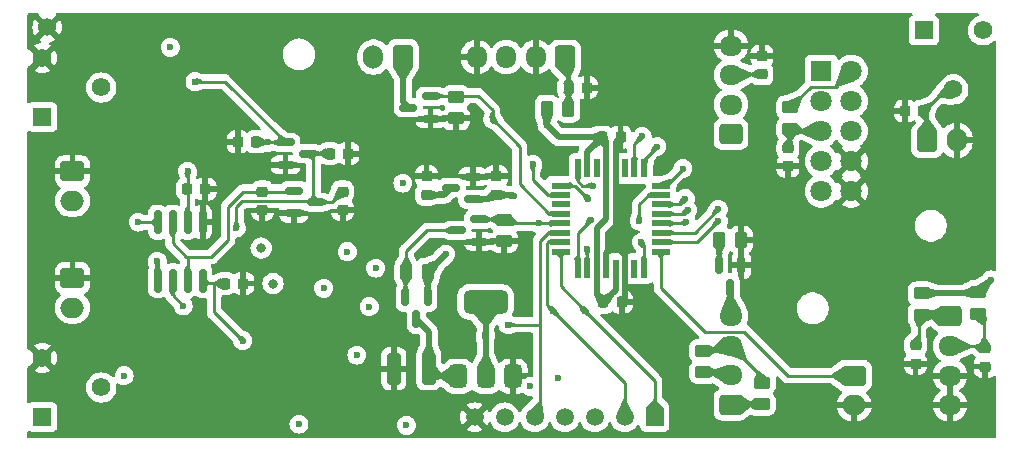
<source format=gbr>
%TF.GenerationSoftware,KiCad,Pcbnew,8.0.6-8.0.6-0~ubuntu24.04.1*%
%TF.CreationDate,2024-10-25T11:14:03+03:00*%
%TF.ProjectId,pss_v2,7073735f-7632-42e6-9b69-6361645f7063,rev?*%
%TF.SameCoordinates,Original*%
%TF.FileFunction,Copper,L4,Bot*%
%TF.FilePolarity,Positive*%
%FSLAX46Y46*%
G04 Gerber Fmt 4.6, Leading zero omitted, Abs format (unit mm)*
G04 Created by KiCad (PCBNEW 8.0.6-8.0.6-0~ubuntu24.04.1) date 2024-10-25 11:14:03*
%MOMM*%
%LPD*%
G01*
G04 APERTURE LIST*
G04 Aperture macros list*
%AMRoundRect*
0 Rectangle with rounded corners*
0 $1 Rounding radius*
0 $2 $3 $4 $5 $6 $7 $8 $9 X,Y pos of 4 corners*
0 Add a 4 corners polygon primitive as box body*
4,1,4,$2,$3,$4,$5,$6,$7,$8,$9,$2,$3,0*
0 Add four circle primitives for the rounded corners*
1,1,$1+$1,$2,$3*
1,1,$1+$1,$4,$5*
1,1,$1+$1,$6,$7*
1,1,$1+$1,$8,$9*
0 Add four rect primitives between the rounded corners*
20,1,$1+$1,$2,$3,$4,$5,0*
20,1,$1+$1,$4,$5,$6,$7,0*
20,1,$1+$1,$6,$7,$8,$9,0*
20,1,$1+$1,$8,$9,$2,$3,0*%
G04 Aperture macros list end*
%TA.AperFunction,ComponentPad*%
%ADD10RoundRect,0.250000X-0.750000X0.600000X-0.750000X-0.600000X0.750000X-0.600000X0.750000X0.600000X0*%
%TD*%
%TA.AperFunction,ComponentPad*%
%ADD11O,2.000000X1.700000*%
%TD*%
%TA.AperFunction,ComponentPad*%
%ADD12O,1.950000X1.700000*%
%TD*%
%TA.AperFunction,ComponentPad*%
%ADD13RoundRect,0.250000X0.725000X-0.600000X0.725000X0.600000X-0.725000X0.600000X-0.725000X-0.600000X0*%
%TD*%
%TA.AperFunction,ComponentPad*%
%ADD14C,1.524000*%
%TD*%
%TA.AperFunction,ComponentPad*%
%ADD15R,1.560000X1.560000*%
%TD*%
%TA.AperFunction,ComponentPad*%
%ADD16C,1.560000*%
%TD*%
%TA.AperFunction,ComponentPad*%
%ADD17RoundRect,0.250000X-0.600000X-0.750000X0.600000X-0.750000X0.600000X0.750000X-0.600000X0.750000X0*%
%TD*%
%TA.AperFunction,ComponentPad*%
%ADD18O,1.700000X2.000000*%
%TD*%
%TA.AperFunction,SMDPad,CuDef*%
%ADD19RoundRect,0.225000X-0.250000X0.225000X-0.250000X-0.225000X0.250000X-0.225000X0.250000X0.225000X0*%
%TD*%
%TA.AperFunction,ComponentPad*%
%ADD20RoundRect,0.250000X-0.725000X0.600000X-0.725000X-0.600000X0.725000X-0.600000X0.725000X0.600000X0*%
%TD*%
%TA.AperFunction,ComponentPad*%
%ADD21R,1.800000X1.800000*%
%TD*%
%TA.AperFunction,ComponentPad*%
%ADD22C,1.800000*%
%TD*%
%TA.AperFunction,ComponentPad*%
%ADD23RoundRect,0.250000X0.600000X0.725000X-0.600000X0.725000X-0.600000X-0.725000X0.600000X-0.725000X0*%
%TD*%
%TA.AperFunction,ComponentPad*%
%ADD24O,1.700000X1.950000*%
%TD*%
%TA.AperFunction,ComponentPad*%
%ADD25RoundRect,0.250000X0.600000X0.750000X-0.600000X0.750000X-0.600000X-0.750000X0.600000X-0.750000X0*%
%TD*%
%TA.AperFunction,SMDPad,CuDef*%
%ADD26RoundRect,0.225000X0.225000X0.250000X-0.225000X0.250000X-0.225000X-0.250000X0.225000X-0.250000X0*%
%TD*%
%TA.AperFunction,SMDPad,CuDef*%
%ADD27RoundRect,0.150000X-0.150000X0.587500X-0.150000X-0.587500X0.150000X-0.587500X0.150000X0.587500X0*%
%TD*%
%TA.AperFunction,SMDPad,CuDef*%
%ADD28RoundRect,0.225000X-0.225000X-0.250000X0.225000X-0.250000X0.225000X0.250000X-0.225000X0.250000X0*%
%TD*%
%TA.AperFunction,SMDPad,CuDef*%
%ADD29RoundRect,0.150000X-0.587500X-0.150000X0.587500X-0.150000X0.587500X0.150000X-0.587500X0.150000X0*%
%TD*%
%TA.AperFunction,SMDPad,CuDef*%
%ADD30RoundRect,0.150000X-0.150000X0.825000X-0.150000X-0.825000X0.150000X-0.825000X0.150000X0.825000X0*%
%TD*%
%TA.AperFunction,SMDPad,CuDef*%
%ADD31RoundRect,0.250000X-0.325000X-1.100000X0.325000X-1.100000X0.325000X1.100000X-0.325000X1.100000X0*%
%TD*%
%TA.AperFunction,SMDPad,CuDef*%
%ADD32RoundRect,0.250000X-0.450000X0.262500X-0.450000X-0.262500X0.450000X-0.262500X0.450000X0.262500X0*%
%TD*%
%TA.AperFunction,SMDPad,CuDef*%
%ADD33RoundRect,0.250000X0.262500X0.450000X-0.262500X0.450000X-0.262500X-0.450000X0.262500X-0.450000X0*%
%TD*%
%TA.AperFunction,SMDPad,CuDef*%
%ADD34RoundRect,0.250000X0.450000X-0.262500X0.450000X0.262500X-0.450000X0.262500X-0.450000X-0.262500X0*%
%TD*%
%TA.AperFunction,SMDPad,CuDef*%
%ADD35RoundRect,0.250000X-0.262500X-0.450000X0.262500X-0.450000X0.262500X0.450000X-0.262500X0.450000X0*%
%TD*%
%TA.AperFunction,SMDPad,CuDef*%
%ADD36RoundRect,0.150000X0.587500X0.150000X-0.587500X0.150000X-0.587500X-0.150000X0.587500X-0.150000X0*%
%TD*%
%TA.AperFunction,SMDPad,CuDef*%
%ADD37RoundRect,0.375000X0.375000X-0.625000X0.375000X0.625000X-0.375000X0.625000X-0.375000X-0.625000X0*%
%TD*%
%TA.AperFunction,SMDPad,CuDef*%
%ADD38RoundRect,0.500000X1.400000X-0.500000X1.400000X0.500000X-1.400000X0.500000X-1.400000X-0.500000X0*%
%TD*%
%TA.AperFunction,ComponentPad*%
%ADD39C,1.500000*%
%TD*%
%TA.AperFunction,ComponentPad*%
%ADD40R,1.500000X1.500000*%
%TD*%
%TA.AperFunction,SMDPad,CuDef*%
%ADD41RoundRect,0.225000X0.250000X-0.225000X0.250000X0.225000X-0.250000X0.225000X-0.250000X-0.225000X0*%
%TD*%
%TA.AperFunction,SMDPad,CuDef*%
%ADD42R,0.550000X1.600000*%
%TD*%
%TA.AperFunction,SMDPad,CuDef*%
%ADD43R,1.600000X0.550000*%
%TD*%
%TA.AperFunction,ViaPad*%
%ADD44C,0.600000*%
%TD*%
%TA.AperFunction,ViaPad*%
%ADD45C,0.800000*%
%TD*%
%TA.AperFunction,Conductor*%
%ADD46C,0.250000*%
%TD*%
%TA.AperFunction,Conductor*%
%ADD47C,0.500000*%
%TD*%
G04 APERTURE END LIST*
D10*
%TO.P,J4,1,Pin_1*%
%TO.N,GND*%
X42325000Y-41950000D03*
D11*
%TO.P,J4,2,Pin_2*%
%TO.N,Net-(J4-Pin_2)*%
X42325000Y-44450000D03*
%TD*%
D10*
%TO.P,J6,1,Pin_1*%
%TO.N,/WAKEUP_BUTTON*%
X108500000Y-50200000D03*
D11*
%TO.P,J6,2,Pin_2*%
%TO.N,GND*%
X108500000Y-52700000D03*
%TD*%
D12*
%TO.P,J8,4,Pin_4*%
%TO.N,Net-(J8-Pin_4)*%
X98075000Y-45150000D03*
%TO.P,J8,3,Pin_3*%
%TO.N,+5VP*%
X98075000Y-47650000D03*
%TO.P,J8,2,Pin_2*%
%TO.N,/SCL_5V*%
X98075000Y-50150000D03*
D13*
%TO.P,J8,1,Pin_1*%
%TO.N,/SDA_5V*%
X98075000Y-52650000D03*
%TD*%
D14*
%TO.P,TP1,1,1*%
%TO.N,GND*%
X40200000Y-20700000D03*
%TD*%
D15*
%TO.P,RAV1,1,1*%
%TO.N,Net-(D2-common)*%
X39760000Y-28300000D03*
D16*
%TO.P,RAV1,2,2*%
X44760000Y-25800000D03*
%TO.P,RAV1,3,3*%
%TO.N,GND*%
X39760000Y-23300000D03*
%TD*%
D10*
%TO.P,J3,1,Pin_1*%
%TO.N,GND*%
X42325000Y-32900000D03*
D11*
%TO.P,J3,2,Pin_2*%
%TO.N,Net-(J3-Pin_2)*%
X42325000Y-35400000D03*
%TD*%
D17*
%TO.P,J9,1,Pin_1*%
%TO.N,/LIGHT_VALUE*%
X114700000Y-30275000D03*
D18*
%TO.P,J9,2,Pin_2*%
%TO.N,GND*%
X117200000Y-30275000D03*
%TD*%
D19*
%TO.P,C15,1*%
%TO.N,GND*%
X100700000Y-23125000D03*
%TO.P,C15,2*%
%TO.N,+3.3V*%
X100700000Y-24675000D03*
%TD*%
D20*
%TO.P,J12,1,Pin_1*%
%TO.N,/INDOOR_FL*%
X116625000Y-45190000D03*
D12*
%TO.P,J12,2,Pin_2*%
%TO.N,/OUTDOOR_FL*%
X116625000Y-47690000D03*
%TO.P,J12,3,Pin_3*%
%TO.N,GND*%
X116625000Y-50190000D03*
%TO.P,J12,4,Pin_4*%
X116625000Y-52690000D03*
%TD*%
D15*
%TO.P,RBV1,1,1*%
%TO.N,Net-(D3-common)*%
X39760000Y-53700000D03*
D16*
%TO.P,RBV1,2,2*%
X44760000Y-51200000D03*
%TO.P,RBV1,3,3*%
%TO.N,GND*%
X39760000Y-48700000D03*
%TD*%
D13*
%TO.P,J7,1,Pin_1*%
%TO.N,/SCL*%
X98075000Y-29750000D03*
D12*
%TO.P,J7,2,Pin_2*%
%TO.N,/SDA*%
X98075000Y-27250000D03*
%TO.P,J7,3,Pin_3*%
%TO.N,+3.3V*%
X98075000Y-24750000D03*
%TO.P,J7,4,Pin_4*%
%TO.N,GND*%
X98075000Y-22250000D03*
%TD*%
D21*
%TO.P,J5,1,Pin_1*%
%TO.N,/MOSI*%
X105730000Y-24420000D03*
D22*
%TO.P,J5,2,Pin_2*%
%TO.N,+3.3V*%
X108270000Y-24420000D03*
%TO.P,J5,3,Pin_3*%
%TO.N,unconnected-(J5-Pin_3-Pad3)*%
X105730000Y-26960000D03*
%TO.P,J5,4,Pin_4*%
%TO.N,/RXD*%
X108270000Y-26960000D03*
%TO.P,J5,5,Pin_5*%
%TO.N,/RESET#*%
X105730000Y-29500000D03*
%TO.P,J5,6,Pin_6*%
%TO.N,/TXD*%
X108270000Y-29500000D03*
%TO.P,J5,7,Pin_7*%
%TO.N,/SCK*%
X105730000Y-32040000D03*
%TO.P,J5,8,Pin_8*%
%TO.N,GND*%
X108270000Y-32040000D03*
%TO.P,J5,9,Pin_9*%
%TO.N,/MISO*%
X105730000Y-34580000D03*
%TO.P,J5,10,Pin_10*%
%TO.N,GND*%
X108270000Y-34580000D03*
%TD*%
D23*
%TO.P,J13,1,Pin_1*%
%TO.N,/IS_DOOR_OPENED*%
X84049000Y-23225000D03*
D24*
%TO.P,J13,2,Pin_2*%
%TO.N,GND*%
X81549000Y-23225000D03*
%TO.P,J13,3,Pin_3*%
%TO.N,VCC*%
X79049000Y-23225000D03*
%TO.P,J13,4,Pin_4*%
%TO.N,GND*%
X76549000Y-23225000D03*
%TD*%
D25*
%TO.P,J11,1,Pin_1*%
%TO.N,Net-(J11-Pin_1)*%
X70300000Y-23225000D03*
D18*
%TO.P,J11,2,Pin_2*%
%TO.N,VCC*%
X67800000Y-23225000D03*
%TD*%
D15*
%TO.P,RV1,1,1*%
%TO.N,+3.3V*%
X114400000Y-20960000D03*
D16*
%TO.P,RV1,2,2*%
%TO.N,/LIGHT_VALUE*%
X116900000Y-25960000D03*
%TO.P,RV1,3,3*%
X119400000Y-20960000D03*
%TD*%
D26*
%TO.P,C19,1*%
%TO.N,/LIGHT_VALUE*%
X114375000Y-27800000D03*
%TO.P,C19,2*%
%TO.N,GND*%
X112825000Y-27800000D03*
%TD*%
D27*
%TO.P,Q13,1,G*%
%TO.N,Net-(Q12-D)*%
X70500000Y-43562500D03*
%TO.P,Q13,2,S*%
%TO.N,VCC*%
X72400000Y-43562500D03*
%TO.P,Q13,3,D*%
%TO.N,Net-(Q13-D)*%
X71450000Y-45437500D03*
%TD*%
D19*
%TO.P,C22,1*%
%TO.N,/INDOOR_FL*%
X113700000Y-47625000D03*
%TO.P,C22,2*%
%TO.N,GND*%
X113700000Y-49175000D03*
%TD*%
D28*
%TO.P,C8,1*%
%TO.N,Net-(D3-common)*%
X55225000Y-42400000D03*
%TO.P,C8,2*%
%TO.N,GND*%
X56775000Y-42400000D03*
%TD*%
D29*
%TO.P,U6,1,GND*%
%TO.N,GND*%
X60362500Y-32350000D03*
%TO.P,U6,2,VO*%
%TO.N,/VOFFSET*%
X60362500Y-30450000D03*
%TO.P,U6,3,VI*%
%TO.N,VAA*%
X62237500Y-31400000D03*
%TD*%
D30*
%TO.P,U3,1,OUT*%
%TO.N,/IS_USE_PRIMARY*%
X49530000Y-37200000D03*
%TO.P,U3,2,IN-*%
%TO.N,/VREF*%
X50800000Y-37200000D03*
%TO.P,U3,3,IN+*%
%TO.N,Net-(D2-common)*%
X52070000Y-37200000D03*
%TO.P,U3,4,GND*%
%TO.N,GND*%
X53340000Y-37200000D03*
%TO.P,U3,5,IN+*%
%TO.N,Net-(D3-common)*%
X53340000Y-42150000D03*
%TO.P,U3,6,IN-*%
%TO.N,/VREF*%
X52070000Y-42150000D03*
%TO.P,U3,7,OUT*%
%TO.N,/IS_RESERVE_OK*%
X50800000Y-42150000D03*
%TO.P,U3,8,VCC*%
%TO.N,VAA*%
X49530000Y-42150000D03*
%TD*%
D31*
%TO.P,C17,1*%
%TO.N,GND*%
X69525000Y-49600000D03*
%TO.P,C17,2*%
%TO.N,Net-(Q13-D)*%
X72475000Y-49600000D03*
%TD*%
D32*
%TO.P,R13,1*%
%TO.N,/+5VP_EN*%
X78862500Y-36987500D03*
%TO.P,R13,2*%
%TO.N,GND*%
X78862500Y-38812500D03*
%TD*%
D33*
%TO.P,R18,1*%
%TO.N,/IS_DOOR_OPENED*%
X84312500Y-27600000D03*
%TO.P,R18,2*%
%TO.N,+3.3V*%
X82487500Y-27600000D03*
%TD*%
D29*
%TO.P,U5,1,GND*%
%TO.N,GND*%
X61062500Y-36450000D03*
%TO.P,U5,2,VO*%
%TO.N,/VREF*%
X61062500Y-34550000D03*
%TO.P,U5,3,VI*%
%TO.N,VAA*%
X62937500Y-35500000D03*
%TD*%
D28*
%TO.P,C1,1*%
%TO.N,+3.3V*%
X87175000Y-30000000D03*
%TO.P,C1,2*%
%TO.N,GND*%
X88725000Y-30000000D03*
%TD*%
%TO.P,C7,1*%
%TO.N,Net-(D2-common)*%
X52025000Y-34400000D03*
%TO.P,C7,2*%
%TO.N,GND*%
X53575000Y-34400000D03*
%TD*%
D34*
%TO.P,R16,1*%
%TO.N,/INDOOR_FL*%
X114225000Y-45062500D03*
%TO.P,R16,2*%
%TO.N,+3.3V*%
X114225000Y-43237500D03*
%TD*%
%TO.P,R7,1*%
%TO.N,/RESET#*%
X103100000Y-29312500D03*
%TO.P,R7,2*%
%TO.N,+3.3V*%
X103100000Y-27487500D03*
%TD*%
D19*
%TO.P,C3,1*%
%TO.N,/RESET#*%
X102900000Y-30925000D03*
%TO.P,C3,2*%
%TO.N,GND*%
X102900000Y-32475000D03*
%TD*%
D35*
%TO.P,R12,1*%
%TO.N,/DISPLAY_EN*%
X97087500Y-38700000D03*
%TO.P,R12,2*%
%TO.N,GND*%
X98912500Y-38700000D03*
%TD*%
D19*
%TO.P,C9,1*%
%TO.N,VAA*%
X65200000Y-34625000D03*
%TO.P,C9,2*%
%TO.N,GND*%
X65200000Y-36175000D03*
%TD*%
D36*
%TO.P,U7,1,GND*%
%TO.N,GND*%
X76237500Y-33350000D03*
%TO.P,U7,2,VO*%
%TO.N,+3.3V*%
X76237500Y-35250000D03*
%TO.P,U7,3,VI*%
%TO.N,VCC*%
X74362500Y-34300000D03*
%TD*%
D32*
%TO.P,R10,1*%
%TO.N,+5VP*%
X95700000Y-48087500D03*
%TO.P,R10,2*%
%TO.N,/SCL_5V*%
X95700000Y-49912500D03*
%TD*%
D28*
%TO.P,C10,1*%
%TO.N,VAA*%
X64125000Y-31400000D03*
%TO.P,C10,2*%
%TO.N,GND*%
X65675000Y-31400000D03*
%TD*%
D36*
%TO.P,Q14,1,G*%
%TO.N,/AIR_DRYER_EN*%
X72637500Y-26550000D03*
%TO.P,Q14,2,S*%
%TO.N,GND*%
X72637500Y-28450000D03*
%TO.P,Q14,3,D*%
%TO.N,Net-(J11-Pin_1)*%
X70762500Y-27500000D03*
%TD*%
D37*
%TO.P,U8,1,GND*%
%TO.N,GND*%
X79600000Y-50250000D03*
%TO.P,U8,2,VO*%
%TO.N,+5VP*%
X77300000Y-50250000D03*
D38*
X77300000Y-43950000D03*
D37*
%TO.P,U8,3,VI*%
%TO.N,Net-(Q13-D)*%
X75000000Y-50250000D03*
%TD*%
D28*
%TO.P,C2,1*%
%TO.N,+3.3V*%
X87275000Y-43970000D03*
%TO.P,C2,2*%
%TO.N,GND*%
X88825000Y-43970000D03*
%TD*%
D39*
%TO.P,U2,7,GND*%
%TO.N,GND*%
X76380000Y-53717500D03*
%TO.P,U2,6,VCC*%
%TO.N,+5VP*%
X78920000Y-53717500D03*
%TO.P,U2,5,AUX*%
%TO.N,/LORA_AUX*%
X81460000Y-53717500D03*
%TO.P,U2,4,TX*%
%TO.N,/RXD*%
X84000000Y-53717500D03*
%TO.P,U2,3,RX*%
%TO.N,/TXD*%
X86540000Y-53717500D03*
%TO.P,U2,2,M1*%
%TO.N,/LORA_M1*%
X89080000Y-53717500D03*
D40*
%TO.P,U2,1,M0*%
%TO.N,/LORA_M0*%
X91620000Y-53717500D03*
%TD*%
D34*
%TO.P,R17,1*%
%TO.N,/OUTDOOR_FL*%
X119025000Y-44962500D03*
%TO.P,R17,2*%
%TO.N,+3.3V*%
X119025000Y-43137500D03*
%TD*%
D26*
%TO.P,C14,1*%
%TO.N,/VOFFSET*%
X57875000Y-30400000D03*
%TO.P,C14,2*%
%TO.N,GND*%
X56325000Y-30400000D03*
%TD*%
D41*
%TO.P,C16,1*%
%TO.N,VCC*%
X72300000Y-34875000D03*
%TO.P,C16,2*%
%TO.N,GND*%
X72300000Y-33325000D03*
%TD*%
D42*
%TO.P,U1,1,PD3*%
%TO.N,/IS_DOOR_OPENED*%
X90700000Y-41150000D03*
%TO.P,U1,2,PD4*%
%TO.N,unconnected-(U1-PD4-Pad2)*%
X89900000Y-41150000D03*
%TO.P,U1,3,GND*%
%TO.N,GND*%
X89100000Y-41150000D03*
%TO.P,U1,4,VCC*%
%TO.N,+3.3V*%
X88300000Y-41150000D03*
%TO.P,U1,5,GND*%
%TO.N,GND*%
X87500000Y-41150000D03*
%TO.P,U1,6,VCC*%
%TO.N,+3.3V*%
X86700000Y-41150000D03*
%TO.P,U1,7,XTAL1/PB6*%
%TO.N,Net-(U1-XTAL1{slash}PB6)*%
X85900000Y-41150000D03*
%TO.P,U1,8,XTAL2/PB7*%
%TO.N,Net-(U1-XTAL2{slash}PB7)*%
X85100000Y-41150000D03*
D43*
%TO.P,U1,9,PD5*%
%TO.N,/LORA_M0*%
X83650000Y-39700000D03*
%TO.P,U1,10,PD6*%
%TO.N,/LORA_M1*%
X83650000Y-38900000D03*
%TO.P,U1,11,PD7*%
%TO.N,/LORA_AUX*%
X83650000Y-38100000D03*
%TO.P,U1,12,PB0*%
%TO.N,/+5VP_EN*%
X83650000Y-37300000D03*
%TO.P,U1,13,PB1*%
%TO.N,/AIR_DRYER_EN*%
X83650000Y-36500000D03*
%TO.P,U1,14,PB2*%
%TO.N,unconnected-(U1-PB2-Pad14)*%
X83650000Y-35700000D03*
%TO.P,U1,15,PB3*%
%TO.N,/MOSI*%
X83650000Y-34900000D03*
%TO.P,U1,16,PB4*%
%TO.N,/MISO*%
X83650000Y-34100000D03*
D42*
%TO.P,U1,17,PB5*%
%TO.N,/SCK*%
X85100000Y-32650000D03*
%TO.P,U1,18,AVCC*%
%TO.N,+3.3V*%
X85900000Y-32650000D03*
%TO.P,U1,19,ADC6*%
%TO.N,unconnected-(U1-ADC6-Pad19)*%
X86700000Y-32650000D03*
%TO.P,U1,20,AREF*%
%TO.N,+3.3V*%
X87500000Y-32650000D03*
%TO.P,U1,21,GND*%
%TO.N,GND*%
X88300000Y-32650000D03*
%TO.P,U1,22,ADC7*%
%TO.N,unconnected-(U1-ADC7-Pad22)*%
X89100000Y-32650000D03*
%TO.P,U1,23,PC0*%
%TO.N,/INDOOR_FL*%
X89900000Y-32650000D03*
%TO.P,U1,24,PC1*%
%TO.N,/OUTDOOR_FL*%
X90700000Y-32650000D03*
D43*
%TO.P,U1,25,PC2*%
%TO.N,/LIGHT_VALUE*%
X92150000Y-34100000D03*
%TO.P,U1,26,PC3*%
%TO.N,/DISPLAY_EN*%
X92150000Y-34900000D03*
%TO.P,U1,27,PC4*%
%TO.N,/SDA*%
X92150000Y-35700000D03*
%TO.P,U1,28,PC5*%
%TO.N,/SCL*%
X92150000Y-36500000D03*
%TO.P,U1,29,~{RESET}/PC6*%
%TO.N,/RESET#*%
X92150000Y-37300000D03*
%TO.P,U1,30,PD0*%
%TO.N,/RXD*%
X92150000Y-38100000D03*
%TO.P,U1,31,PD1*%
%TO.N,/TXD*%
X92150000Y-38900000D03*
%TO.P,U1,32,PD2*%
%TO.N,/WAKEUP_BUTTON*%
X92150000Y-39700000D03*
%TD*%
D36*
%TO.P,Q12,1,G*%
%TO.N,/+5VP_EN*%
X76737500Y-36950000D03*
%TO.P,Q12,2,S*%
%TO.N,GND*%
X76737500Y-38850000D03*
%TO.P,Q12,3,D*%
%TO.N,Net-(Q12-D)*%
X74862500Y-37900000D03*
%TD*%
D27*
%TO.P,Q11,1,G*%
%TO.N,/DISPLAY_EN*%
X97050000Y-40862500D03*
%TO.P,Q11,2,S*%
%TO.N,GND*%
X98950000Y-40862500D03*
%TO.P,Q11,3,D*%
%TO.N,Net-(J8-Pin_4)*%
X98000000Y-42737500D03*
%TD*%
D19*
%TO.P,C13,1*%
%TO.N,/VREF*%
X58400000Y-34625000D03*
%TO.P,C13,2*%
%TO.N,GND*%
X58400000Y-36175000D03*
%TD*%
D33*
%TO.P,R14,1*%
%TO.N,VCC*%
X72412500Y-41400000D03*
%TO.P,R14,2*%
%TO.N,Net-(Q12-D)*%
X70587500Y-41400000D03*
%TD*%
D41*
%TO.P,C18,1*%
%TO.N,+3.3V*%
X78200000Y-34875000D03*
%TO.P,C18,2*%
%TO.N,GND*%
X78200000Y-33325000D03*
%TD*%
D32*
%TO.P,R11,1*%
%TO.N,+5VP*%
X100700000Y-50787500D03*
%TO.P,R11,2*%
%TO.N,/SDA_5V*%
X100700000Y-52612500D03*
%TD*%
D19*
%TO.P,C23,1*%
%TO.N,/OUTDOOR_FL*%
X119600000Y-47875000D03*
%TO.P,C23,2*%
%TO.N,GND*%
X119600000Y-49425000D03*
%TD*%
D28*
%TO.P,C21,1*%
%TO.N,/IS_DOOR_OPENED*%
X84325000Y-25813604D03*
%TO.P,C21,2*%
%TO.N,GND*%
X85875000Y-25813604D03*
%TD*%
D32*
%TO.P,R19,1*%
%TO.N,/AIR_DRYER_EN*%
X74800000Y-26587500D03*
%TO.P,R19,2*%
%TO.N,GND*%
X74800000Y-28412500D03*
%TD*%
D44*
%TO.N,+3.3V*%
X79700000Y-35000000D03*
X63600000Y-42800000D03*
X82500000Y-29000000D03*
X120081250Y-42081250D03*
%TO.N,GND*%
X54600000Y-51400000D03*
X88300000Y-38800000D03*
X62000000Y-39100000D03*
X74300000Y-44700000D03*
%TO.N,Net-(U1-XTAL1{slash}PB6)*%
X85900000Y-39500000D03*
%TO.N,Net-(D2-common)*%
X52070000Y-32900000D03*
%TO.N,VAA*%
X49500000Y-40500000D03*
X56200000Y-37700000D03*
%TO.N,/VOFFSET*%
X58900000Y-30450000D03*
X52700000Y-25300000D03*
X46700000Y-50200000D03*
%TO.N,VCC*%
X73500000Y-34800000D03*
X70300000Y-33900000D03*
X73908058Y-39908058D03*
%TO.N,/LIGHT_VALUE*%
X94000000Y-32675000D03*
%TO.N,+5VP*%
X77300000Y-46800000D03*
%TO.N,/IS_DOOR_OPENED*%
X90500000Y-38900000D03*
%TO.N,/INDOOR_FL*%
X90550000Y-29950000D03*
%TO.N,/OUTDOOR_FL*%
X91800000Y-30800000D03*
%TO.N,/RESET#*%
X94300000Y-37200000D03*
%TO.N,Net-(U1-XTAL2{slash}PB7)*%
X86200000Y-37000000D03*
%TO.N,/TXD*%
X97000000Y-37100000D03*
%TO.N,/SCL*%
X65600000Y-39700000D03*
X83400000Y-50412500D03*
X94400000Y-36200000D03*
%TO.N,/SDA*%
X81100000Y-51112500D03*
X94220520Y-35204999D03*
X68000000Y-41100000D03*
%TO.N,Net-(Q1-D)*%
X66400000Y-48462500D03*
X67450000Y-44350000D03*
%TO.N,/IS_USE_PRIMARY*%
X47900000Y-37200000D03*
X61500000Y-54300000D03*
X50600000Y-22400000D03*
D45*
%TO.N,/R_VCC_AS*%
X58300000Y-39400000D03*
X59300000Y-42400000D03*
D44*
%TO.N,/DISPLAY_EN*%
X97087500Y-39700000D03*
X90300000Y-37100000D03*
%TO.N,/+5VP_EN*%
X81800000Y-37300000D03*
%TO.N,/AIR_DRYER_EN*%
X77900000Y-28500000D03*
%TO.N,/IS_RESERVE_OK*%
X51700000Y-44300000D03*
X70600000Y-54400000D03*
%TO.N,/LORA_M1*%
X83000000Y-44700000D03*
%TO.N,/LORA_AUX*%
X79200000Y-45900000D03*
%TO.N,/SCK*%
X86400000Y-34100000D03*
%TO.N,/LORA_M0*%
X85700000Y-44700000D03*
%TO.N,/MISO*%
X86000000Y-35200000D03*
%TO.N,Net-(D3-common)*%
X56750000Y-47250000D03*
%TO.N,/RXD*%
X97000000Y-36100000D03*
%TO.N,/MOSI*%
X81300000Y-32300000D03*
%TD*%
D46*
%TO.N,/IS_USE_PRIMARY*%
X47900000Y-37200000D02*
X49530000Y-37200000D01*
%TO.N,+3.3V*%
X100700000Y-24675000D02*
X98150000Y-24675000D01*
X98150000Y-24675000D02*
X98075000Y-24750000D01*
D47*
X87500000Y-30325000D02*
X87500000Y-32650000D01*
X87500000Y-36900000D02*
X87500000Y-32650000D01*
D46*
X103100000Y-27487500D02*
X104852500Y-25735000D01*
D47*
X114225000Y-43237500D02*
X118925000Y-43237500D01*
D46*
X106955000Y-25735000D02*
X108270000Y-24420000D01*
D47*
X76075000Y-35250000D02*
X77625000Y-35250000D01*
X87175000Y-30000000D02*
X87500000Y-30325000D01*
X77625000Y-35250000D02*
X78000000Y-34875000D01*
X87175000Y-30000000D02*
X85900000Y-31275000D01*
X86700000Y-43395000D02*
X86700000Y-41150000D01*
X87175000Y-30000000D02*
X83500000Y-30000000D01*
X78000000Y-34875000D02*
X79575000Y-34875000D01*
X82487500Y-28987500D02*
X82487500Y-27600000D01*
D46*
X104852500Y-25735000D02*
X106955000Y-25735000D01*
D47*
X85900000Y-31275000D02*
X85900000Y-32650000D01*
X86700000Y-37700000D02*
X87500000Y-36900000D01*
X86700000Y-41150000D02*
X86700000Y-37700000D01*
X87275000Y-43970000D02*
X86700000Y-43395000D01*
X119025000Y-43137500D02*
X120081250Y-42081250D01*
X87275000Y-43970000D02*
X88300000Y-42945000D01*
X88300000Y-42945000D02*
X88300000Y-41150000D01*
X83500000Y-30000000D02*
X82500000Y-29000000D01*
X82500000Y-29000000D02*
X82487500Y-28987500D01*
X79575000Y-34875000D02*
X79700000Y-35000000D01*
%TO.N,GND*%
X88300000Y-32650000D02*
X88300000Y-39200000D01*
X87500000Y-39800000D02*
X88000000Y-39300000D01*
X89100000Y-43695000D02*
X89100000Y-41150000D01*
X88425000Y-39300000D02*
X89100000Y-39975000D01*
X88000000Y-39300000D02*
X88200000Y-39300000D01*
X89100000Y-39975000D02*
X89100000Y-41150000D01*
X88300000Y-30425000D02*
X88300000Y-32650000D01*
X88200000Y-39300000D02*
X88425000Y-39300000D01*
X88725000Y-30000000D02*
X88300000Y-30425000D01*
X87500000Y-41150000D02*
X87500000Y-39800000D01*
X88300000Y-39200000D02*
X88200000Y-39300000D01*
X88825000Y-43970000D02*
X89100000Y-43695000D01*
D46*
%TO.N,Net-(U1-XTAL1{slash}PB6)*%
X85900000Y-41150000D02*
X85900000Y-39500000D01*
%TO.N,Net-(D2-common)*%
X52070000Y-37200000D02*
X52070000Y-32900000D01*
%TO.N,VAA*%
X62700000Y-31862500D02*
X62700000Y-35500000D01*
X56700000Y-35400000D02*
X62137500Y-35400000D01*
X64325000Y-35500000D02*
X65200000Y-34625000D01*
X62237500Y-31400000D02*
X62700000Y-31862500D01*
X49530000Y-40730000D02*
X49530000Y-42150000D01*
X56200000Y-37700000D02*
X56200000Y-35900000D01*
X63962500Y-31400000D02*
X62237500Y-31400000D01*
X56200000Y-35900000D02*
X56700000Y-35400000D01*
X62700000Y-35500000D02*
X64325000Y-35500000D01*
%TO.N,/VREF*%
X51950000Y-40150000D02*
X50800000Y-39000000D01*
X52070000Y-42150000D02*
X52070000Y-40270000D01*
X56775000Y-34625000D02*
X55500000Y-35900000D01*
X55500000Y-38700000D02*
X54050000Y-40150000D01*
X50800000Y-39000000D02*
X50800000Y-37200000D01*
X60287500Y-34625000D02*
X56775000Y-34625000D01*
X54050000Y-40150000D02*
X51950000Y-40150000D01*
X52070000Y-40270000D02*
X51950000Y-40150000D01*
X55500000Y-35900000D02*
X55500000Y-38700000D01*
%TO.N,/VOFFSET*%
X60362500Y-30450000D02*
X57975000Y-30450000D01*
X52700000Y-25300000D02*
X55212500Y-25300000D01*
X55212500Y-25300000D02*
X60362500Y-30450000D01*
D47*
%TO.N,VCC*%
X72400000Y-43562500D02*
X72400000Y-41412500D01*
X73787500Y-34875000D02*
X74362500Y-34300000D01*
X73908058Y-39908058D02*
X72416116Y-41400000D01*
X72300000Y-34875000D02*
X73787500Y-34875000D01*
%TO.N,Net-(Q13-D)*%
X71450000Y-45437500D02*
X72500000Y-46487500D01*
X73125000Y-50250000D02*
X72475000Y-49600000D01*
X75000000Y-50250000D02*
X73125000Y-50250000D01*
X72500000Y-46487500D02*
X72500000Y-49575000D01*
D46*
%TO.N,/LIGHT_VALUE*%
X114700000Y-28125000D02*
X114375000Y-27800000D01*
X94000000Y-32675000D02*
X92575000Y-34100000D01*
X116240000Y-25960000D02*
X116900000Y-25960000D01*
X114700000Y-30100000D02*
X114700000Y-28125000D01*
X114400000Y-27800000D02*
X116240000Y-25960000D01*
%TO.N,+5VP*%
X95700000Y-48087500D02*
X97637500Y-48087500D01*
X100700000Y-50275000D02*
X98075000Y-47650000D01*
D47*
X77300000Y-46800000D02*
X77300000Y-50250000D01*
D46*
X100700000Y-50787500D02*
X100700000Y-50275000D01*
D47*
X77300000Y-43950000D02*
X77300000Y-46800000D01*
D46*
%TO.N,/IS_DOOR_OPENED*%
X90700000Y-39100000D02*
X90500000Y-38900000D01*
X90700000Y-41150000D02*
X90700000Y-39100000D01*
X84312500Y-27600000D02*
X84312500Y-25826104D01*
X84325000Y-25813604D02*
X84325000Y-23500000D01*
%TO.N,/INDOOR_FL*%
X89900000Y-30600000D02*
X89900000Y-32650000D01*
X114225000Y-45062500D02*
X116512500Y-45062500D01*
X90550000Y-29950000D02*
X89900000Y-30600000D01*
X113962500Y-47612500D02*
X113962500Y-45325000D01*
X114337500Y-44950000D02*
X116150000Y-44950000D01*
%TO.N,/OUTDOOR_FL*%
X90700000Y-31900000D02*
X90700000Y-32650000D01*
X117235000Y-47690000D02*
X119415000Y-47690000D01*
X91800000Y-30800000D02*
X90700000Y-31900000D01*
X119500000Y-45637500D02*
X118925000Y-45062500D01*
X119500000Y-47775000D02*
X119500000Y-45637500D01*
%TO.N,/RESET#*%
X94200000Y-37300000D02*
X94300000Y-37200000D01*
X103100000Y-29312500D02*
X103100000Y-30725000D01*
X103712500Y-29312500D02*
X103900000Y-29500000D01*
X103900000Y-29500000D02*
X105730000Y-29500000D01*
X92150000Y-37300000D02*
X94200000Y-37300000D01*
X103100000Y-29312500D02*
X103712500Y-29312500D01*
%TO.N,Net-(U1-XTAL2{slash}PB7)*%
X86200000Y-37000000D02*
X85100000Y-38100000D01*
X85100000Y-38100000D02*
X85100000Y-41150000D01*
%TO.N,/TXD*%
X97000000Y-37100000D02*
X95200000Y-38900000D01*
X95200000Y-38900000D02*
X92150000Y-38900000D01*
%TO.N,/WAKEUP_BUTTON*%
X95875000Y-46475000D02*
X99175000Y-46475000D01*
X92150000Y-42750000D02*
X95875000Y-46475000D01*
X102900000Y-50200000D02*
X108500000Y-50200000D01*
X92150000Y-39700000D02*
X92150000Y-42750000D01*
X99175000Y-46475000D02*
X102900000Y-50200000D01*
%TO.N,/SCL*%
X94400000Y-36200000D02*
X94100000Y-36500000D01*
X94100000Y-36500000D02*
X92150000Y-36500000D01*
%TO.N,/SDA*%
X93725519Y-35700000D02*
X92150000Y-35700000D01*
X94220520Y-35204999D02*
X93725519Y-35700000D01*
D47*
%TO.N,Net-(J8-Pin_4)*%
X98000000Y-42737500D02*
X98000000Y-45075000D01*
D46*
%TO.N,/SCL_5V*%
X95700000Y-49912500D02*
X97837500Y-49912500D01*
%TO.N,/SDA_5V*%
X100700000Y-52612500D02*
X98112500Y-52612500D01*
%TO.N,/DISPLAY_EN*%
X91100000Y-34900000D02*
X90300000Y-35700000D01*
X97087500Y-39700000D02*
X97087500Y-40825000D01*
X97087500Y-38700000D02*
X97087500Y-39700000D01*
X92150000Y-34900000D02*
X91100000Y-34900000D01*
X90300000Y-35700000D02*
X90300000Y-37100000D01*
%TO.N,Net-(Q12-D)*%
X70500000Y-43562500D02*
X70500000Y-41487500D01*
X70587500Y-41400000D02*
X70587500Y-39612500D01*
X72300000Y-37900000D02*
X74862500Y-37900000D01*
X70587500Y-39612500D02*
X72300000Y-37900000D01*
%TO.N,/+5VP_EN*%
X76737500Y-36950000D02*
X78825000Y-36950000D01*
X83650000Y-37300000D02*
X79175000Y-37300000D01*
%TO.N,/AIR_DRYER_EN*%
X77900000Y-28500000D02*
X77900000Y-27700000D01*
X82700000Y-36500000D02*
X80200000Y-34000000D01*
X83650000Y-36500000D02*
X82700000Y-36500000D01*
X72687500Y-26500000D02*
X75987500Y-26500000D01*
X77900000Y-27700000D02*
X76687500Y-26487500D01*
X80200000Y-34000000D02*
X80200000Y-30800000D01*
X76687500Y-26487500D02*
X76000000Y-26487500D01*
X80200000Y-30800000D02*
X77900000Y-28500000D01*
%TO.N,/IS_RESERVE_OK*%
X50800000Y-42150000D02*
X50800000Y-43400000D01*
X50800000Y-43400000D02*
X51700000Y-44300000D01*
%TO.N,/LORA_M1*%
X82500000Y-44200000D02*
X83000000Y-44700000D01*
X82500000Y-39000000D02*
X82500000Y-44200000D01*
X83650000Y-38900000D02*
X82600000Y-38900000D01*
X82600000Y-38900000D02*
X82500000Y-39000000D01*
X83000000Y-44700000D02*
X89080000Y-50780000D01*
X89080000Y-50780000D02*
X89080000Y-53717500D01*
%TO.N,/LORA_AUX*%
X81925000Y-38775000D02*
X81925000Y-45900000D01*
X81925000Y-45900000D02*
X79200000Y-45900000D01*
X81925000Y-53252500D02*
X81460000Y-53717500D01*
X83650000Y-38100000D02*
X82600000Y-38100000D01*
X81925000Y-45900000D02*
X81925000Y-53252500D01*
X82600000Y-38100000D02*
X81925000Y-38775000D01*
%TO.N,/SCK*%
X85100000Y-32650000D02*
X85100000Y-33700000D01*
X85500000Y-34100000D02*
X86400000Y-34100000D01*
X85100000Y-33700000D02*
X85500000Y-34100000D01*
%TO.N,/LORA_M0*%
X83650000Y-42650000D02*
X83650000Y-39700000D01*
X91620000Y-53717500D02*
X91620000Y-50620000D01*
X91620000Y-50620000D02*
X85700000Y-44700000D01*
X85700000Y-44700000D02*
X83650000Y-42650000D01*
%TO.N,/MISO*%
X83650000Y-34100000D02*
X84863604Y-34100000D01*
X85963604Y-35200000D02*
X86000000Y-35200000D01*
X84863604Y-34100000D02*
X85963604Y-35200000D01*
%TO.N,Net-(D3-common)*%
X54300000Y-42375000D02*
X53565000Y-42375000D01*
X54300000Y-44800000D02*
X56750000Y-47250000D01*
X54300000Y-42375000D02*
X54300000Y-44800000D01*
X54325000Y-42400000D02*
X54300000Y-42375000D01*
X55225000Y-42400000D02*
X54325000Y-42400000D01*
X53565000Y-42375000D02*
X53340000Y-42150000D01*
%TO.N,/RXD*%
X92150000Y-38100000D02*
X95000000Y-38100000D01*
X95000000Y-38100000D02*
X97000000Y-36100000D01*
%TO.N,/MOSI*%
X81300000Y-33600000D02*
X81300000Y-32300000D01*
X83650000Y-34900000D02*
X82600000Y-34900000D01*
X82600000Y-34900000D02*
X81300000Y-33600000D01*
D47*
%TO.N,Net-(J11-Pin_1)*%
X70762500Y-27500000D02*
X70300000Y-27037500D01*
X70300000Y-27037500D02*
X70300000Y-22825000D01*
%TD*%
%TA.AperFunction,Conductor*%
%TO.N,GND*%
G36*
X77711611Y-37704320D02*
G01*
X77878885Y-37806158D01*
X77925911Y-37857833D01*
X77937534Y-37926729D01*
X77910063Y-37990972D01*
X77902084Y-37999754D01*
X77820185Y-38081652D01*
X77813558Y-38092396D01*
X77761608Y-38139118D01*
X77692644Y-38150337D01*
X77644901Y-38134026D01*
X77585196Y-38098717D01*
X77585193Y-38098716D01*
X77427495Y-38052900D01*
X77427489Y-38052899D01*
X77390649Y-38050000D01*
X76987500Y-38050000D01*
X76987500Y-38600000D01*
X77619500Y-38600000D01*
X77620681Y-38598819D01*
X77682004Y-38565334D01*
X77708362Y-38562500D01*
X80062499Y-38562500D01*
X80062499Y-38500028D01*
X80062498Y-38500013D01*
X80052005Y-38397302D01*
X79996858Y-38230880D01*
X79996853Y-38230869D01*
X79931843Y-38125472D01*
X79913402Y-38058080D01*
X79934324Y-37991416D01*
X79987966Y-37946647D01*
X80025079Y-37936987D01*
X80104644Y-37929058D01*
X80123395Y-37926643D01*
X80124396Y-37926515D01*
X80140229Y-37925500D01*
X81255145Y-37925500D01*
X81321116Y-37944505D01*
X81426731Y-38010868D01*
X81450480Y-38025790D01*
X81515439Y-38048521D01*
X81572215Y-38089242D01*
X81597962Y-38154195D01*
X81584506Y-38222757D01*
X81562166Y-38253242D01*
X81530216Y-38285193D01*
X81526270Y-38289139D01*
X81526267Y-38289142D01*
X81485594Y-38329815D01*
X81439142Y-38376266D01*
X81425087Y-38397302D01*
X81408001Y-38422873D01*
X81389875Y-38450000D01*
X81370688Y-38478714D01*
X81370686Y-38478716D01*
X81352112Y-38523561D01*
X81352112Y-38523562D01*
X81323538Y-38592544D01*
X81323535Y-38592551D01*
X81321803Y-38601265D01*
X81321803Y-38601267D01*
X81302066Y-38700499D01*
X81300189Y-38709934D01*
X81300185Y-38709953D01*
X81299500Y-38713393D01*
X81299500Y-45150500D01*
X81279815Y-45217539D01*
X81227011Y-45263294D01*
X81175500Y-45274500D01*
X79912337Y-45274500D01*
X79875231Y-45268818D01*
X79663008Y-45202262D01*
X79609151Y-45185371D01*
X79551075Y-45146528D01*
X79523218Y-45082452D01*
X79534425Y-45013487D01*
X79536932Y-45009056D01*
X79536786Y-45008980D01*
X79539696Y-45003409D01*
X79539698Y-45003407D01*
X79633909Y-44823049D01*
X79689886Y-44627418D01*
X79700500Y-44508037D01*
X79700499Y-43391964D01*
X79689886Y-43272582D01*
X79633909Y-43076951D01*
X79539698Y-42896593D01*
X79464645Y-42804548D01*
X79411109Y-42738890D01*
X79282632Y-42634132D01*
X79253407Y-42610302D01*
X79073049Y-42516091D01*
X79073048Y-42516090D01*
X79073045Y-42516089D01*
X78955829Y-42482550D01*
X78877418Y-42460114D01*
X78877415Y-42460113D01*
X78877413Y-42460113D01*
X78811102Y-42454217D01*
X78758037Y-42449500D01*
X78758032Y-42449500D01*
X75841971Y-42449500D01*
X75841965Y-42449500D01*
X75841964Y-42449501D01*
X75836351Y-42450000D01*
X75722584Y-42460113D01*
X75526954Y-42516089D01*
X75436772Y-42563196D01*
X75346593Y-42610302D01*
X75346591Y-42610303D01*
X75346590Y-42610304D01*
X75188890Y-42738890D01*
X75068759Y-42886221D01*
X75060302Y-42896593D01*
X75027969Y-42958492D01*
X74966089Y-43076954D01*
X74927064Y-43213345D01*
X74913388Y-43261142D01*
X74910114Y-43272583D01*
X74910113Y-43272586D01*
X74904507Y-43335643D01*
X74899968Y-43386705D01*
X74899500Y-43391966D01*
X74899500Y-44508028D01*
X74899501Y-44508034D01*
X74910113Y-44627415D01*
X74966089Y-44823045D01*
X74966090Y-44823048D01*
X74966091Y-44823049D01*
X75060302Y-45003407D01*
X75064908Y-45009056D01*
X75188890Y-45161109D01*
X75258097Y-45217539D01*
X75346593Y-45289698D01*
X75526951Y-45383909D01*
X75526953Y-45383909D01*
X75526954Y-45383910D01*
X75529366Y-45384600D01*
X75722582Y-45439886D01*
X75841963Y-45450500D01*
X75981500Y-45450499D01*
X76048539Y-45470183D01*
X76080700Y-45500099D01*
X76520748Y-46086830D01*
X76545224Y-46152272D01*
X76545120Y-46171527D01*
X76533739Y-46308097D01*
X76497298Y-46745390D01*
X76497150Y-46747737D01*
X76496015Y-46765720D01*
X76495975Y-46766658D01*
X76496177Y-46773301D01*
X76495456Y-46790928D01*
X76494435Y-46799998D01*
X76494435Y-46800003D01*
X76497241Y-46824909D01*
X76497801Y-46846172D01*
X76497298Y-46854603D01*
X76497298Y-46854609D01*
X76524772Y-47184298D01*
X76545353Y-47431268D01*
X76548667Y-47459715D01*
X76549500Y-47474062D01*
X76549500Y-48346239D01*
X76537274Y-48399929D01*
X76239520Y-49019804D01*
X76192749Y-49071710D01*
X76125340Y-49090091D01*
X76058695Y-49069109D01*
X76031099Y-49043801D01*
X75997722Y-49002278D01*
X75997721Y-49002277D01*
X75849295Y-48882969D01*
X75849292Y-48882967D01*
X75678697Y-48798360D01*
X75493892Y-48752400D01*
X75472506Y-48750950D01*
X75451123Y-48749500D01*
X75451120Y-48749500D01*
X74548877Y-48749500D01*
X74548874Y-48749501D01*
X74506113Y-48752399D01*
X74506112Y-48752399D01*
X74321303Y-48798360D01*
X74150707Y-48882967D01*
X74150704Y-48882969D01*
X74002280Y-49002276D01*
X74002278Y-49002278D01*
X73961062Y-49053553D01*
X73894583Y-49136256D01*
X73865169Y-49162759D01*
X73825606Y-49188288D01*
X73784016Y-49215125D01*
X73717013Y-49234933D01*
X73649937Y-49215372D01*
X73617325Y-49184986D01*
X73575040Y-49128194D01*
X73550792Y-49062667D01*
X73550499Y-49054141D01*
X73550499Y-48449998D01*
X73550498Y-48449981D01*
X73545385Y-48399929D01*
X73539999Y-48347203D01*
X73511031Y-48259787D01*
X73507863Y-48248446D01*
X73500892Y-48217972D01*
X73497467Y-48209082D01*
X73258790Y-47589534D01*
X73250500Y-47544957D01*
X73250500Y-46413579D01*
X73221659Y-46268592D01*
X73221658Y-46268591D01*
X73221658Y-46268587D01*
X73217545Y-46258657D01*
X73165087Y-46132011D01*
X73165080Y-46131998D01*
X73082952Y-46009085D01*
X73038865Y-45964998D01*
X72978416Y-45904549D01*
X72537619Y-45463752D01*
X72520208Y-45441886D01*
X72517846Y-45438113D01*
X72322980Y-45207816D01*
X72279840Y-45156832D01*
X72251563Y-45092939D01*
X72250500Y-45076735D01*
X72250500Y-44924500D01*
X72270185Y-44857461D01*
X72322989Y-44811706D01*
X72374500Y-44800500D01*
X72615686Y-44800500D01*
X72615694Y-44800500D01*
X72652569Y-44797598D01*
X72652571Y-44797597D01*
X72652573Y-44797597D01*
X72701648Y-44783339D01*
X72810398Y-44751744D01*
X72951865Y-44668081D01*
X73068081Y-44551865D01*
X73151744Y-44410398D01*
X73197598Y-44252569D01*
X73200500Y-44215694D01*
X73200500Y-42964957D01*
X73200564Y-42960973D01*
X73200644Y-42958481D01*
X73202020Y-42915692D01*
X73201310Y-42909306D01*
X73198751Y-42886271D01*
X73198374Y-42882297D01*
X73197598Y-42872431D01*
X73197594Y-42872417D01*
X73197400Y-42871353D01*
X73196137Y-42862755D01*
X73176854Y-42689204D01*
X73184335Y-42631069D01*
X73191134Y-42613360D01*
X73327923Y-42257007D01*
X73375322Y-42133527D01*
X73397909Y-42057192D01*
X73398139Y-42056102D01*
X73401740Y-42042807D01*
X73411077Y-42014631D01*
X73414999Y-42002797D01*
X73425500Y-41900009D01*
X73425499Y-41793194D01*
X73442691Y-41730202D01*
X73443882Y-41728183D01*
X73859388Y-41023654D01*
X73878507Y-40998975D01*
X73969676Y-40907806D01*
X73991545Y-40890394D01*
X73995313Y-40888036D01*
X74399039Y-40546419D01*
X74405835Y-40541450D01*
X74410317Y-40537876D01*
X74410317Y-40537875D01*
X74410320Y-40537874D01*
X74413149Y-40535044D01*
X74420751Y-40528049D01*
X74437011Y-40514292D01*
X74437019Y-40514284D01*
X74437039Y-40514268D01*
X74452192Y-40500917D01*
X74452880Y-40500286D01*
X74503765Y-40446219D01*
X74503767Y-40446214D01*
X74504104Y-40445770D01*
X74515367Y-40432825D01*
X74537874Y-40410320D01*
X74633847Y-40257580D01*
X74693426Y-40087313D01*
X74693970Y-40082486D01*
X74713623Y-39908061D01*
X74713623Y-39908054D01*
X74693427Y-39728808D01*
X74693426Y-39728803D01*
X74681400Y-39694435D01*
X74633847Y-39558536D01*
X74613088Y-39525499D01*
X74588180Y-39485858D01*
X74537874Y-39405796D01*
X74410320Y-39278242D01*
X74364614Y-39249523D01*
X74257581Y-39182269D01*
X74087312Y-39122689D01*
X74087307Y-39122688D01*
X73908062Y-39102493D01*
X73908054Y-39102493D01*
X73728808Y-39122688D01*
X73728803Y-39122689D01*
X73558534Y-39182269D01*
X73405792Y-39278244D01*
X73405791Y-39278244D01*
X73332091Y-39351944D01*
X73326713Y-39357011D01*
X73301851Y-39379072D01*
X73301837Y-39379086D01*
X73288039Y-39395392D01*
X73281077Y-39402960D01*
X73278240Y-39405797D01*
X73274683Y-39410258D01*
X73269705Y-39417059D01*
X72928093Y-39820784D01*
X72910313Y-39843255D01*
X72900755Y-39853990D01*
X72833675Y-39921070D01*
X72799225Y-39945382D01*
X72289850Y-40187493D01*
X72236620Y-40199500D01*
X72099999Y-40199500D01*
X72099980Y-40199501D01*
X71997203Y-40210000D01*
X71997200Y-40210001D01*
X71830668Y-40265185D01*
X71830663Y-40265187D01*
X71681345Y-40357287D01*
X71606254Y-40432378D01*
X71544930Y-40465862D01*
X71475239Y-40460877D01*
X71419305Y-40419006D01*
X71410040Y-40404668D01*
X71228467Y-40076070D01*
X71213000Y-40016098D01*
X71213000Y-39922952D01*
X71232685Y-39855913D01*
X71249319Y-39835271D01*
X71984590Y-39100001D01*
X75502704Y-39100001D01*
X75502899Y-39102486D01*
X75548718Y-39260198D01*
X75632314Y-39401552D01*
X75632321Y-39401561D01*
X75748438Y-39517678D01*
X75748447Y-39517685D01*
X75889803Y-39601282D01*
X75889806Y-39601283D01*
X76047504Y-39647099D01*
X76047510Y-39647100D01*
X76084350Y-39649999D01*
X76084366Y-39650000D01*
X76487500Y-39650000D01*
X76487500Y-39100000D01*
X76987500Y-39100000D01*
X76987500Y-39650000D01*
X77390634Y-39650000D01*
X77390649Y-39649999D01*
X77427489Y-39647100D01*
X77427495Y-39647099D01*
X77585193Y-39601283D01*
X77585198Y-39601281D01*
X77686473Y-39541387D01*
X77754197Y-39524203D01*
X77820459Y-39546362D01*
X77837276Y-39560437D01*
X77944154Y-39667315D01*
X78093375Y-39759356D01*
X78093380Y-39759358D01*
X78259802Y-39814505D01*
X78259809Y-39814506D01*
X78362519Y-39824999D01*
X78612499Y-39824999D01*
X79112500Y-39824999D01*
X79362472Y-39824999D01*
X79362486Y-39824998D01*
X79465197Y-39814505D01*
X79631619Y-39759358D01*
X79631624Y-39759356D01*
X79780845Y-39667315D01*
X79904815Y-39543345D01*
X79996856Y-39394124D01*
X79996858Y-39394119D01*
X80052005Y-39227697D01*
X80052006Y-39227690D01*
X80062499Y-39124986D01*
X80062500Y-39124973D01*
X80062500Y-39062500D01*
X79112500Y-39062500D01*
X79112500Y-39824999D01*
X78612499Y-39824999D01*
X78612500Y-39824998D01*
X78612500Y-39062500D01*
X78018000Y-39062500D01*
X78016819Y-39063681D01*
X77955496Y-39097166D01*
X77929138Y-39100000D01*
X76987500Y-39100000D01*
X76487500Y-39100000D01*
X75502705Y-39100000D01*
X75502704Y-39100001D01*
X71984590Y-39100001D01*
X72522772Y-38561819D01*
X72584095Y-38528334D01*
X72610453Y-38525500D01*
X73687104Y-38525500D01*
X73734790Y-38535036D01*
X74006444Y-38648226D01*
X74007788Y-38648797D01*
X74018380Y-38653378D01*
X74021338Y-38654406D01*
X74025702Y-38656185D01*
X74026023Y-38656313D01*
X74084217Y-38675520D01*
X74094211Y-38676677D01*
X74114527Y-38680775D01*
X74172431Y-38697598D01*
X74209306Y-38700500D01*
X74209314Y-38700500D01*
X75515686Y-38700500D01*
X75515694Y-38700500D01*
X75552569Y-38697598D01*
X75552571Y-38697597D01*
X75552573Y-38697597D01*
X75594191Y-38685505D01*
X75710398Y-38651744D01*
X75768694Y-38617268D01*
X75831815Y-38600000D01*
X76487500Y-38600000D01*
X76487500Y-38050000D01*
X76224500Y-38050000D01*
X76157461Y-38030315D01*
X76111706Y-37977511D01*
X76100500Y-37926000D01*
X76100500Y-37874500D01*
X76120185Y-37807461D01*
X76172989Y-37761706D01*
X76224500Y-37750500D01*
X77390686Y-37750500D01*
X77390694Y-37750500D01*
X77427569Y-37747598D01*
X77568378Y-37706688D01*
X77571979Y-37705701D01*
X77581487Y-37703254D01*
X77581507Y-37703245D01*
X77583355Y-37702626D01*
X77585386Y-37701747D01*
X77585398Y-37701744D01*
X77585408Y-37701737D01*
X77592173Y-37698812D01*
X77593574Y-37698216D01*
X77599438Y-37695773D01*
X77668889Y-37688159D01*
X77711611Y-37704320D01*
G37*
%TD.AperFunction*%
%TA.AperFunction,Conductor*%
G36*
X88455703Y-33796242D02*
G01*
X88462181Y-33802274D01*
X88467452Y-33807545D01*
X88500309Y-33832141D01*
X88542181Y-33888074D01*
X88550000Y-33931409D01*
X88550000Y-33950000D01*
X88622828Y-33950000D01*
X88622839Y-33949999D01*
X88684395Y-33943380D01*
X88710909Y-33943380D01*
X88717514Y-33944090D01*
X88717517Y-33944091D01*
X88777127Y-33950500D01*
X89422872Y-33950499D01*
X89482483Y-33944091D01*
X89482486Y-33944089D01*
X89486744Y-33943632D01*
X89513254Y-33943632D01*
X89517514Y-33944089D01*
X89517517Y-33944091D01*
X89577127Y-33950500D01*
X90222872Y-33950499D01*
X90282483Y-33944091D01*
X90282486Y-33944089D01*
X90286744Y-33943632D01*
X90313254Y-33943632D01*
X90317514Y-33944089D01*
X90317517Y-33944091D01*
X90377127Y-33950500D01*
X90725500Y-33950499D01*
X90792539Y-33970183D01*
X90838294Y-34022987D01*
X90849500Y-34074499D01*
X90849500Y-34248816D01*
X90829815Y-34315855D01*
X90794398Y-34351913D01*
X90790895Y-34354254D01*
X90790888Y-34354259D01*
X90701268Y-34414140D01*
X90667716Y-34447693D01*
X90614142Y-34501267D01*
X90614139Y-34501270D01*
X89901270Y-35214139D01*
X89901267Y-35214142D01*
X89868608Y-35246801D01*
X89814142Y-35301266D01*
X89783186Y-35347596D01*
X89783185Y-35347597D01*
X89745690Y-35403708D01*
X89745688Y-35403713D01*
X89721590Y-35461889D01*
X89721591Y-35461890D01*
X89718156Y-35470184D01*
X89703202Y-35506287D01*
X89698538Y-35517546D01*
X89698535Y-35517555D01*
X89693556Y-35542586D01*
X89693557Y-35542587D01*
X89679370Y-35613915D01*
X89675272Y-35634517D01*
X89675268Y-35634536D01*
X89674500Y-35638393D01*
X89674500Y-36387662D01*
X89668818Y-36424768D01*
X89543692Y-36823746D01*
X89535344Y-36853528D01*
X89534347Y-36858809D01*
X89533783Y-36858702D01*
X89529349Y-36878683D01*
X89515762Y-36917517D01*
X89514631Y-36920748D01*
X89514630Y-36920751D01*
X89494435Y-37099996D01*
X89494435Y-37100003D01*
X89514631Y-37279252D01*
X89574211Y-37449523D01*
X89647173Y-37565641D01*
X89670184Y-37602262D01*
X89797738Y-37729816D01*
X89831936Y-37751304D01*
X89935285Y-37816243D01*
X89950478Y-37825789D01*
X90089686Y-37874500D01*
X90120745Y-37885368D01*
X90120750Y-37885369D01*
X90227776Y-37897428D01*
X90292190Y-37924494D01*
X90331746Y-37982089D01*
X90333883Y-38051926D01*
X90297925Y-38111833D01*
X90254848Y-38137689D01*
X90150480Y-38174209D01*
X89997737Y-38270184D01*
X89870184Y-38397737D01*
X89774211Y-38550476D01*
X89714631Y-38720745D01*
X89714630Y-38720750D01*
X89694435Y-38899996D01*
X89694435Y-38900003D01*
X89714630Y-39079249D01*
X89714631Y-39079254D01*
X89774211Y-39249523D01*
X89870184Y-39402262D01*
X89901532Y-39433610D01*
X89915673Y-39450522D01*
X89925742Y-39465009D01*
X90041215Y-39588917D01*
X90072519Y-39651378D01*
X90074500Y-39673454D01*
X90074500Y-39725500D01*
X90054815Y-39792539D01*
X90002011Y-39838294D01*
X89950500Y-39849500D01*
X89577130Y-39849500D01*
X89577125Y-39849501D01*
X89533992Y-39854138D01*
X89517517Y-39855909D01*
X89517516Y-39855909D01*
X89510904Y-39856620D01*
X89484393Y-39856619D01*
X89422842Y-39850000D01*
X89350000Y-39850000D01*
X89350000Y-39868590D01*
X89330315Y-39935629D01*
X89300313Y-39967855D01*
X89283359Y-39980547D01*
X89267451Y-39992456D01*
X89199266Y-40083540D01*
X89143332Y-40125411D01*
X89073641Y-40130395D01*
X89012318Y-40096909D01*
X89000734Y-40083540D01*
X88932548Y-39992456D01*
X88932546Y-39992455D01*
X88932546Y-39992454D01*
X88899686Y-39967855D01*
X88857817Y-39911921D01*
X88850000Y-39868590D01*
X88850000Y-39850000D01*
X88777166Y-39850000D01*
X88715595Y-39856619D01*
X88689088Y-39856619D01*
X88679818Y-39855622D01*
X88622873Y-39849500D01*
X88622865Y-39849500D01*
X87977129Y-39849500D01*
X87977125Y-39849501D01*
X87933992Y-39854138D01*
X87917517Y-39855909D01*
X87917516Y-39855909D01*
X87910904Y-39856620D01*
X87884393Y-39856619D01*
X87822842Y-39850000D01*
X87750000Y-39850000D01*
X87750000Y-39868590D01*
X87730315Y-39935629D01*
X87700313Y-39967855D01*
X87680810Y-39982456D01*
X87667449Y-39992458D01*
X87662181Y-39997727D01*
X87600858Y-40031212D01*
X87531166Y-40026228D01*
X87475233Y-39984356D01*
X87450816Y-39918892D01*
X87450500Y-39910046D01*
X87450500Y-38062230D01*
X87470185Y-37995191D01*
X87486819Y-37974549D01*
X88082948Y-37378420D01*
X88082952Y-37378416D01*
X88149208Y-37279255D01*
X88165084Y-37255495D01*
X88221658Y-37118913D01*
X88240385Y-37024769D01*
X88250500Y-36973920D01*
X88250500Y-33889955D01*
X88270185Y-33822916D01*
X88322989Y-33777161D01*
X88392147Y-33767217D01*
X88455703Y-33796242D01*
G37*
%TD.AperFunction*%
%TA.AperFunction,Conductor*%
G36*
X107850667Y-32213694D02*
G01*
X107909910Y-32316306D01*
X107993694Y-32400090D01*
X108096306Y-32459333D01*
X108181414Y-32482138D01*
X107471201Y-33192351D01*
X107496633Y-33212145D01*
X107537446Y-33268856D01*
X107541121Y-33338629D01*
X107506490Y-33399312D01*
X107496632Y-33407853D01*
X107471201Y-33427646D01*
X107471200Y-33427647D01*
X108181415Y-34137861D01*
X108096306Y-34160667D01*
X107993694Y-34219910D01*
X107909910Y-34303694D01*
X107850667Y-34406306D01*
X107827861Y-34491415D01*
X107118811Y-33782365D01*
X107104106Y-33804873D01*
X107050959Y-33850230D01*
X106981728Y-33859653D01*
X106918392Y-33830150D01*
X106896489Y-33804873D01*
X106889106Y-33793573D01*
X106838979Y-33716847D01*
X106681784Y-33546087D01*
X106504180Y-33407853D01*
X106463368Y-33351143D01*
X106459693Y-33281370D01*
X106494324Y-33220687D01*
X106504181Y-33212146D01*
X106681784Y-33073913D01*
X106838979Y-32903153D01*
X106896490Y-32815124D01*
X106949635Y-32769769D01*
X107018866Y-32760345D01*
X107082202Y-32789846D01*
X107104107Y-32815125D01*
X107118812Y-32837633D01*
X107827861Y-32128584D01*
X107850667Y-32213694D01*
G37*
%TD.AperFunction*%
%TA.AperFunction,Conductor*%
G36*
X107081904Y-30250304D02*
G01*
X107103809Y-30275583D01*
X107161016Y-30363147D01*
X107161019Y-30363151D01*
X107161021Y-30363153D01*
X107318216Y-30533913D01*
X107492206Y-30669334D01*
X107496225Y-30672462D01*
X107537038Y-30729173D01*
X107540713Y-30798946D01*
X107506082Y-30859629D01*
X107496225Y-30868170D01*
X107471201Y-30887646D01*
X107471200Y-30887647D01*
X108181415Y-31597861D01*
X108096306Y-31620667D01*
X107993694Y-31679910D01*
X107909910Y-31763694D01*
X107850667Y-31866306D01*
X107827861Y-31951415D01*
X107118811Y-31242365D01*
X107104106Y-31264873D01*
X107050959Y-31310230D01*
X106981728Y-31319653D01*
X106918392Y-31290150D01*
X106896489Y-31264873D01*
X106872316Y-31227874D01*
X106838979Y-31176847D01*
X106681784Y-31006087D01*
X106504180Y-30867853D01*
X106463368Y-30811143D01*
X106459693Y-30741370D01*
X106494324Y-30680687D01*
X106504181Y-30672146D01*
X106507794Y-30669334D01*
X106681784Y-30533913D01*
X106838979Y-30363153D01*
X106896191Y-30275582D01*
X106949337Y-30230226D01*
X107018568Y-30220802D01*
X107081904Y-30250304D01*
G37*
%TD.AperFunction*%
%TA.AperFunction,Conductor*%
G36*
X113390540Y-19520185D02*
G01*
X113436295Y-19572989D01*
X113446239Y-19642147D01*
X113417214Y-19705703D01*
X113382928Y-19733332D01*
X113377666Y-19736205D01*
X113262455Y-19822452D01*
X113262452Y-19822455D01*
X113176206Y-19937664D01*
X113176202Y-19937671D01*
X113125908Y-20072517D01*
X113119501Y-20132116D01*
X113119501Y-20132123D01*
X113119500Y-20132135D01*
X113119500Y-21787870D01*
X113119501Y-21787876D01*
X113125908Y-21847483D01*
X113176202Y-21982328D01*
X113176206Y-21982335D01*
X113262452Y-22097544D01*
X113262455Y-22097547D01*
X113377664Y-22183793D01*
X113377671Y-22183797D01*
X113512517Y-22234091D01*
X113512516Y-22234091D01*
X113519444Y-22234835D01*
X113572127Y-22240500D01*
X115227872Y-22240499D01*
X115287483Y-22234091D01*
X115422331Y-22183796D01*
X115537546Y-22097546D01*
X115623796Y-21982331D01*
X115674091Y-21847483D01*
X115680500Y-21787873D01*
X115680499Y-20132128D01*
X115674091Y-20072517D01*
X115671880Y-20066590D01*
X115623797Y-19937671D01*
X115623793Y-19937664D01*
X115537547Y-19822455D01*
X115537544Y-19822452D01*
X115422333Y-19736205D01*
X115417072Y-19733332D01*
X115367667Y-19683927D01*
X115352815Y-19615654D01*
X115377232Y-19550190D01*
X115433165Y-19508318D01*
X115476499Y-19500500D01*
X118957583Y-19500500D01*
X119024622Y-19520185D01*
X119070377Y-19572989D01*
X119080321Y-19642147D01*
X119051296Y-19705703D01*
X118992518Y-19743477D01*
X118989677Y-19744275D01*
X118960375Y-19752126D01*
X118960368Y-19752129D01*
X118757306Y-19846818D01*
X118757304Y-19846819D01*
X118573764Y-19975334D01*
X118415334Y-20133764D01*
X118286819Y-20317304D01*
X118286818Y-20317306D01*
X118192129Y-20520368D01*
X118192126Y-20520374D01*
X118134137Y-20736791D01*
X118134136Y-20736799D01*
X118114609Y-20959998D01*
X118114609Y-20960001D01*
X118134136Y-21183200D01*
X118134137Y-21183208D01*
X118192126Y-21399625D01*
X118192127Y-21399627D01*
X118192128Y-21399630D01*
X118258722Y-21542442D01*
X118286819Y-21602696D01*
X118286821Y-21602700D01*
X118415329Y-21786228D01*
X118415334Y-21786234D01*
X118573765Y-21944665D01*
X118573771Y-21944670D01*
X118757299Y-22073178D01*
X118757301Y-22073179D01*
X118757304Y-22073181D01*
X118960370Y-22167872D01*
X119176794Y-22225863D01*
X119336226Y-22239811D01*
X119399998Y-22245391D01*
X119400000Y-22245391D01*
X119400002Y-22245391D01*
X119455927Y-22240498D01*
X119623206Y-22225863D01*
X119839630Y-22167872D01*
X120042696Y-22073181D01*
X120226233Y-21944667D01*
X120287819Y-21883081D01*
X120349142Y-21849596D01*
X120418834Y-21854580D01*
X120474767Y-21896452D01*
X120499184Y-21961916D01*
X120499500Y-21970762D01*
X120499500Y-41204747D01*
X120479815Y-41271786D01*
X120427011Y-41317541D01*
X120357853Y-41327485D01*
X120334546Y-41321789D01*
X120260507Y-41295882D01*
X120260499Y-41295880D01*
X120081254Y-41275685D01*
X120081246Y-41275685D01*
X119902000Y-41295880D01*
X119901995Y-41295881D01*
X119731726Y-41355461D01*
X119578987Y-41451434D01*
X119451432Y-41578989D01*
X119451431Y-41578991D01*
X119383411Y-41687243D01*
X119341233Y-41728183D01*
X118695773Y-42107413D01*
X118632959Y-42124500D01*
X118524999Y-42124500D01*
X118524980Y-42124501D01*
X118422203Y-42135000D01*
X118422200Y-42135001D01*
X118255666Y-42190186D01*
X118255663Y-42190187D01*
X118195277Y-42227432D01*
X118186074Y-42232582D01*
X117708572Y-42473690D01*
X117652681Y-42487000D01*
X115562523Y-42487000D01*
X115519995Y-42479479D01*
X115440620Y-42450498D01*
X114950661Y-42271606D01*
X114878045Y-42251089D01*
X114878038Y-42251087D01*
X114878022Y-42251083D01*
X114876634Y-42250746D01*
X114866887Y-42247953D01*
X114827800Y-42235001D01*
X114725010Y-42224500D01*
X113724998Y-42224500D01*
X113724980Y-42224501D01*
X113622203Y-42235000D01*
X113622200Y-42235001D01*
X113455668Y-42290185D01*
X113455663Y-42290187D01*
X113306342Y-42382289D01*
X113182289Y-42506342D01*
X113090187Y-42655663D01*
X113090185Y-42655668D01*
X113069359Y-42718518D01*
X113035001Y-42822203D01*
X113035001Y-42822204D01*
X113035000Y-42822204D01*
X113024500Y-42924983D01*
X113024500Y-43550001D01*
X113024501Y-43550019D01*
X113035000Y-43652796D01*
X113035001Y-43652799D01*
X113090185Y-43819331D01*
X113090187Y-43819336D01*
X113107705Y-43847737D01*
X113178379Y-43962319D01*
X113182289Y-43968657D01*
X113275951Y-44062319D01*
X113309436Y-44123642D01*
X113304452Y-44193334D01*
X113275951Y-44237681D01*
X113182289Y-44331342D01*
X113090187Y-44480663D01*
X113090185Y-44480668D01*
X113074085Y-44529255D01*
X113035001Y-44647203D01*
X113035001Y-44647204D01*
X113035000Y-44647204D01*
X113024500Y-44749983D01*
X113024500Y-45375001D01*
X113024501Y-45375019D01*
X113035000Y-45477796D01*
X113035001Y-45477799D01*
X113090185Y-45644331D01*
X113090189Y-45644340D01*
X113133414Y-45714419D01*
X113142384Y-45731937D01*
X113157891Y-45769259D01*
X113157892Y-45769261D01*
X113226249Y-45933792D01*
X113325019Y-46171528D01*
X113327510Y-46177522D01*
X113337000Y-46225097D01*
X113337000Y-46457414D01*
X113317315Y-46524453D01*
X113299622Y-46546142D01*
X113047381Y-46792395D01*
X113025858Y-46809204D01*
X112996956Y-46827031D01*
X112877029Y-46946959D01*
X112788001Y-47091294D01*
X112787996Y-47091305D01*
X112734651Y-47252290D01*
X112724500Y-47351647D01*
X112724500Y-47898337D01*
X112724501Y-47898355D01*
X112734650Y-47997707D01*
X112734651Y-47997710D01*
X112787996Y-48158694D01*
X112788001Y-48158705D01*
X112877029Y-48303040D01*
X112877032Y-48303044D01*
X112886660Y-48312672D01*
X112920145Y-48373995D01*
X112915161Y-48443687D01*
X112886663Y-48488031D01*
X112877428Y-48497265D01*
X112877424Y-48497271D01*
X112788457Y-48641507D01*
X112788452Y-48641518D01*
X112735144Y-48802393D01*
X112725000Y-48901677D01*
X112725000Y-48925000D01*
X114674999Y-48925000D01*
X114674999Y-48901692D01*
X114674998Y-48901677D01*
X114664855Y-48802392D01*
X114611547Y-48641518D01*
X114611542Y-48641507D01*
X114522575Y-48497271D01*
X114522572Y-48497267D01*
X114513339Y-48488034D01*
X114479854Y-48426711D01*
X114484838Y-48357019D01*
X114513343Y-48312668D01*
X114522968Y-48303044D01*
X114612003Y-48158697D01*
X114665349Y-47997708D01*
X114675500Y-47898345D01*
X114675499Y-47351656D01*
X114675498Y-47351647D01*
X114675338Y-47348497D01*
X114675442Y-47348491D01*
X114675010Y-47338800D01*
X114675178Y-47326354D01*
X114590101Y-46672456D01*
X114590095Y-46672414D01*
X114589403Y-46667851D01*
X114588000Y-46649254D01*
X114588000Y-46361034D01*
X114607685Y-46293995D01*
X114626225Y-46271487D01*
X114829056Y-46077233D01*
X114875828Y-46049082D01*
X114880481Y-46047540D01*
X114887125Y-46045546D01*
X114887890Y-46045339D01*
X114887894Y-46045337D01*
X114887902Y-46045336D01*
X114890861Y-46044215D01*
X114895727Y-46042488D01*
X114925669Y-46032566D01*
X114995496Y-46030164D01*
X115044654Y-46055514D01*
X115285320Y-46258656D01*
X115389551Y-46346636D01*
X115400321Y-46355475D01*
X115403829Y-46357921D01*
X115420585Y-46371953D01*
X115431344Y-46382712D01*
X115586120Y-46478178D01*
X115632845Y-46530126D01*
X115644068Y-46599088D01*
X115616224Y-46663171D01*
X115608706Y-46671398D01*
X115469889Y-46810215D01*
X115344951Y-46982179D01*
X115248444Y-47171585D01*
X115182753Y-47373760D01*
X115161861Y-47505668D01*
X115149500Y-47583713D01*
X115149500Y-47796287D01*
X115152566Y-47815643D01*
X115181099Y-47995799D01*
X115182754Y-48006243D01*
X115248401Y-48208284D01*
X115248444Y-48208414D01*
X115344951Y-48397820D01*
X115469890Y-48569786D01*
X115620209Y-48720105D01*
X115620214Y-48720109D01*
X115785218Y-48839991D01*
X115827884Y-48895320D01*
X115833863Y-48964934D01*
X115801258Y-49026729D01*
X115785218Y-49040627D01*
X115620540Y-49160272D01*
X115620535Y-49160276D01*
X115470276Y-49310535D01*
X115470272Y-49310540D01*
X115345379Y-49482442D01*
X115248904Y-49671782D01*
X115183242Y-49873870D01*
X115183242Y-49873873D01*
X115172769Y-49940000D01*
X116220854Y-49940000D01*
X116182370Y-50006657D01*
X116150000Y-50127465D01*
X116150000Y-50252535D01*
X116182370Y-50373343D01*
X116220854Y-50440000D01*
X115172769Y-50440000D01*
X115183242Y-50506126D01*
X115183242Y-50506129D01*
X115248904Y-50708217D01*
X115345379Y-50897557D01*
X115470272Y-51069459D01*
X115470276Y-51069464D01*
X115620535Y-51219723D01*
X115620540Y-51219727D01*
X115785644Y-51339682D01*
X115828310Y-51395012D01*
X115834289Y-51464625D01*
X115801684Y-51526420D01*
X115785644Y-51540318D01*
X115620540Y-51660272D01*
X115620535Y-51660276D01*
X115470276Y-51810535D01*
X115470272Y-51810540D01*
X115345379Y-51982442D01*
X115248904Y-52171782D01*
X115183242Y-52373870D01*
X115183242Y-52373873D01*
X115172769Y-52440000D01*
X116220854Y-52440000D01*
X116182370Y-52506657D01*
X116150000Y-52627465D01*
X116150000Y-52752535D01*
X116182370Y-52873343D01*
X116220854Y-52940000D01*
X115172769Y-52940000D01*
X115183242Y-53006126D01*
X115183242Y-53006129D01*
X115248904Y-53208217D01*
X115345379Y-53397557D01*
X115470272Y-53569459D01*
X115470276Y-53569464D01*
X115620535Y-53719723D01*
X115620540Y-53719727D01*
X115792442Y-53844620D01*
X115981782Y-53941095D01*
X116183872Y-54006757D01*
X116375000Y-54037029D01*
X116375000Y-53094145D01*
X116441657Y-53132630D01*
X116562465Y-53165000D01*
X116687535Y-53165000D01*
X116808343Y-53132630D01*
X116875000Y-53094145D01*
X116875000Y-54037028D01*
X117066127Y-54006757D01*
X117268217Y-53941095D01*
X117457557Y-53844620D01*
X117629459Y-53719727D01*
X117629464Y-53719723D01*
X117779723Y-53569464D01*
X117779727Y-53569459D01*
X117904620Y-53397557D01*
X118001095Y-53208217D01*
X118066757Y-53006129D01*
X118066757Y-53006126D01*
X118077231Y-52940000D01*
X117029146Y-52940000D01*
X117067630Y-52873343D01*
X117100000Y-52752535D01*
X117100000Y-52627465D01*
X117067630Y-52506657D01*
X117029146Y-52440000D01*
X118077231Y-52440000D01*
X118066757Y-52373873D01*
X118066757Y-52373870D01*
X118001095Y-52171782D01*
X117904620Y-51982442D01*
X117779727Y-51810540D01*
X117779723Y-51810535D01*
X117629460Y-51660272D01*
X117464355Y-51540318D01*
X117421689Y-51484989D01*
X117415710Y-51415375D01*
X117448315Y-51353580D01*
X117464355Y-51339682D01*
X117629460Y-51219727D01*
X117779723Y-51069464D01*
X117779727Y-51069459D01*
X117904620Y-50897557D01*
X118001095Y-50708217D01*
X118066757Y-50506129D01*
X118066757Y-50506126D01*
X118077231Y-50440000D01*
X117029146Y-50440000D01*
X117067630Y-50373343D01*
X117100000Y-50252535D01*
X117100000Y-50127465D01*
X117067630Y-50006657D01*
X117029146Y-49940000D01*
X118077231Y-49940000D01*
X118066757Y-49873873D01*
X118066757Y-49873870D01*
X118009718Y-49698322D01*
X118625001Y-49698322D01*
X118635144Y-49797607D01*
X118688452Y-49958481D01*
X118688457Y-49958492D01*
X118777424Y-50102728D01*
X118777427Y-50102732D01*
X118897267Y-50222572D01*
X118897271Y-50222575D01*
X119041507Y-50311542D01*
X119041518Y-50311547D01*
X119202393Y-50364855D01*
X119301683Y-50374999D01*
X119349999Y-50374998D01*
X119350000Y-50374998D01*
X119350000Y-49675000D01*
X118625001Y-49675000D01*
X118625001Y-49698322D01*
X118009718Y-49698322D01*
X118001095Y-49671782D01*
X117904620Y-49482442D01*
X117779727Y-49310540D01*
X117779723Y-49310535D01*
X117629464Y-49160276D01*
X117629459Y-49160272D01*
X117467503Y-49042604D01*
X117424837Y-48987274D01*
X117418858Y-48917661D01*
X117451464Y-48855866D01*
X117486705Y-48830510D01*
X118437412Y-48373965D01*
X118506364Y-48362689D01*
X118570467Y-48390483D01*
X118571613Y-48391449D01*
X118654814Y-48462500D01*
X118760841Y-48553044D01*
X118772533Y-48563028D01*
X118810730Y-48621533D01*
X118811234Y-48691401D01*
X118781759Y-48741490D01*
X118781905Y-48741605D01*
X118781073Y-48742657D01*
X118779695Y-48744999D01*
X118777430Y-48747264D01*
X118777424Y-48747271D01*
X118688457Y-48891507D01*
X118688452Y-48891518D01*
X118635144Y-49052393D01*
X118625000Y-49151677D01*
X118625000Y-49175000D01*
X119726000Y-49175000D01*
X119793039Y-49194685D01*
X119838794Y-49247489D01*
X119850000Y-49299000D01*
X119850000Y-50374999D01*
X119898308Y-50374999D01*
X119898322Y-50374998D01*
X119997607Y-50364855D01*
X120158481Y-50311547D01*
X120158492Y-50311542D01*
X120308879Y-50218782D01*
X120310322Y-50221123D01*
X120363338Y-50199712D01*
X120431985Y-50212726D01*
X120482698Y-50260788D01*
X120499500Y-50323114D01*
X120499500Y-55375500D01*
X120479815Y-55442539D01*
X120427011Y-55488294D01*
X120375500Y-55499500D01*
X38624500Y-55499500D01*
X38557461Y-55479815D01*
X38511706Y-55427011D01*
X38500500Y-55375500D01*
X38500500Y-54993973D01*
X38520185Y-54926934D01*
X38572989Y-54881179D01*
X38642147Y-54871235D01*
X38698810Y-54894706D01*
X38720973Y-54911297D01*
X38737668Y-54923795D01*
X38737671Y-54923797D01*
X38872517Y-54974091D01*
X38872516Y-54974091D01*
X38879444Y-54974835D01*
X38932127Y-54980500D01*
X40587872Y-54980499D01*
X40647483Y-54974091D01*
X40782331Y-54923796D01*
X40897546Y-54837546D01*
X40983796Y-54722331D01*
X41034091Y-54587483D01*
X41040500Y-54527873D01*
X41040500Y-54299996D01*
X60694435Y-54299996D01*
X60694435Y-54300003D01*
X60714630Y-54479249D01*
X60714631Y-54479254D01*
X60774211Y-54649523D01*
X60812108Y-54709835D01*
X60870184Y-54802262D01*
X60997738Y-54929816D01*
X61150478Y-55025789D01*
X61161984Y-55029815D01*
X61320745Y-55085368D01*
X61320750Y-55085369D01*
X61499996Y-55105565D01*
X61500000Y-55105565D01*
X61500004Y-55105565D01*
X61679249Y-55085369D01*
X61679252Y-55085368D01*
X61679255Y-55085368D01*
X61849522Y-55025789D01*
X62002262Y-54929816D01*
X62129816Y-54802262D01*
X62225789Y-54649522D01*
X62285368Y-54479255D01*
X62293501Y-54407071D01*
X62294298Y-54399996D01*
X69794435Y-54399996D01*
X69794435Y-54400003D01*
X69814630Y-54579249D01*
X69814631Y-54579254D01*
X69874211Y-54749523D01*
X69929519Y-54837544D01*
X69970184Y-54902262D01*
X70097738Y-55029816D01*
X70250478Y-55125789D01*
X70420745Y-55185368D01*
X70420750Y-55185369D01*
X70599996Y-55205565D01*
X70600000Y-55205565D01*
X70600004Y-55205565D01*
X70779249Y-55185369D01*
X70779252Y-55185368D01*
X70779255Y-55185368D01*
X70949522Y-55125789D01*
X71102262Y-55029816D01*
X71229816Y-54902262D01*
X71325789Y-54749522D01*
X71385368Y-54579255D01*
X71385369Y-54579249D01*
X71405565Y-54400003D01*
X71405565Y-54399996D01*
X71385369Y-54220750D01*
X71385368Y-54220745D01*
X71349241Y-54117500D01*
X71325789Y-54050478D01*
X71317338Y-54037029D01*
X71262955Y-53950478D01*
X71229816Y-53897738D01*
X71102262Y-53770184D01*
X71102225Y-53770161D01*
X70949523Y-53674211D01*
X70779254Y-53614631D01*
X70779249Y-53614630D01*
X70600004Y-53594435D01*
X70599996Y-53594435D01*
X70420750Y-53614630D01*
X70420745Y-53614631D01*
X70250476Y-53674211D01*
X70097737Y-53770184D01*
X69970184Y-53897737D01*
X69874211Y-54050476D01*
X69814631Y-54220745D01*
X69814630Y-54220750D01*
X69794435Y-54399996D01*
X62294298Y-54399996D01*
X62305565Y-54300003D01*
X62305565Y-54299996D01*
X62285369Y-54120750D01*
X62285368Y-54120745D01*
X62267980Y-54071053D01*
X62225789Y-53950478D01*
X62215945Y-53934812D01*
X62129815Y-53797737D01*
X62002262Y-53670184D01*
X61849523Y-53574211D01*
X61679254Y-53514631D01*
X61679249Y-53514630D01*
X61500004Y-53494435D01*
X61499996Y-53494435D01*
X61320750Y-53514630D01*
X61320745Y-53514631D01*
X61150476Y-53574211D01*
X60997737Y-53670184D01*
X60870184Y-53797737D01*
X60774211Y-53950476D01*
X60714631Y-54120745D01*
X60714630Y-54120750D01*
X60694435Y-54299996D01*
X41040500Y-54299996D01*
X41040499Y-52872128D01*
X41034259Y-52814078D01*
X41034091Y-52812516D01*
X40983797Y-52677671D01*
X40983793Y-52677664D01*
X40897547Y-52562455D01*
X40897544Y-52562452D01*
X40782335Y-52476206D01*
X40782328Y-52476202D01*
X40647482Y-52425908D01*
X40647483Y-52425908D01*
X40587883Y-52419501D01*
X40587881Y-52419500D01*
X40587873Y-52419500D01*
X40587864Y-52419500D01*
X38932129Y-52419500D01*
X38932123Y-52419501D01*
X38872516Y-52425908D01*
X38737671Y-52476202D01*
X38737668Y-52476204D01*
X38698811Y-52505293D01*
X38633347Y-52529710D01*
X38565074Y-52514858D01*
X38515668Y-52465453D01*
X38500500Y-52406026D01*
X38500500Y-51199998D01*
X43474609Y-51199998D01*
X43474609Y-51200001D01*
X43494136Y-51423200D01*
X43494137Y-51423208D01*
X43552126Y-51639625D01*
X43552127Y-51639627D01*
X43552128Y-51639630D01*
X43636485Y-51820535D01*
X43646819Y-51842696D01*
X43646821Y-51842700D01*
X43775329Y-52026228D01*
X43775334Y-52026234D01*
X43933765Y-52184665D01*
X43933771Y-52184670D01*
X44117299Y-52313178D01*
X44117301Y-52313179D01*
X44117304Y-52313181D01*
X44320370Y-52407872D01*
X44536794Y-52465863D01*
X44696226Y-52479811D01*
X44759998Y-52485391D01*
X44760000Y-52485391D01*
X44760002Y-52485391D01*
X44815801Y-52480509D01*
X44983206Y-52465863D01*
X45199630Y-52407872D01*
X45402696Y-52313181D01*
X45586233Y-52184667D01*
X45744667Y-52026233D01*
X45873181Y-51842696D01*
X45967872Y-51639630D01*
X46025863Y-51423206D01*
X46045146Y-51202796D01*
X46045391Y-51200001D01*
X46045391Y-51199998D01*
X46036644Y-51100019D01*
X46025863Y-50976794D01*
X46025485Y-50975383D01*
X46025500Y-50974740D01*
X46024922Y-50971460D01*
X46025581Y-50971343D01*
X46027145Y-50905536D01*
X46066306Y-50847672D01*
X46130533Y-50820166D01*
X46199436Y-50831749D01*
X46211227Y-50838292D01*
X46251971Y-50863893D01*
X46350014Y-50925498D01*
X46350478Y-50925789D01*
X46470390Y-50967748D01*
X46520745Y-50985368D01*
X46520750Y-50985369D01*
X46699996Y-51005565D01*
X46700000Y-51005565D01*
X46700004Y-51005565D01*
X46879249Y-50985369D01*
X46879252Y-50985368D01*
X46879255Y-50985368D01*
X47049522Y-50925789D01*
X47202262Y-50829816D01*
X47282092Y-50749986D01*
X68450001Y-50749986D01*
X68460494Y-50852697D01*
X68515641Y-51019119D01*
X68515643Y-51019124D01*
X68607684Y-51168345D01*
X68731654Y-51292315D01*
X68880875Y-51384356D01*
X68880880Y-51384358D01*
X69047302Y-51439505D01*
X69047309Y-51439506D01*
X69150019Y-51449999D01*
X69274999Y-51449999D01*
X69775000Y-51449999D01*
X69899972Y-51449999D01*
X69899986Y-51449998D01*
X70002697Y-51439505D01*
X70169119Y-51384358D01*
X70169124Y-51384356D01*
X70318345Y-51292315D01*
X70442315Y-51168345D01*
X70534356Y-51019124D01*
X70534358Y-51019119D01*
X70589505Y-50852697D01*
X70589506Y-50852690D01*
X70599999Y-50749986D01*
X70600000Y-50749973D01*
X70600000Y-49850000D01*
X69775000Y-49850000D01*
X69775000Y-51449999D01*
X69274999Y-51449999D01*
X69275000Y-51449998D01*
X69275000Y-49850000D01*
X68450001Y-49850000D01*
X68450001Y-50749986D01*
X47282092Y-50749986D01*
X47329816Y-50702262D01*
X47425789Y-50549522D01*
X47485368Y-50379255D01*
X47485848Y-50374998D01*
X47505565Y-50200003D01*
X47505565Y-50199996D01*
X47485369Y-50020750D01*
X47485368Y-50020745D01*
X47468513Y-49972575D01*
X47425789Y-49850478D01*
X47413764Y-49831341D01*
X47383191Y-49782684D01*
X47329816Y-49697738D01*
X47202262Y-49570184D01*
X47049523Y-49474211D01*
X46879254Y-49414631D01*
X46879249Y-49414630D01*
X46700004Y-49394435D01*
X46699996Y-49394435D01*
X46520750Y-49414630D01*
X46520745Y-49414631D01*
X46350476Y-49474211D01*
X46197737Y-49570184D01*
X46070184Y-49697737D01*
X45974211Y-49850476D01*
X45914631Y-50020745D01*
X45914630Y-50020750D01*
X45894435Y-50199996D01*
X45894435Y-50200003D01*
X45895840Y-50212474D01*
X45883785Y-50281296D01*
X45836436Y-50332675D01*
X45768826Y-50350299D01*
X45702420Y-50328572D01*
X45684939Y-50314039D01*
X45638795Y-50267895D01*
X45586233Y-50215333D01*
X45586229Y-50215330D01*
X45586228Y-50215329D01*
X45402700Y-50086821D01*
X45402696Y-50086819D01*
X45402694Y-50086818D01*
X45199630Y-49992128D01*
X45199627Y-49992127D01*
X45199625Y-49992126D01*
X44983208Y-49934137D01*
X44983200Y-49934136D01*
X44760002Y-49914609D01*
X44759998Y-49914609D01*
X44536799Y-49934136D01*
X44536791Y-49934137D01*
X44320374Y-49992126D01*
X44320370Y-49992128D01*
X44297604Y-50002743D01*
X44117306Y-50086818D01*
X44117304Y-50086819D01*
X43933764Y-50215334D01*
X43775334Y-50373764D01*
X43646819Y-50557304D01*
X43646818Y-50557306D01*
X43552129Y-50760368D01*
X43552126Y-50760374D01*
X43494137Y-50976791D01*
X43494136Y-50976799D01*
X43474609Y-51199998D01*
X38500500Y-51199998D01*
X38500500Y-49526139D01*
X38520185Y-49459100D01*
X38572989Y-49413345D01*
X38642147Y-49403401D01*
X38650430Y-49407184D01*
X38695334Y-49411112D01*
X39277037Y-48829409D01*
X39294075Y-48892993D01*
X39359901Y-49007007D01*
X39452993Y-49100099D01*
X39567007Y-49165925D01*
X39630590Y-49182962D01*
X39048886Y-49764664D01*
X39117555Y-49812746D01*
X39320540Y-49907399D01*
X39320549Y-49907403D01*
X39536875Y-49965367D01*
X39536886Y-49965369D01*
X39759998Y-49984889D01*
X39760002Y-49984889D01*
X39983113Y-49965369D01*
X39983124Y-49965367D01*
X40199450Y-49907403D01*
X40199459Y-49907399D01*
X40402445Y-49812746D01*
X40402451Y-49812742D01*
X40471112Y-49764665D01*
X39889409Y-49182962D01*
X39952993Y-49165925D01*
X40067007Y-49100099D01*
X40160099Y-49007007D01*
X40225925Y-48892993D01*
X40242962Y-48829409D01*
X40824665Y-49411112D01*
X40872742Y-49342451D01*
X40872746Y-49342445D01*
X40967399Y-49139459D01*
X40967403Y-49139450D01*
X41025367Y-48923124D01*
X41025369Y-48923113D01*
X41044889Y-48700002D01*
X41044889Y-48699997D01*
X41025369Y-48476886D01*
X41025367Y-48476875D01*
X41021514Y-48462496D01*
X65594435Y-48462496D01*
X65594435Y-48462503D01*
X65614630Y-48641749D01*
X65614631Y-48641754D01*
X65674211Y-48812023D01*
X65739033Y-48915186D01*
X65770184Y-48964762D01*
X65897738Y-49092316D01*
X65959851Y-49131344D01*
X66029328Y-49175000D01*
X66050478Y-49188289D01*
X66117569Y-49211765D01*
X66220745Y-49247868D01*
X66220750Y-49247869D01*
X66399996Y-49268065D01*
X66400000Y-49268065D01*
X66400004Y-49268065D01*
X66579249Y-49247869D01*
X66579252Y-49247868D01*
X66579255Y-49247868D01*
X66749522Y-49188289D01*
X66902262Y-49092316D01*
X67029816Y-48964762D01*
X67125789Y-48812022D01*
X67185368Y-48641755D01*
X67186222Y-48634174D01*
X67205565Y-48462503D01*
X67205565Y-48462496D01*
X67204159Y-48450013D01*
X68450000Y-48450013D01*
X68450000Y-49350000D01*
X69275000Y-49350000D01*
X69775000Y-49350000D01*
X70599999Y-49350000D01*
X70599999Y-48450028D01*
X70599998Y-48450013D01*
X70589505Y-48347302D01*
X70534358Y-48180880D01*
X70534356Y-48180875D01*
X70442315Y-48031654D01*
X70318345Y-47907684D01*
X70169124Y-47815643D01*
X70169119Y-47815641D01*
X70002697Y-47760494D01*
X70002690Y-47760493D01*
X69899986Y-47750000D01*
X69775000Y-47750000D01*
X69775000Y-49350000D01*
X69275000Y-49350000D01*
X69275000Y-47750000D01*
X69150027Y-47750000D01*
X69150012Y-47750001D01*
X69047302Y-47760494D01*
X68880880Y-47815641D01*
X68880875Y-47815643D01*
X68731654Y-47907684D01*
X68607684Y-48031654D01*
X68515643Y-48180875D01*
X68515641Y-48180880D01*
X68460494Y-48347302D01*
X68460493Y-48347309D01*
X68450000Y-48450013D01*
X67204159Y-48450013D01*
X67185369Y-48283250D01*
X67185368Y-48283245D01*
X67159415Y-48209076D01*
X67125789Y-48112978D01*
X67029816Y-47960238D01*
X66902262Y-47832684D01*
X66749523Y-47736711D01*
X66579254Y-47677131D01*
X66579249Y-47677130D01*
X66400004Y-47656935D01*
X66399996Y-47656935D01*
X66220750Y-47677130D01*
X66220745Y-47677131D01*
X66050476Y-47736711D01*
X65897737Y-47832684D01*
X65770184Y-47960237D01*
X65674211Y-48112976D01*
X65614631Y-48283245D01*
X65614630Y-48283250D01*
X65594435Y-48462496D01*
X41021514Y-48462496D01*
X40967403Y-48260549D01*
X40967399Y-48260540D01*
X40872747Y-48057557D01*
X40872746Y-48057555D01*
X40824664Y-47988887D01*
X40824664Y-47988886D01*
X40242962Y-48570589D01*
X40225925Y-48507007D01*
X40160099Y-48392993D01*
X40067007Y-48299901D01*
X39952993Y-48234075D01*
X39889410Y-48217037D01*
X40471112Y-47635334D01*
X40471112Y-47635333D01*
X40402445Y-47587253D01*
X40402443Y-47587252D01*
X40199459Y-47492600D01*
X40199450Y-47492596D01*
X39983124Y-47434632D01*
X39983113Y-47434630D01*
X39760002Y-47415111D01*
X39759998Y-47415111D01*
X39536886Y-47434630D01*
X39536875Y-47434632D01*
X39320549Y-47492596D01*
X39320540Y-47492600D01*
X39117556Y-47587253D01*
X39048887Y-47635334D01*
X39630590Y-48217037D01*
X39567007Y-48234075D01*
X39452993Y-48299901D01*
X39359901Y-48392993D01*
X39294075Y-48507007D01*
X39277037Y-48570590D01*
X38695333Y-47988886D01*
X38637731Y-47993927D01*
X38637572Y-47992118D01*
X38601993Y-47995799D01*
X38539640Y-47964273D01*
X38504229Y-47904042D01*
X38500500Y-47873859D01*
X38500500Y-44343713D01*
X40824500Y-44343713D01*
X40824500Y-44556286D01*
X40856987Y-44761405D01*
X40857754Y-44766243D01*
X40915998Y-44945500D01*
X40923444Y-44968414D01*
X41019951Y-45157820D01*
X41144890Y-45329786D01*
X41295213Y-45480109D01*
X41467179Y-45605048D01*
X41467181Y-45605049D01*
X41467184Y-45605051D01*
X41656588Y-45701557D01*
X41858757Y-45767246D01*
X42068713Y-45800500D01*
X42068714Y-45800500D01*
X42581286Y-45800500D01*
X42581287Y-45800500D01*
X42791243Y-45767246D01*
X42993412Y-45701557D01*
X43182816Y-45605051D01*
X43204789Y-45589086D01*
X43354786Y-45480109D01*
X43354788Y-45480106D01*
X43354792Y-45480104D01*
X43505104Y-45329792D01*
X43505106Y-45329788D01*
X43505109Y-45329786D01*
X43614086Y-45179789D01*
X43630051Y-45157816D01*
X43726557Y-44968412D01*
X43792246Y-44766243D01*
X43825500Y-44556287D01*
X43825500Y-44343713D01*
X43792246Y-44133757D01*
X43726557Y-43931588D01*
X43630051Y-43742184D01*
X43630049Y-43742181D01*
X43630048Y-43742179D01*
X43505109Y-43570213D01*
X43365931Y-43431035D01*
X43332446Y-43369712D01*
X43337430Y-43300020D01*
X43379302Y-43244087D01*
X43388516Y-43237815D01*
X43543343Y-43142317D01*
X43667315Y-43018345D01*
X43759356Y-42869124D01*
X43759358Y-42869119D01*
X43814505Y-42702697D01*
X43814506Y-42702690D01*
X43824999Y-42599986D01*
X43825000Y-42599973D01*
X43825000Y-42200000D01*
X42758012Y-42200000D01*
X42790925Y-42142993D01*
X42825000Y-42015826D01*
X42825000Y-41884174D01*
X42790925Y-41757007D01*
X42758012Y-41700000D01*
X43824999Y-41700000D01*
X43824999Y-41300028D01*
X43824998Y-41300013D01*
X43814505Y-41197302D01*
X43759358Y-41030880D01*
X43759356Y-41030875D01*
X43667315Y-40881654D01*
X43543345Y-40757684D01*
X43394124Y-40665643D01*
X43394119Y-40665641D01*
X43227697Y-40610494D01*
X43227690Y-40610493D01*
X43124986Y-40600000D01*
X42575000Y-40600000D01*
X42575000Y-41516988D01*
X42517993Y-41484075D01*
X42390826Y-41450000D01*
X42259174Y-41450000D01*
X42132007Y-41484075D01*
X42075000Y-41516988D01*
X42075000Y-40600000D01*
X41525028Y-40600000D01*
X41525012Y-40600001D01*
X41422302Y-40610494D01*
X41255880Y-40665641D01*
X41255875Y-40665643D01*
X41106654Y-40757684D01*
X40982684Y-40881654D01*
X40890643Y-41030875D01*
X40890641Y-41030880D01*
X40835494Y-41197302D01*
X40835493Y-41197309D01*
X40825000Y-41300013D01*
X40825000Y-41700000D01*
X41891988Y-41700000D01*
X41859075Y-41757007D01*
X41825000Y-41884174D01*
X41825000Y-42015826D01*
X41859075Y-42142993D01*
X41891988Y-42200000D01*
X40825001Y-42200000D01*
X40825001Y-42599986D01*
X40835494Y-42702697D01*
X40890641Y-42869119D01*
X40890643Y-42869124D01*
X40982684Y-43018345D01*
X41106654Y-43142315D01*
X41261484Y-43237815D01*
X41308208Y-43289763D01*
X41319431Y-43358726D01*
X41291587Y-43422808D01*
X41284069Y-43431035D01*
X41144889Y-43570215D01*
X41019951Y-43742179D01*
X40923444Y-43931585D01*
X40923443Y-43931587D01*
X40923443Y-43931588D01*
X40911005Y-43969867D01*
X40857753Y-44133760D01*
X40824500Y-44343713D01*
X38500500Y-44343713D01*
X38500500Y-37199996D01*
X47094435Y-37199996D01*
X47094435Y-37200003D01*
X47114630Y-37379249D01*
X47114631Y-37379254D01*
X47174211Y-37549523D01*
X47242174Y-37657684D01*
X47270184Y-37702262D01*
X47397738Y-37829816D01*
X47421117Y-37844506D01*
X47506234Y-37897989D01*
X47550478Y-37925789D01*
X47677852Y-37970359D01*
X47720745Y-37985368D01*
X47720750Y-37985369D01*
X47899996Y-38005565D01*
X47900000Y-38005565D01*
X47900004Y-38005565D01*
X48079249Y-37985369D01*
X48079252Y-37985368D01*
X48079255Y-37985368D01*
X48249522Y-37925789D01*
X48378883Y-37844505D01*
X48444855Y-37825500D01*
X48605500Y-37825500D01*
X48672539Y-37845185D01*
X48718294Y-37897989D01*
X48729500Y-37949500D01*
X48729500Y-38090701D01*
X48732401Y-38127567D01*
X48732402Y-38127573D01*
X48778254Y-38285393D01*
X48778255Y-38285396D01*
X48778256Y-38285398D01*
X48780470Y-38289142D01*
X48861917Y-38426862D01*
X48861923Y-38426870D01*
X48978129Y-38543076D01*
X48978133Y-38543079D01*
X48978135Y-38543081D01*
X49119602Y-38626744D01*
X49119609Y-38626746D01*
X49277426Y-38672597D01*
X49277429Y-38672597D01*
X49277431Y-38672598D01*
X49314306Y-38675500D01*
X49314314Y-38675500D01*
X49745686Y-38675500D01*
X49745694Y-38675500D01*
X49782569Y-38672598D01*
X49782571Y-38672597D01*
X49782573Y-38672597D01*
X49940393Y-38626746D01*
X49940394Y-38626744D01*
X49940398Y-38626744D01*
X49987381Y-38598958D01*
X50055102Y-38581776D01*
X50121365Y-38603936D01*
X50165129Y-38658401D01*
X50174500Y-38705691D01*
X50174500Y-39061613D01*
X50175662Y-39067454D01*
X50198535Y-39182445D01*
X50198539Y-39182459D01*
X50206369Y-39201360D01*
X50206370Y-39201366D01*
X50206371Y-39201366D01*
X50245685Y-39296281D01*
X50245687Y-39296285D01*
X50271243Y-39334530D01*
X50271244Y-39334532D01*
X50314140Y-39398731D01*
X50314141Y-39398732D01*
X50314142Y-39398733D01*
X50401267Y-39485858D01*
X50401268Y-39485858D01*
X50408335Y-39492925D01*
X50408334Y-39492925D01*
X50408338Y-39492928D01*
X51408181Y-40492771D01*
X51441666Y-40554094D01*
X51444500Y-40580452D01*
X51444500Y-40644308D01*
X51424815Y-40711347D01*
X51372011Y-40757102D01*
X51302853Y-40767046D01*
X51257380Y-40751041D01*
X51253190Y-40748563D01*
X51210398Y-40723256D01*
X51210396Y-40723255D01*
X51210394Y-40723254D01*
X51052573Y-40677402D01*
X51052567Y-40677401D01*
X51015701Y-40674500D01*
X51015694Y-40674500D01*
X50584306Y-40674500D01*
X50584298Y-40674500D01*
X50547432Y-40677401D01*
X50547426Y-40677402D01*
X50455359Y-40704151D01*
X50385490Y-40703952D01*
X50326820Y-40666010D01*
X50297976Y-40602371D01*
X50297544Y-40571191D01*
X50305565Y-40500002D01*
X50305565Y-40499996D01*
X50285369Y-40320750D01*
X50285368Y-40320745D01*
X50263266Y-40257581D01*
X50225789Y-40150478D01*
X50129816Y-39997738D01*
X50002262Y-39870184D01*
X49980675Y-39856620D01*
X49849523Y-39774211D01*
X49679254Y-39714631D01*
X49679249Y-39714630D01*
X49500004Y-39694435D01*
X49499996Y-39694435D01*
X49320750Y-39714630D01*
X49320745Y-39714631D01*
X49150476Y-39774211D01*
X48997737Y-39870184D01*
X48870184Y-39997737D01*
X48774211Y-40150476D01*
X48714631Y-40320745D01*
X48714630Y-40320750D01*
X48694435Y-40499996D01*
X48694435Y-40500003D01*
X48714631Y-40679253D01*
X48714631Y-40679254D01*
X48744329Y-40764129D01*
X48748285Y-40777962D01*
X48754345Y-40805000D01*
X48799863Y-40924747D01*
X48805283Y-40994406D01*
X48798415Y-41016499D01*
X48781774Y-41056437D01*
X48781129Y-41057958D01*
X48777268Y-41066885D01*
X48776807Y-41068271D01*
X48764060Y-41102144D01*
X48764056Y-41102157D01*
X48759480Y-41126982D01*
X48756612Y-41139094D01*
X48732403Y-41222427D01*
X48732401Y-41222436D01*
X48729500Y-41259298D01*
X48729500Y-43040701D01*
X48732401Y-43077567D01*
X48732402Y-43077573D01*
X48778254Y-43235393D01*
X48778255Y-43235396D01*
X48778256Y-43235398D01*
X48800247Y-43272583D01*
X48861917Y-43376862D01*
X48861923Y-43376870D01*
X48978129Y-43493076D01*
X48978133Y-43493079D01*
X48978135Y-43493081D01*
X49119602Y-43576744D01*
X49119609Y-43576746D01*
X49277426Y-43622597D01*
X49277429Y-43622597D01*
X49277431Y-43622598D01*
X49314306Y-43625500D01*
X49314314Y-43625500D01*
X49745686Y-43625500D01*
X49745694Y-43625500D01*
X49782569Y-43622598D01*
X49782571Y-43622597D01*
X49782573Y-43622597D01*
X49940392Y-43576746D01*
X49940392Y-43576745D01*
X49940398Y-43576744D01*
X50022850Y-43527981D01*
X50090570Y-43510800D01*
X50156833Y-43532960D01*
X50200529Y-43587261D01*
X50208110Y-43605564D01*
X50208111Y-43605565D01*
X50245688Y-43696286D01*
X50266119Y-43726862D01*
X50266120Y-43726865D01*
X50266121Y-43726865D01*
X50314141Y-43798732D01*
X50314144Y-43798736D01*
X50405586Y-43890178D01*
X50405608Y-43890198D01*
X50873787Y-44358377D01*
X50907272Y-44419700D01*
X50909326Y-44432173D01*
X50914630Y-44479249D01*
X50914631Y-44479254D01*
X50914632Y-44479255D01*
X50918234Y-44489548D01*
X50974210Y-44649521D01*
X51044512Y-44761405D01*
X51070184Y-44802262D01*
X51197738Y-44929816D01*
X51281508Y-44982452D01*
X51338740Y-45018414D01*
X51350478Y-45025789D01*
X51493367Y-45075788D01*
X51520745Y-45085368D01*
X51520750Y-45085369D01*
X51699996Y-45105565D01*
X51700000Y-45105565D01*
X51700004Y-45105565D01*
X51879249Y-45085369D01*
X51879252Y-45085368D01*
X51879255Y-45085368D01*
X52049522Y-45025789D01*
X52202262Y-44929816D01*
X52329816Y-44802262D01*
X52425789Y-44649522D01*
X52485368Y-44479255D01*
X52487860Y-44457137D01*
X52505565Y-44300003D01*
X52505565Y-44299996D01*
X52485369Y-44120750D01*
X52485368Y-44120745D01*
X52436674Y-43981585D01*
X52425789Y-43950478D01*
X52329816Y-43797738D01*
X52329815Y-43797737D01*
X52326111Y-43791842D01*
X52327404Y-43791029D01*
X52304074Y-43733897D01*
X52316824Y-43665200D01*
X52364690Y-43614302D01*
X52392827Y-43602185D01*
X52480398Y-43576744D01*
X52621865Y-43493081D01*
X52621870Y-43493075D01*
X52628031Y-43488298D01*
X52629933Y-43490750D01*
X52678579Y-43464155D01*
X52748274Y-43469104D01*
X52780695Y-43489940D01*
X52781969Y-43488298D01*
X52788132Y-43493078D01*
X52788135Y-43493081D01*
X52929602Y-43576744D01*
X52929609Y-43576746D01*
X53087426Y-43622597D01*
X53087429Y-43622597D01*
X53087431Y-43622598D01*
X53124306Y-43625500D01*
X53124314Y-43625500D01*
X53550500Y-43625500D01*
X53617539Y-43645185D01*
X53663294Y-43697989D01*
X53674500Y-43749500D01*
X53674500Y-44861607D01*
X53679828Y-44888395D01*
X53679827Y-44888395D01*
X53698535Y-44982445D01*
X53698538Y-44982457D01*
X53704368Y-44996528D01*
X53704369Y-44996537D01*
X53704371Y-44996537D01*
X53720806Y-45036214D01*
X53745687Y-45096285D01*
X53771787Y-45135344D01*
X53771788Y-45135346D01*
X53814141Y-45198733D01*
X53905586Y-45290178D01*
X53905608Y-45290198D01*
X55804002Y-47188592D01*
X55826222Y-47218848D01*
X56018177Y-47586214D01*
X56021572Y-47594042D01*
X56024210Y-47599520D01*
X56024211Y-47599522D01*
X56120184Y-47752262D01*
X56247738Y-47879816D01*
X56400478Y-47975789D01*
X56487511Y-48006243D01*
X56570745Y-48035368D01*
X56570750Y-48035369D01*
X56749996Y-48055565D01*
X56750000Y-48055565D01*
X56750004Y-48055565D01*
X56929249Y-48035369D01*
X56929252Y-48035368D01*
X56929255Y-48035368D01*
X57099522Y-47975789D01*
X57252262Y-47879816D01*
X57379816Y-47752262D01*
X57475789Y-47599522D01*
X57535368Y-47429255D01*
X57543583Y-47356344D01*
X57555565Y-47250003D01*
X57555565Y-47249996D01*
X57535369Y-47070750D01*
X57535368Y-47070745D01*
X57496917Y-46960858D01*
X57475789Y-46900478D01*
X57379816Y-46747738D01*
X57252262Y-46620184D01*
X57099522Y-46524211D01*
X57099517Y-46524209D01*
X57094024Y-46521564D01*
X57086213Y-46518177D01*
X56718849Y-46326223D01*
X56688593Y-46304003D01*
X54961819Y-44577229D01*
X54928334Y-44515906D01*
X54925500Y-44489548D01*
X54925500Y-44349996D01*
X66644435Y-44349996D01*
X66644435Y-44350003D01*
X66664630Y-44529249D01*
X66664631Y-44529254D01*
X66724211Y-44699523D01*
X66808558Y-44833760D01*
X66820184Y-44852262D01*
X66947738Y-44979816D01*
X67100478Y-45075789D01*
X67185573Y-45105565D01*
X67270745Y-45135368D01*
X67270750Y-45135369D01*
X67449996Y-45155565D01*
X67450000Y-45155565D01*
X67450004Y-45155565D01*
X67629249Y-45135369D01*
X67629252Y-45135368D01*
X67629255Y-45135368D01*
X67799522Y-45075789D01*
X67952262Y-44979816D01*
X68079816Y-44852262D01*
X68175789Y-44699522D01*
X68235368Y-44529255D01*
X68235454Y-44528492D01*
X68255565Y-44350003D01*
X68255565Y-44349996D01*
X68235369Y-44170750D01*
X68235368Y-44170745D01*
X68233462Y-44165297D01*
X68175789Y-44000478D01*
X68170909Y-43992712D01*
X68136582Y-43938080D01*
X68079816Y-43847738D01*
X67952262Y-43720184D01*
X67864756Y-43665200D01*
X67799523Y-43624211D01*
X67629254Y-43564631D01*
X67629249Y-43564630D01*
X67450004Y-43544435D01*
X67449996Y-43544435D01*
X67270750Y-43564630D01*
X67270745Y-43564631D01*
X67100476Y-43624211D01*
X66947737Y-43720184D01*
X66820184Y-43847737D01*
X66724211Y-44000476D01*
X66664631Y-44170745D01*
X66664630Y-44170750D01*
X66644435Y-44349996D01*
X54925500Y-44349996D01*
X54925500Y-43499499D01*
X54945185Y-43432460D01*
X54997989Y-43386705D01*
X55049496Y-43375499D01*
X55498344Y-43375499D01*
X55498352Y-43375498D01*
X55498355Y-43375498D01*
X55554996Y-43369712D01*
X55597708Y-43365349D01*
X55758697Y-43312003D01*
X55903044Y-43222968D01*
X55912668Y-43213343D01*
X55973987Y-43179856D01*
X56043679Y-43184835D01*
X56088034Y-43213339D01*
X56097267Y-43222572D01*
X56097271Y-43222575D01*
X56241507Y-43311542D01*
X56241518Y-43311547D01*
X56402393Y-43364855D01*
X56501683Y-43374999D01*
X57025000Y-43374999D01*
X57048308Y-43374999D01*
X57048322Y-43374998D01*
X57147607Y-43364855D01*
X57308481Y-43311547D01*
X57308492Y-43311542D01*
X57452728Y-43222575D01*
X57452732Y-43222572D01*
X57572572Y-43102732D01*
X57572575Y-43102728D01*
X57661542Y-42958492D01*
X57661547Y-42958481D01*
X57714855Y-42797606D01*
X57724999Y-42698322D01*
X57725000Y-42698309D01*
X57725000Y-42650000D01*
X57025000Y-42650000D01*
X57025000Y-43374999D01*
X56501683Y-43374999D01*
X56525000Y-43374998D01*
X56525000Y-42400000D01*
X58394540Y-42400000D01*
X58414326Y-42588256D01*
X58414327Y-42588259D01*
X58472818Y-42768277D01*
X58472821Y-42768284D01*
X58567467Y-42932216D01*
X58670178Y-43046288D01*
X58694129Y-43072888D01*
X58847265Y-43184148D01*
X58847270Y-43184151D01*
X59020192Y-43261142D01*
X59020197Y-43261144D01*
X59205354Y-43300500D01*
X59205355Y-43300500D01*
X59394644Y-43300500D01*
X59394646Y-43300500D01*
X59579803Y-43261144D01*
X59752730Y-43184151D01*
X59905871Y-43072888D01*
X60032533Y-42932216D01*
X60108870Y-42799996D01*
X62794435Y-42799996D01*
X62794435Y-42800003D01*
X62814630Y-42979249D01*
X62814631Y-42979254D01*
X62874211Y-43149523D01*
X62944971Y-43262136D01*
X62970184Y-43302262D01*
X63097738Y-43429816D01*
X63250478Y-43525789D01*
X63377440Y-43570215D01*
X63420745Y-43585368D01*
X63420750Y-43585369D01*
X63599996Y-43605565D01*
X63600000Y-43605565D01*
X63600004Y-43605565D01*
X63779249Y-43585369D01*
X63779252Y-43585368D01*
X63779255Y-43585368D01*
X63949522Y-43525789D01*
X64102262Y-43429816D01*
X64229816Y-43302262D01*
X64325789Y-43149522D01*
X64385368Y-42979255D01*
X64385369Y-42979249D01*
X64405565Y-42800003D01*
X64405565Y-42799996D01*
X64385369Y-42620750D01*
X64385368Y-42620745D01*
X64345337Y-42506344D01*
X64325789Y-42450478D01*
X64325426Y-42449901D01*
X64264001Y-42352143D01*
X64229816Y-42297738D01*
X64102262Y-42170184D01*
X63949523Y-42074211D01*
X63779254Y-42014631D01*
X63779249Y-42014630D01*
X63600004Y-41994435D01*
X63599996Y-41994435D01*
X63420750Y-42014630D01*
X63420745Y-42014631D01*
X63250476Y-42074211D01*
X63097737Y-42170184D01*
X62970184Y-42297737D01*
X62874211Y-42450476D01*
X62814631Y-42620745D01*
X62814630Y-42620750D01*
X62794435Y-42799996D01*
X60108870Y-42799996D01*
X60127179Y-42768284D01*
X60185674Y-42588256D01*
X60205460Y-42400000D01*
X60185674Y-42211744D01*
X60127179Y-42031716D01*
X60032533Y-41867784D01*
X59905871Y-41727112D01*
X59905870Y-41727111D01*
X59752734Y-41615851D01*
X59752729Y-41615848D01*
X59579807Y-41538857D01*
X59579802Y-41538855D01*
X59422766Y-41505477D01*
X59394646Y-41499500D01*
X59205354Y-41499500D01*
X59177234Y-41505477D01*
X59020197Y-41538855D01*
X59020192Y-41538857D01*
X58847270Y-41615848D01*
X58847265Y-41615851D01*
X58694129Y-41727111D01*
X58567466Y-41867785D01*
X58472821Y-42031715D01*
X58472818Y-42031722D01*
X58418142Y-42200000D01*
X58414326Y-42211744D01*
X58394540Y-42400000D01*
X56525000Y-42400000D01*
X56525000Y-42150000D01*
X57025000Y-42150000D01*
X57724999Y-42150000D01*
X57724999Y-42101692D01*
X57724998Y-42101677D01*
X57714855Y-42002392D01*
X57661547Y-41841518D01*
X57661542Y-41841507D01*
X57572575Y-41697271D01*
X57572572Y-41697267D01*
X57452732Y-41577427D01*
X57452728Y-41577424D01*
X57308492Y-41488457D01*
X57308481Y-41488452D01*
X57147606Y-41435144D01*
X57048322Y-41425000D01*
X57025000Y-41425000D01*
X57025000Y-42150000D01*
X56525000Y-42150000D01*
X56525000Y-41424999D01*
X56501693Y-41425000D01*
X56501674Y-41425001D01*
X56402392Y-41435144D01*
X56241518Y-41488452D01*
X56241507Y-41488457D01*
X56097271Y-41577424D01*
X56097265Y-41577428D01*
X56088031Y-41586663D01*
X56026707Y-41620146D01*
X55957015Y-41615159D01*
X55912672Y-41586660D01*
X55903044Y-41577032D01*
X55903040Y-41577029D01*
X55758705Y-41488001D01*
X55758699Y-41487998D01*
X55758697Y-41487997D01*
X55734005Y-41479815D01*
X55597709Y-41434651D01*
X55498346Y-41424500D01*
X54951662Y-41424500D01*
X54951644Y-41424501D01*
X54852292Y-41434650D01*
X54852286Y-41434652D01*
X54691305Y-41487995D01*
X54691302Y-41487996D01*
X54662960Y-41505477D01*
X54648826Y-41512509D01*
X54648955Y-41512782D01*
X54644953Y-41514673D01*
X54325346Y-41694660D01*
X54257273Y-41710404D01*
X54191495Y-41686846D01*
X54148895Y-41631465D01*
X54140500Y-41586615D01*
X54140500Y-41259313D01*
X54140499Y-41259298D01*
X54137598Y-41222432D01*
X54137597Y-41222426D01*
X54102027Y-41099996D01*
X67194435Y-41099996D01*
X67194435Y-41100003D01*
X67214630Y-41279249D01*
X67214631Y-41279254D01*
X67274211Y-41449523D01*
X67355562Y-41578991D01*
X67370184Y-41602262D01*
X67497738Y-41729816D01*
X67650478Y-41825789D01*
X67770493Y-41867784D01*
X67820745Y-41885368D01*
X67820750Y-41885369D01*
X67999996Y-41905565D01*
X68000000Y-41905565D01*
X68000004Y-41905565D01*
X68179249Y-41885369D01*
X68179252Y-41885368D01*
X68179255Y-41885368D01*
X68349522Y-41825789D01*
X68502262Y-41729816D01*
X68629816Y-41602262D01*
X68725789Y-41449522D01*
X68785368Y-41279255D01*
X68785369Y-41279249D01*
X68805565Y-41100003D01*
X68805565Y-41099996D01*
X68785369Y-40920750D01*
X68785368Y-40920745D01*
X68752243Y-40826080D01*
X68725789Y-40750478D01*
X68699346Y-40708395D01*
X68672714Y-40666010D01*
X68629816Y-40597738D01*
X68502262Y-40470184D01*
X68464122Y-40446219D01*
X68349523Y-40374211D01*
X68179254Y-40314631D01*
X68179249Y-40314630D01*
X68000004Y-40294435D01*
X67999996Y-40294435D01*
X67820750Y-40314630D01*
X67820745Y-40314631D01*
X67650476Y-40374211D01*
X67497737Y-40470184D01*
X67370184Y-40597737D01*
X67274211Y-40750476D01*
X67214631Y-40920745D01*
X67214630Y-40920750D01*
X67194435Y-41099996D01*
X54102027Y-41099996D01*
X54092407Y-41066885D01*
X54091744Y-41064602D01*
X54059513Y-41010102D01*
X54029923Y-40960066D01*
X54012740Y-40892342D01*
X54034900Y-40826080D01*
X54089367Y-40782317D01*
X54112449Y-40775332D01*
X54210356Y-40755858D01*
X54232452Y-40751463D01*
X54277619Y-40732754D01*
X54346286Y-40704312D01*
X54399531Y-40668734D01*
X54448733Y-40635858D01*
X54535858Y-40548733D01*
X54535858Y-40548731D01*
X54546066Y-40538524D01*
X54546067Y-40538521D01*
X55684590Y-39400000D01*
X57394540Y-39400000D01*
X57414326Y-39588256D01*
X57414327Y-39588259D01*
X57472818Y-39768277D01*
X57472821Y-39768284D01*
X57567467Y-39932216D01*
X57641829Y-40014803D01*
X57694129Y-40072888D01*
X57847265Y-40184148D01*
X57847270Y-40184151D01*
X58020192Y-40261142D01*
X58020197Y-40261144D01*
X58205354Y-40300500D01*
X58205355Y-40300500D01*
X58394644Y-40300500D01*
X58394646Y-40300500D01*
X58579803Y-40261144D01*
X58752730Y-40184151D01*
X58905871Y-40072888D01*
X59032533Y-39932216D01*
X59127179Y-39768284D01*
X59149367Y-39699996D01*
X64794435Y-39699996D01*
X64794435Y-39700003D01*
X64814630Y-39879249D01*
X64814631Y-39879254D01*
X64874211Y-40049523D01*
X64958802Y-40184148D01*
X64970184Y-40202262D01*
X65097738Y-40329816D01*
X65168392Y-40374211D01*
X65239348Y-40418796D01*
X65250478Y-40425789D01*
X65308861Y-40446218D01*
X65420745Y-40485368D01*
X65420750Y-40485369D01*
X65599996Y-40505565D01*
X65600000Y-40505565D01*
X65600004Y-40505565D01*
X65779249Y-40485369D01*
X65779252Y-40485368D01*
X65779255Y-40485368D01*
X65949522Y-40425789D01*
X66102262Y-40329816D01*
X66229816Y-40202262D01*
X66325789Y-40049522D01*
X66385368Y-39879255D01*
X66386570Y-39868590D01*
X66405565Y-39700003D01*
X66405565Y-39699996D01*
X66385369Y-39520750D01*
X66385368Y-39520745D01*
X66378621Y-39501462D01*
X66325789Y-39350478D01*
X66315769Y-39334532D01*
X66262354Y-39249522D01*
X66229816Y-39197738D01*
X66102262Y-39070184D01*
X66088612Y-39061607D01*
X65949523Y-38974211D01*
X65779254Y-38914631D01*
X65779249Y-38914630D01*
X65600004Y-38894435D01*
X65599996Y-38894435D01*
X65420750Y-38914630D01*
X65420745Y-38914631D01*
X65250476Y-38974211D01*
X65097737Y-39070184D01*
X64970184Y-39197737D01*
X64874211Y-39350476D01*
X64814631Y-39520745D01*
X64814630Y-39520750D01*
X64794435Y-39699996D01*
X59149367Y-39699996D01*
X59185674Y-39588256D01*
X59205460Y-39400000D01*
X59185674Y-39211744D01*
X59127179Y-39031716D01*
X59032533Y-38867784D01*
X58905871Y-38727112D01*
X58905870Y-38727111D01*
X58752734Y-38615851D01*
X58752729Y-38615848D01*
X58579807Y-38538857D01*
X58579802Y-38538855D01*
X58423180Y-38505565D01*
X58394646Y-38499500D01*
X58205354Y-38499500D01*
X58176820Y-38505565D01*
X58020197Y-38538855D01*
X58020192Y-38538857D01*
X57847270Y-38615848D01*
X57847265Y-38615851D01*
X57694129Y-38727111D01*
X57567466Y-38867785D01*
X57472821Y-39031715D01*
X57472818Y-39031722D01*
X57418146Y-39199986D01*
X57414326Y-39211744D01*
X57394540Y-39400000D01*
X55684590Y-39400000D01*
X55985858Y-39098733D01*
X56054312Y-38996285D01*
X56073484Y-38950000D01*
X56084046Y-38924501D01*
X56084046Y-38924500D01*
X56090015Y-38910089D01*
X56101463Y-38882452D01*
X56107633Y-38851434D01*
X56107819Y-38850500D01*
X56125501Y-38761608D01*
X56125501Y-38633283D01*
X56125500Y-38633257D01*
X56125500Y-38624772D01*
X56145185Y-38557733D01*
X56197989Y-38511978D01*
X56235617Y-38501552D01*
X56379249Y-38485369D01*
X56379252Y-38485368D01*
X56379255Y-38485368D01*
X56549522Y-38425789D01*
X56702262Y-38329816D01*
X56829816Y-38202262D01*
X56925789Y-38049522D01*
X56985368Y-37879255D01*
X56989207Y-37845185D01*
X57005565Y-37700003D01*
X57005565Y-37699996D01*
X56985369Y-37520748D01*
X56978109Y-37500000D01*
X56964140Y-37460081D01*
X56958788Y-37439023D01*
X56956306Y-37423745D01*
X56856148Y-37104379D01*
X56831182Y-37024769D01*
X56825500Y-36987663D01*
X56825500Y-36448322D01*
X57425001Y-36448322D01*
X57435144Y-36547607D01*
X57488452Y-36708481D01*
X57488457Y-36708492D01*
X57577424Y-36852728D01*
X57577427Y-36852732D01*
X57697267Y-36972572D01*
X57697271Y-36972575D01*
X57841507Y-37061542D01*
X57841518Y-37061547D01*
X58002393Y-37114855D01*
X58101683Y-37124999D01*
X58650000Y-37124999D01*
X58698308Y-37124999D01*
X58698322Y-37124998D01*
X58797607Y-37114855D01*
X58958481Y-37061547D01*
X58958492Y-37061542D01*
X59102728Y-36972575D01*
X59102732Y-36972572D01*
X59222572Y-36852732D01*
X59222575Y-36852728D01*
X59311542Y-36708492D01*
X59311547Y-36708481D01*
X59314357Y-36700001D01*
X59827704Y-36700001D01*
X59827899Y-36702486D01*
X59873718Y-36860198D01*
X59957314Y-37001552D01*
X59957321Y-37001561D01*
X60073438Y-37117678D01*
X60073447Y-37117685D01*
X60214803Y-37201282D01*
X60214806Y-37201283D01*
X60372504Y-37247099D01*
X60372510Y-37247100D01*
X60409350Y-37249999D01*
X60409366Y-37250000D01*
X60812500Y-37250000D01*
X61312500Y-37250000D01*
X61715634Y-37250000D01*
X61715649Y-37249999D01*
X61752489Y-37247100D01*
X61752495Y-37247099D01*
X61910193Y-37201283D01*
X61910196Y-37201282D01*
X62051552Y-37117685D01*
X62051561Y-37117678D01*
X62167678Y-37001561D01*
X62167685Y-37001552D01*
X62251281Y-36860198D01*
X62297100Y-36702486D01*
X62297295Y-36700001D01*
X62297295Y-36700000D01*
X61312500Y-36700000D01*
X61312500Y-37250000D01*
X60812500Y-37250000D01*
X60812500Y-36700000D01*
X59827705Y-36700000D01*
X59827704Y-36700001D01*
X59314357Y-36700001D01*
X59364855Y-36547606D01*
X59374999Y-36448322D01*
X64225001Y-36448322D01*
X64235144Y-36547607D01*
X64288452Y-36708481D01*
X64288457Y-36708492D01*
X64377424Y-36852728D01*
X64377427Y-36852732D01*
X64497267Y-36972572D01*
X64497271Y-36972575D01*
X64641507Y-37061542D01*
X64641518Y-37061547D01*
X64802393Y-37114855D01*
X64901683Y-37124999D01*
X65450000Y-37124999D01*
X65498308Y-37124999D01*
X65498322Y-37124998D01*
X65597607Y-37114855D01*
X65758481Y-37061547D01*
X65758492Y-37061542D01*
X65902728Y-36972575D01*
X65902732Y-36972572D01*
X66022572Y-36852732D01*
X66022575Y-36852728D01*
X66111542Y-36708492D01*
X66111547Y-36708481D01*
X66164855Y-36547606D01*
X66174999Y-36448322D01*
X66175000Y-36448309D01*
X66175000Y-36425000D01*
X65450000Y-36425000D01*
X65450000Y-37124999D01*
X64901683Y-37124999D01*
X64949999Y-37124998D01*
X64950000Y-37124998D01*
X64950000Y-36425000D01*
X64225001Y-36425000D01*
X64225001Y-36448322D01*
X59374999Y-36448322D01*
X59375000Y-36448309D01*
X59375000Y-36425000D01*
X58650000Y-36425000D01*
X58650000Y-37124999D01*
X58101683Y-37124999D01*
X58149999Y-37124998D01*
X58150000Y-37124998D01*
X58150000Y-36425000D01*
X57425001Y-36425000D01*
X57425001Y-36448322D01*
X56825500Y-36448322D01*
X56825500Y-36210452D01*
X56845185Y-36143413D01*
X56861819Y-36122771D01*
X56922771Y-36061819D01*
X56984094Y-36028334D01*
X57010452Y-36025500D01*
X59712721Y-36025500D01*
X59779760Y-36045185D01*
X59825515Y-36097989D01*
X59835459Y-36167147D01*
X59831797Y-36184095D01*
X59827900Y-36197505D01*
X59827899Y-36197511D01*
X59827704Y-36199998D01*
X59827705Y-36200000D01*
X61968185Y-36200000D01*
X62031306Y-36217268D01*
X62089602Y-36251744D01*
X62105435Y-36256344D01*
X62247426Y-36297597D01*
X62247429Y-36297597D01*
X62247431Y-36297598D01*
X62284306Y-36300500D01*
X62284314Y-36300500D01*
X63590686Y-36300500D01*
X63590694Y-36300500D01*
X63627569Y-36297598D01*
X63768378Y-36256688D01*
X63771979Y-36255701D01*
X63781487Y-36253254D01*
X63781507Y-36253245D01*
X63783360Y-36252624D01*
X63785387Y-36251746D01*
X63785398Y-36251744D01*
X63785406Y-36251738D01*
X63792130Y-36248831D01*
X63793573Y-36248217D01*
X64065206Y-36135038D01*
X64112898Y-36125500D01*
X64386608Y-36125500D01*
X64386608Y-36125499D01*
X64475512Y-36107816D01*
X64475513Y-36107816D01*
X64486255Y-36105679D01*
X64507452Y-36101463D01*
X64549556Y-36084023D01*
X64621286Y-36054312D01*
X64681511Y-36014070D01*
X64681512Y-36014070D01*
X64709999Y-35995035D01*
X64723733Y-35985858D01*
X64735091Y-35974500D01*
X64748273Y-35961319D01*
X64809596Y-35927834D01*
X64835954Y-35925000D01*
X66174999Y-35925000D01*
X66174999Y-35901692D01*
X66174998Y-35901677D01*
X66164855Y-35802392D01*
X66111547Y-35641518D01*
X66111542Y-35641507D01*
X66022575Y-35497271D01*
X66022572Y-35497267D01*
X66013339Y-35488034D01*
X65979854Y-35426711D01*
X65984838Y-35357019D01*
X66013343Y-35312668D01*
X66022968Y-35303044D01*
X66112003Y-35158697D01*
X66165349Y-34997708D01*
X66175500Y-34898345D01*
X66175499Y-34351656D01*
X66175205Y-34348781D01*
X66165349Y-34252292D01*
X66165348Y-34252289D01*
X66161197Y-34239763D01*
X66112003Y-34091303D01*
X66111999Y-34091297D01*
X66111998Y-34091294D01*
X66022970Y-33946959D01*
X66022967Y-33946955D01*
X65976008Y-33899996D01*
X69494435Y-33899996D01*
X69494435Y-33900003D01*
X69514630Y-34079249D01*
X69514631Y-34079254D01*
X69574211Y-34249523D01*
X69648296Y-34367428D01*
X69670184Y-34402262D01*
X69797738Y-34529816D01*
X69950478Y-34625789D01*
X70120745Y-34685368D01*
X70120750Y-34685369D01*
X70299996Y-34705565D01*
X70300000Y-34705565D01*
X70300004Y-34705565D01*
X70479249Y-34685369D01*
X70479252Y-34685368D01*
X70479255Y-34685368D01*
X70649522Y-34625789D01*
X70802262Y-34529816D01*
X70929816Y-34402262D01*
X71025789Y-34249522D01*
X71085368Y-34079255D01*
X71085369Y-34079249D01*
X71105565Y-33900003D01*
X71105565Y-33899996D01*
X71085369Y-33720750D01*
X71085368Y-33720745D01*
X71077044Y-33696956D01*
X71025789Y-33550478D01*
X71024393Y-33548257D01*
X70973622Y-33467455D01*
X70929816Y-33397738D01*
X70802262Y-33270184D01*
X70773340Y-33252011D01*
X70649523Y-33174211D01*
X70479254Y-33114631D01*
X70479249Y-33114630D01*
X70349380Y-33099998D01*
X75002704Y-33099998D01*
X75002705Y-33100000D01*
X75987500Y-33100000D01*
X75987500Y-32550000D01*
X76487500Y-32550000D01*
X76487500Y-33100000D01*
X77191410Y-33100000D01*
X77232004Y-33077834D01*
X77258362Y-33075000D01*
X77950000Y-33075000D01*
X78450000Y-33075000D01*
X79174999Y-33075000D01*
X79174999Y-33051692D01*
X79174998Y-33051677D01*
X79164855Y-32952392D01*
X79111547Y-32791518D01*
X79111542Y-32791507D01*
X79022575Y-32647271D01*
X79022572Y-32647267D01*
X78902732Y-32527427D01*
X78902728Y-32527424D01*
X78758492Y-32438457D01*
X78758481Y-32438452D01*
X78597606Y-32385144D01*
X78498322Y-32375000D01*
X78450000Y-32375000D01*
X78450000Y-33075000D01*
X77950000Y-33075000D01*
X77950000Y-32375000D01*
X77949999Y-32374999D01*
X77901693Y-32375000D01*
X77901675Y-32375001D01*
X77802392Y-32385144D01*
X77641518Y-32438452D01*
X77641507Y-32438457D01*
X77497271Y-32527424D01*
X77372320Y-32652375D01*
X77371376Y-32651431D01*
X77320618Y-32687373D01*
X77250819Y-32690510D01*
X77217255Y-32676816D01*
X77085196Y-32598717D01*
X77085193Y-32598716D01*
X76927495Y-32552900D01*
X76927489Y-32552899D01*
X76890649Y-32550000D01*
X76487500Y-32550000D01*
X75987500Y-32550000D01*
X75584350Y-32550000D01*
X75547510Y-32552899D01*
X75547504Y-32552900D01*
X75389806Y-32598716D01*
X75389803Y-32598717D01*
X75248447Y-32682314D01*
X75248438Y-32682321D01*
X75132321Y-32798438D01*
X75132314Y-32798447D01*
X75048718Y-32939801D01*
X75002899Y-33097513D01*
X75002704Y-33099998D01*
X70349380Y-33099998D01*
X70300004Y-33094435D01*
X70299996Y-33094435D01*
X70120750Y-33114630D01*
X70120745Y-33114631D01*
X69950476Y-33174211D01*
X69797737Y-33270184D01*
X69670184Y-33397737D01*
X69574211Y-33550476D01*
X69514631Y-33720745D01*
X69514630Y-33720750D01*
X69494435Y-33899996D01*
X65976008Y-33899996D01*
X65903044Y-33827032D01*
X65903040Y-33827029D01*
X65758705Y-33738001D01*
X65758699Y-33737998D01*
X65758697Y-33737997D01*
X65706649Y-33720750D01*
X65597709Y-33684651D01*
X65498346Y-33674500D01*
X64901662Y-33674500D01*
X64901644Y-33674501D01*
X64802292Y-33684650D01*
X64802289Y-33684651D01*
X64641305Y-33737996D01*
X64641294Y-33738001D01*
X64496959Y-33827029D01*
X64496955Y-33827032D01*
X64377032Y-33946955D01*
X64377029Y-33946959D01*
X64288001Y-34091294D01*
X64287996Y-34091305D01*
X64234651Y-34252290D01*
X64226453Y-34332529D01*
X64217635Y-34367428D01*
X64066818Y-34731077D01*
X64022953Y-34785461D01*
X63956649Y-34807497D01*
X63904586Y-34798036D01*
X63793355Y-34751690D01*
X63791764Y-34751014D01*
X63785400Y-34748257D01*
X63785398Y-34748256D01*
X63785395Y-34748255D01*
X63781706Y-34746657D01*
X63778725Y-34745619D01*
X63774325Y-34743825D01*
X63774225Y-34743785D01*
X63773976Y-34743686D01*
X63715835Y-34724493D01*
X63715832Y-34724492D01*
X63715826Y-34724491D01*
X63705805Y-34723329D01*
X63685494Y-34719231D01*
X63627570Y-34702402D01*
X63627567Y-34702401D01*
X63590701Y-34699500D01*
X63590694Y-34699500D01*
X63449500Y-34699500D01*
X63382461Y-34679815D01*
X63336706Y-34627011D01*
X63325500Y-34575500D01*
X63325500Y-33051677D01*
X71325000Y-33051677D01*
X71325000Y-33075000D01*
X72050000Y-33075000D01*
X72550000Y-33075000D01*
X73274999Y-33075000D01*
X73274999Y-33051692D01*
X73274998Y-33051677D01*
X73264855Y-32952392D01*
X73211547Y-32791518D01*
X73211542Y-32791507D01*
X73122575Y-32647271D01*
X73122572Y-32647267D01*
X73002732Y-32527427D01*
X73002728Y-32527424D01*
X72858492Y-32438457D01*
X72858481Y-32438452D01*
X72697606Y-32385144D01*
X72598322Y-32375000D01*
X72550000Y-32375000D01*
X72550000Y-33075000D01*
X72050000Y-33075000D01*
X72050000Y-32375000D01*
X72049999Y-32374999D01*
X72001693Y-32375000D01*
X72001675Y-32375001D01*
X71902392Y-32385144D01*
X71741518Y-32438452D01*
X71741507Y-32438457D01*
X71597271Y-32527424D01*
X71597267Y-32527427D01*
X71477427Y-32647267D01*
X71477424Y-32647271D01*
X71388457Y-32791507D01*
X71388452Y-32791518D01*
X71335144Y-32952393D01*
X71325000Y-33051677D01*
X63325500Y-33051677D01*
X63325500Y-32373881D01*
X63345185Y-32306842D01*
X63397989Y-32261087D01*
X63467147Y-32251143D01*
X63510342Y-32265834D01*
X63544947Y-32285322D01*
X63544956Y-32285327D01*
X63544976Y-32285338D01*
X63563295Y-32295041D01*
X63570350Y-32299079D01*
X63576527Y-32302889D01*
X63591303Y-32312003D01*
X63752292Y-32365349D01*
X63851655Y-32375500D01*
X64398344Y-32375499D01*
X64398352Y-32375498D01*
X64398355Y-32375498D01*
X64452760Y-32369940D01*
X64497708Y-32365349D01*
X64658697Y-32312003D01*
X64803044Y-32222968D01*
X64812668Y-32213343D01*
X64873987Y-32179856D01*
X64943679Y-32184835D01*
X64988034Y-32213339D01*
X64997267Y-32222572D01*
X64997271Y-32222575D01*
X65141507Y-32311542D01*
X65141518Y-32311547D01*
X65302393Y-32364855D01*
X65401683Y-32374999D01*
X65925000Y-32374999D01*
X65948308Y-32374999D01*
X65948322Y-32374998D01*
X66047607Y-32364855D01*
X66208481Y-32311547D01*
X66208492Y-32311542D01*
X66352728Y-32222575D01*
X66352732Y-32222572D01*
X66472572Y-32102732D01*
X66472575Y-32102728D01*
X66561542Y-31958492D01*
X66561547Y-31958481D01*
X66614855Y-31797606D01*
X66624999Y-31698322D01*
X66625000Y-31698309D01*
X66625000Y-31650000D01*
X65925000Y-31650000D01*
X65925000Y-32374999D01*
X65401683Y-32374999D01*
X65425000Y-32374998D01*
X65425000Y-31150000D01*
X65925000Y-31150000D01*
X66624999Y-31150000D01*
X66624999Y-31101692D01*
X66624998Y-31101677D01*
X66614855Y-31002392D01*
X66561547Y-30841518D01*
X66561542Y-30841507D01*
X66472575Y-30697271D01*
X66472572Y-30697267D01*
X66352732Y-30577427D01*
X66352728Y-30577424D01*
X66208492Y-30488457D01*
X66208481Y-30488452D01*
X66047606Y-30435144D01*
X65948322Y-30425000D01*
X65925000Y-30425000D01*
X65925000Y-31150000D01*
X65425000Y-31150000D01*
X65425000Y-30424999D01*
X65401693Y-30425000D01*
X65401674Y-30425001D01*
X65302392Y-30435144D01*
X65141518Y-30488452D01*
X65141507Y-30488457D01*
X64997271Y-30577424D01*
X64997265Y-30577428D01*
X64988031Y-30586663D01*
X64926707Y-30620146D01*
X64857015Y-30615159D01*
X64812672Y-30586660D01*
X64803044Y-30577032D01*
X64803040Y-30577029D01*
X64658705Y-30488001D01*
X64658699Y-30487998D01*
X64658697Y-30487997D01*
X64620983Y-30475500D01*
X64497709Y-30434651D01*
X64398346Y-30424500D01*
X63851662Y-30424500D01*
X63851644Y-30424501D01*
X63752292Y-30434650D01*
X63752286Y-30434652D01*
X63591305Y-30487995D01*
X63591302Y-30487996D01*
X63562960Y-30505477D01*
X63548826Y-30512509D01*
X63548955Y-30512782D01*
X63544953Y-30514673D01*
X63265777Y-30671891D01*
X63197704Y-30687635D01*
X63157239Y-30678308D01*
X63093355Y-30651690D01*
X63091764Y-30651014D01*
X63085400Y-30648257D01*
X63085398Y-30648256D01*
X63085395Y-30648255D01*
X63081706Y-30646657D01*
X63078725Y-30645619D01*
X63074325Y-30643825D01*
X63074225Y-30643785D01*
X63073976Y-30643686D01*
X63015835Y-30624493D01*
X63015832Y-30624492D01*
X63015826Y-30624491D01*
X63005805Y-30623329D01*
X62985494Y-30619231D01*
X62979718Y-30617553D01*
X62942769Y-30606818D01*
X62927570Y-30602402D01*
X62927567Y-30602401D01*
X62890701Y-30599500D01*
X62890694Y-30599500D01*
X61724500Y-30599500D01*
X61657461Y-30579815D01*
X61611706Y-30527011D01*
X61600500Y-30475500D01*
X61600500Y-30234313D01*
X61600499Y-30234298D01*
X61599985Y-30227771D01*
X61597598Y-30197431D01*
X61585322Y-30155178D01*
X61555827Y-30053656D01*
X61551744Y-30039602D01*
X61468081Y-29898135D01*
X61468079Y-29898133D01*
X61468076Y-29898129D01*
X61351870Y-29781923D01*
X61351862Y-29781917D01*
X61266281Y-29731305D01*
X61210398Y-29698256D01*
X61210397Y-29698255D01*
X61210396Y-29698255D01*
X61210393Y-29698254D01*
X61052573Y-29652402D01*
X61052567Y-29652401D01*
X61015701Y-29649500D01*
X61015694Y-29649500D01*
X60657159Y-29649500D01*
X60597536Y-29634225D01*
X60245006Y-29440902D01*
X60216948Y-29419858D01*
X59497091Y-28700001D01*
X71402704Y-28700001D01*
X71402899Y-28702486D01*
X71448718Y-28860198D01*
X71532314Y-29001552D01*
X71532321Y-29001561D01*
X71648438Y-29117678D01*
X71648447Y-29117685D01*
X71789803Y-29201282D01*
X71789806Y-29201283D01*
X71947504Y-29247099D01*
X71947510Y-29247100D01*
X71984350Y-29249999D01*
X71984366Y-29250000D01*
X72387500Y-29250000D01*
X72387500Y-28700000D01*
X72887500Y-28700000D01*
X72887500Y-29250000D01*
X73290634Y-29250000D01*
X73290649Y-29249999D01*
X73327489Y-29247100D01*
X73327495Y-29247099D01*
X73485193Y-29201283D01*
X73485196Y-29201282D01*
X73610039Y-29127451D01*
X73677763Y-29110268D01*
X73744025Y-29132428D01*
X73760841Y-29146502D01*
X73881654Y-29267315D01*
X74030875Y-29359356D01*
X74030880Y-29359358D01*
X74197302Y-29414505D01*
X74197309Y-29414506D01*
X74300019Y-29424999D01*
X74549999Y-29424999D01*
X75050000Y-29424999D01*
X75299972Y-29424999D01*
X75299986Y-29424998D01*
X75402697Y-29414505D01*
X75569119Y-29359358D01*
X75569124Y-29359356D01*
X75718345Y-29267315D01*
X75842315Y-29143345D01*
X75934356Y-28994124D01*
X75934358Y-28994119D01*
X75989505Y-28827697D01*
X75989506Y-28827690D01*
X75999999Y-28724986D01*
X76000000Y-28724973D01*
X76000000Y-28662500D01*
X75050000Y-28662500D01*
X75050000Y-29424999D01*
X74549999Y-29424999D01*
X74550000Y-29424998D01*
X74550000Y-28662500D01*
X73918000Y-28662500D01*
X73916819Y-28663681D01*
X73855496Y-28697166D01*
X73829138Y-28700000D01*
X72887500Y-28700000D01*
X72387500Y-28700000D01*
X71402705Y-28700000D01*
X71402704Y-28700001D01*
X59497091Y-28700001D01*
X55702698Y-24905608D01*
X55702678Y-24905586D01*
X55611233Y-24814141D01*
X55560009Y-24779915D01*
X55518425Y-24752129D01*
X55508786Y-24745688D01*
X55508783Y-24745686D01*
X55508780Y-24745685D01*
X55428292Y-24712347D01*
X55394954Y-24698538D01*
X55394955Y-24698538D01*
X55394952Y-24698537D01*
X55394948Y-24698536D01*
X55394944Y-24698535D01*
X55326049Y-24684831D01*
X55326048Y-24684831D01*
X55274111Y-24674500D01*
X55274107Y-24674500D01*
X55274106Y-24674500D01*
X53412337Y-24674500D01*
X53375231Y-24668818D01*
X53370218Y-24667246D01*
X53318340Y-24650976D01*
X52976254Y-24543693D01*
X52946465Y-24535342D01*
X52941192Y-24534347D01*
X52941298Y-24533783D01*
X52921314Y-24529348D01*
X52879254Y-24514631D01*
X52700004Y-24494435D01*
X52699996Y-24494435D01*
X52520750Y-24514630D01*
X52520745Y-24514631D01*
X52350476Y-24574211D01*
X52197737Y-24670184D01*
X52070184Y-24797737D01*
X51974211Y-24950476D01*
X51914631Y-25120745D01*
X51914630Y-25120750D01*
X51894435Y-25299996D01*
X51894435Y-25300003D01*
X51914630Y-25479249D01*
X51914631Y-25479254D01*
X51974211Y-25649523D01*
X52054322Y-25777018D01*
X52070184Y-25802262D01*
X52197738Y-25929816D01*
X52252345Y-25964128D01*
X52348625Y-26024625D01*
X52350478Y-26025789D01*
X52444781Y-26058787D01*
X52520745Y-26085368D01*
X52520750Y-26085369D01*
X52699996Y-26105565D01*
X52700000Y-26105565D01*
X52700004Y-26105565D01*
X52879249Y-26085369D01*
X52879250Y-26085368D01*
X52879255Y-26085368D01*
X52939918Y-26064140D01*
X52960978Y-26058788D01*
X52976254Y-26056307D01*
X53375233Y-25931181D01*
X53412339Y-25925500D01*
X54902048Y-25925500D01*
X54969087Y-25945185D01*
X54989729Y-25961819D01*
X58240811Y-29212901D01*
X58274296Y-29274224D01*
X58269312Y-29343916D01*
X58227440Y-29399849D01*
X58161976Y-29424266D01*
X58151502Y-29424376D01*
X58151502Y-29424500D01*
X57601662Y-29424500D01*
X57601644Y-29424501D01*
X57502292Y-29434650D01*
X57502289Y-29434651D01*
X57341305Y-29487996D01*
X57341294Y-29488001D01*
X57196959Y-29577029D01*
X57196953Y-29577033D01*
X57187324Y-29586663D01*
X57126000Y-29620146D01*
X57056308Y-29615159D01*
X57011965Y-29586660D01*
X57002732Y-29577427D01*
X57002728Y-29577424D01*
X56858492Y-29488457D01*
X56858481Y-29488452D01*
X56697606Y-29435144D01*
X56598322Y-29425000D01*
X56575000Y-29425000D01*
X56575000Y-31374999D01*
X56598308Y-31374999D01*
X56598322Y-31374998D01*
X56697607Y-31364855D01*
X56858481Y-31311547D01*
X56858492Y-31311542D01*
X57002731Y-31222573D01*
X57011959Y-31213345D01*
X57073279Y-31179856D01*
X57142971Y-31184835D01*
X57187327Y-31213339D01*
X57196955Y-31222967D01*
X57196959Y-31222970D01*
X57341294Y-31311998D01*
X57341297Y-31311999D01*
X57341303Y-31312003D01*
X57502292Y-31365349D01*
X57601655Y-31375500D01*
X58148344Y-31375499D01*
X58148352Y-31375498D01*
X58148355Y-31375498D01*
X58215980Y-31368590D01*
X58247708Y-31365349D01*
X58408697Y-31312003D01*
X58408699Y-31312001D01*
X58408701Y-31312001D01*
X58411904Y-31310507D01*
X58416455Y-31308018D01*
X58585970Y-31226591D01*
X58654921Y-31215309D01*
X58680607Y-31221323D01*
X58720745Y-31235368D01*
X58720749Y-31235368D01*
X58720753Y-31235369D01*
X58899996Y-31255565D01*
X58900000Y-31255565D01*
X58900004Y-31255565D01*
X59079249Y-31235369D01*
X59079251Y-31235368D01*
X59079255Y-31235368D01*
X59079258Y-31235366D01*
X59079262Y-31235366D01*
X59185061Y-31198345D01*
X59249522Y-31175789D01*
X59276109Y-31159082D01*
X59343344Y-31140081D01*
X59389772Y-31149612D01*
X59506447Y-31198227D01*
X59507816Y-31198809D01*
X59514597Y-31201741D01*
X59514602Y-31201744D01*
X59514606Y-31201745D01*
X59518380Y-31203377D01*
X59521338Y-31204406D01*
X59525702Y-31206185D01*
X59526023Y-31206313D01*
X59584217Y-31225520D01*
X59594211Y-31226677D01*
X59614527Y-31230775D01*
X59672431Y-31247598D01*
X59709306Y-31250500D01*
X60875500Y-31250500D01*
X60942539Y-31270185D01*
X60988294Y-31322989D01*
X60999500Y-31374500D01*
X60999500Y-31426000D01*
X60979815Y-31493039D01*
X60927011Y-31538794D01*
X60875500Y-31550000D01*
X60612500Y-31550000D01*
X60612500Y-32100000D01*
X61268185Y-32100000D01*
X61331306Y-32117268D01*
X61389602Y-32151744D01*
X61424008Y-32161740D01*
X61547426Y-32197597D01*
X61547429Y-32197597D01*
X61547431Y-32197598D01*
X61584306Y-32200500D01*
X61944909Y-32200500D01*
X61999574Y-32213200D01*
X62005165Y-32215946D01*
X62056660Y-32263168D01*
X62074500Y-32327246D01*
X62074500Y-33680779D01*
X62054815Y-33747818D01*
X62002011Y-33793573D01*
X61932853Y-33803517D01*
X61915905Y-33799855D01*
X61752573Y-33752402D01*
X61752567Y-33752401D01*
X61715701Y-33749500D01*
X61715694Y-33749500D01*
X60409306Y-33749500D01*
X60409298Y-33749500D01*
X60372432Y-33752401D01*
X60372426Y-33752402D01*
X60214606Y-33798254D01*
X60214603Y-33798255D01*
X60073137Y-33881917D01*
X60073129Y-33881923D01*
X59991872Y-33963181D01*
X59930549Y-33996666D01*
X59904191Y-33999500D01*
X59324547Y-33999500D01*
X59257508Y-33979815D01*
X59227276Y-33952405D01*
X59222967Y-33946955D01*
X59164086Y-33888074D01*
X59103044Y-33827032D01*
X59103041Y-33827030D01*
X59103040Y-33827029D01*
X58958705Y-33738001D01*
X58958699Y-33737998D01*
X58958697Y-33737997D01*
X58906649Y-33720750D01*
X58797709Y-33684651D01*
X58698346Y-33674500D01*
X58101662Y-33674500D01*
X58101644Y-33674501D01*
X58002292Y-33684650D01*
X58002289Y-33684651D01*
X57841305Y-33737996D01*
X57841294Y-33738001D01*
X57696959Y-33827029D01*
X57577032Y-33946955D01*
X57572724Y-33952405D01*
X57515704Y-33992785D01*
X57475453Y-33999500D01*
X56713392Y-33999500D01*
X56697164Y-34002728D01*
X56665396Y-34009047D01*
X56609697Y-34020126D01*
X56592547Y-34023537D01*
X56478716Y-34070687D01*
X56478707Y-34070692D01*
X56376268Y-34139140D01*
X56354203Y-34161206D01*
X56289142Y-34226267D01*
X56289139Y-34226270D01*
X55101270Y-35414139D01*
X55101267Y-35414142D01*
X55072439Y-35442970D01*
X55014142Y-35501266D01*
X55006968Y-35512003D01*
X54984461Y-35545688D01*
X54963564Y-35576962D01*
X54945688Y-35603714D01*
X54945686Y-35603716D01*
X54917003Y-35672966D01*
X54898538Y-35717543D01*
X54898535Y-35717553D01*
X54888255Y-35769231D01*
X54888256Y-35769232D01*
X54881930Y-35801041D01*
X54875603Y-35832853D01*
X54875585Y-35832941D01*
X54875583Y-35832951D01*
X54874501Y-35838388D01*
X54874500Y-35838399D01*
X54874500Y-38389547D01*
X54854815Y-38456586D01*
X54838181Y-38477228D01*
X53827229Y-39488181D01*
X53765906Y-39521666D01*
X53739548Y-39524500D01*
X52260453Y-39524500D01*
X52193414Y-39504815D01*
X52172772Y-39488181D01*
X51501330Y-38816739D01*
X51467845Y-38755416D01*
X51472829Y-38685724D01*
X51514701Y-38629791D01*
X51580165Y-38605374D01*
X51648438Y-38620226D01*
X51652120Y-38622319D01*
X51659602Y-38626744D01*
X51659609Y-38626746D01*
X51817426Y-38672597D01*
X51817429Y-38672597D01*
X51817431Y-38672598D01*
X51854306Y-38675500D01*
X51854314Y-38675500D01*
X52285686Y-38675500D01*
X52285694Y-38675500D01*
X52322569Y-38672598D01*
X52322571Y-38672597D01*
X52322573Y-38672597D01*
X52379145Y-38656161D01*
X52480398Y-38626744D01*
X52621865Y-38543081D01*
X52621870Y-38543076D01*
X52628026Y-38538301D01*
X52629839Y-38540638D01*
X52678949Y-38513798D01*
X52748643Y-38518756D01*
X52780996Y-38539551D01*
X52782278Y-38537900D01*
X52788447Y-38542685D01*
X52929801Y-38626281D01*
X53087514Y-38672100D01*
X53087511Y-38672100D01*
X53089998Y-38672295D01*
X53090000Y-38672295D01*
X53590000Y-38672295D01*
X53590001Y-38672295D01*
X53592486Y-38672100D01*
X53750198Y-38626281D01*
X53891552Y-38542685D01*
X53891561Y-38542678D01*
X54007678Y-38426561D01*
X54007685Y-38426552D01*
X54091282Y-38285196D01*
X54091283Y-38285193D01*
X54137099Y-38127495D01*
X54137100Y-38127489D01*
X54139999Y-38090649D01*
X54140000Y-38090634D01*
X54140000Y-37450000D01*
X53590000Y-37450000D01*
X53590000Y-38672295D01*
X53090000Y-38672295D01*
X53090000Y-36950000D01*
X53590000Y-36950000D01*
X54140000Y-36950000D01*
X54140000Y-36309365D01*
X54139999Y-36309350D01*
X54137100Y-36272510D01*
X54137099Y-36272504D01*
X54091283Y-36114806D01*
X54091282Y-36114803D01*
X54007685Y-35973447D01*
X54007678Y-35973438D01*
X53891561Y-35857321D01*
X53891552Y-35857314D01*
X53750196Y-35773717D01*
X53750193Y-35773716D01*
X53592494Y-35727900D01*
X53592497Y-35727900D01*
X53590000Y-35727703D01*
X53590000Y-36950000D01*
X53090000Y-36950000D01*
X53090000Y-35727703D01*
X53087503Y-35727900D01*
X52929806Y-35773716D01*
X52929805Y-35773716D01*
X52882620Y-35801621D01*
X52814895Y-35818802D01*
X52748633Y-35796642D01*
X52704871Y-35742176D01*
X52695500Y-35694888D01*
X52695500Y-35319161D01*
X52715185Y-35252122D01*
X52767989Y-35206367D01*
X52837147Y-35196423D01*
X52890711Y-35219445D01*
X52891121Y-35218782D01*
X52895612Y-35221552D01*
X52896414Y-35221897D01*
X52897275Y-35222577D01*
X53041507Y-35311542D01*
X53041518Y-35311547D01*
X53202393Y-35364855D01*
X53301683Y-35374999D01*
X53825000Y-35374999D01*
X53848308Y-35374999D01*
X53848322Y-35374998D01*
X53947607Y-35364855D01*
X54108481Y-35311547D01*
X54108492Y-35311542D01*
X54252728Y-35222575D01*
X54252732Y-35222572D01*
X54372572Y-35102732D01*
X54372575Y-35102728D01*
X54461542Y-34958492D01*
X54461547Y-34958481D01*
X54514855Y-34797606D01*
X54524999Y-34698322D01*
X54525000Y-34698309D01*
X54525000Y-34650000D01*
X53825000Y-34650000D01*
X53825000Y-35374999D01*
X53301683Y-35374999D01*
X53325000Y-35374998D01*
X53325000Y-34150000D01*
X53825000Y-34150000D01*
X54524999Y-34150000D01*
X54524999Y-34101692D01*
X54524998Y-34101677D01*
X54514855Y-34002392D01*
X54461547Y-33841518D01*
X54461542Y-33841507D01*
X54372575Y-33697271D01*
X54372572Y-33697267D01*
X54252732Y-33577427D01*
X54252728Y-33577424D01*
X54108492Y-33488457D01*
X54108481Y-33488452D01*
X53947606Y-33435144D01*
X53848322Y-33425000D01*
X53825000Y-33425000D01*
X53825000Y-34150000D01*
X53325000Y-34150000D01*
X53325000Y-33424999D01*
X53301693Y-33425000D01*
X53301674Y-33425001D01*
X53202392Y-33435144D01*
X53041518Y-33488452D01*
X53041509Y-33488456D01*
X52936167Y-33553432D01*
X52868775Y-33571872D01*
X52802111Y-33550949D01*
X52757342Y-33497307D01*
X52748681Y-33427976D01*
X52752747Y-33410807D01*
X52826307Y-33176254D01*
X52834654Y-33146474D01*
X52835653Y-33141184D01*
X52836222Y-33141291D01*
X52840651Y-33121310D01*
X52855368Y-33079255D01*
X52855528Y-33077834D01*
X52875565Y-32900003D01*
X52875565Y-32899996D01*
X52855369Y-32720750D01*
X52855368Y-32720745D01*
X52848142Y-32700094D01*
X52813118Y-32600001D01*
X59127704Y-32600001D01*
X59127899Y-32602486D01*
X59173718Y-32760198D01*
X59257314Y-32901552D01*
X59257321Y-32901561D01*
X59373438Y-33017678D01*
X59373447Y-33017685D01*
X59514803Y-33101282D01*
X59514806Y-33101283D01*
X59672504Y-33147099D01*
X59672510Y-33147100D01*
X59709350Y-33149999D01*
X59709366Y-33150000D01*
X60112500Y-33150000D01*
X60612500Y-33150000D01*
X61015634Y-33150000D01*
X61015649Y-33149999D01*
X61052489Y-33147100D01*
X61052495Y-33147099D01*
X61210193Y-33101283D01*
X61210196Y-33101282D01*
X61351552Y-33017685D01*
X61351561Y-33017678D01*
X61467678Y-32901561D01*
X61467685Y-32901552D01*
X61551281Y-32760198D01*
X61597100Y-32602486D01*
X61597295Y-32600001D01*
X61597295Y-32600000D01*
X60612500Y-32600000D01*
X60612500Y-33150000D01*
X60112500Y-33150000D01*
X60112500Y-32600000D01*
X59127705Y-32600000D01*
X59127704Y-32600001D01*
X52813118Y-32600001D01*
X52795789Y-32550478D01*
X52790980Y-32542825D01*
X52722648Y-32434075D01*
X52699816Y-32397738D01*
X52572262Y-32270184D01*
X52557784Y-32261087D01*
X52419523Y-32174211D01*
X52249254Y-32114631D01*
X52249249Y-32114630D01*
X52119380Y-32099998D01*
X59127704Y-32099998D01*
X59127705Y-32100000D01*
X60112500Y-32100000D01*
X60112500Y-31550000D01*
X59709350Y-31550000D01*
X59672510Y-31552899D01*
X59672504Y-31552900D01*
X59514806Y-31598716D01*
X59514803Y-31598717D01*
X59373447Y-31682314D01*
X59373438Y-31682321D01*
X59257321Y-31798438D01*
X59257314Y-31798447D01*
X59173718Y-31939801D01*
X59127899Y-32097513D01*
X59127704Y-32099998D01*
X52119380Y-32099998D01*
X52070004Y-32094435D01*
X52069996Y-32094435D01*
X51890750Y-32114630D01*
X51890745Y-32114631D01*
X51720476Y-32174211D01*
X51567737Y-32270184D01*
X51440184Y-32397737D01*
X51344211Y-32550476D01*
X51284631Y-32720745D01*
X51284630Y-32720750D01*
X51264435Y-32899996D01*
X51264435Y-32900003D01*
X51284631Y-33079253D01*
X51284631Y-33079254D01*
X51305857Y-33139916D01*
X51311209Y-33160975D01*
X51313691Y-33176246D01*
X51313694Y-33176258D01*
X51395543Y-33437245D01*
X51396821Y-33507103D01*
X51360129Y-33566562D01*
X51352434Y-33572324D01*
X51352617Y-33572556D01*
X51346956Y-33577031D01*
X51227029Y-33696959D01*
X51138001Y-33841294D01*
X51137996Y-33841305D01*
X51084651Y-34002290D01*
X51074500Y-34101647D01*
X51074500Y-34698337D01*
X51074501Y-34698355D01*
X51084650Y-34797707D01*
X51084651Y-34797710D01*
X51137996Y-34958694D01*
X51138001Y-34958705D01*
X51227029Y-35103040D01*
X51227032Y-35103044D01*
X51346956Y-35222968D01*
X51385596Y-35246802D01*
X51432321Y-35298748D01*
X51444500Y-35352340D01*
X51444500Y-35694308D01*
X51424815Y-35761347D01*
X51372011Y-35807102D01*
X51302853Y-35817046D01*
X51257380Y-35801041D01*
X51230878Y-35785368D01*
X51210398Y-35773256D01*
X51210396Y-35773255D01*
X51210394Y-35773254D01*
X51052573Y-35727402D01*
X51052567Y-35727401D01*
X51015701Y-35724500D01*
X51015694Y-35724500D01*
X50584306Y-35724500D01*
X50584298Y-35724500D01*
X50547432Y-35727401D01*
X50547426Y-35727402D01*
X50389606Y-35773254D01*
X50389603Y-35773255D01*
X50248137Y-35856917D01*
X50241969Y-35861702D01*
X50240072Y-35859256D01*
X50191358Y-35885857D01*
X50121666Y-35880873D01*
X50089296Y-35860069D01*
X50088031Y-35861702D01*
X50081862Y-35856917D01*
X50003681Y-35810681D01*
X49940398Y-35773256D01*
X49940397Y-35773255D01*
X49940396Y-35773255D01*
X49940393Y-35773254D01*
X49782573Y-35727402D01*
X49782567Y-35727401D01*
X49745701Y-35724500D01*
X49745694Y-35724500D01*
X49314306Y-35724500D01*
X49314298Y-35724500D01*
X49277432Y-35727401D01*
X49277426Y-35727402D01*
X49119606Y-35773254D01*
X49119603Y-35773255D01*
X48978137Y-35856917D01*
X48978129Y-35856923D01*
X48861923Y-35973129D01*
X48861917Y-35973137D01*
X48778255Y-36114603D01*
X48778254Y-36114606D01*
X48732402Y-36272426D01*
X48732401Y-36272432D01*
X48729500Y-36309298D01*
X48729500Y-36450500D01*
X48709815Y-36517539D01*
X48657011Y-36563294D01*
X48605500Y-36574500D01*
X48444855Y-36574500D01*
X48378883Y-36555494D01*
X48249523Y-36474211D01*
X48079254Y-36414631D01*
X48079249Y-36414630D01*
X47900004Y-36394435D01*
X47899996Y-36394435D01*
X47720750Y-36414630D01*
X47720745Y-36414631D01*
X47550476Y-36474211D01*
X47397737Y-36570184D01*
X47270184Y-36697737D01*
X47174211Y-36850476D01*
X47114631Y-37020745D01*
X47114630Y-37020750D01*
X47094435Y-37199996D01*
X38500500Y-37199996D01*
X38500500Y-35293713D01*
X40824500Y-35293713D01*
X40824500Y-35506287D01*
X40833855Y-35565349D01*
X40855539Y-35702262D01*
X40857754Y-35716243D01*
X40923335Y-35918081D01*
X40923444Y-35918414D01*
X41019951Y-36107820D01*
X41144890Y-36279786D01*
X41295213Y-36430109D01*
X41467179Y-36555048D01*
X41467181Y-36555049D01*
X41467184Y-36555051D01*
X41656588Y-36651557D01*
X41858757Y-36717246D01*
X42068713Y-36750500D01*
X42068714Y-36750500D01*
X42581286Y-36750500D01*
X42581287Y-36750500D01*
X42791243Y-36717246D01*
X42993412Y-36651557D01*
X43182816Y-36555051D01*
X43234447Y-36517539D01*
X43354786Y-36430109D01*
X43354788Y-36430106D01*
X43354792Y-36430104D01*
X43505104Y-36279792D01*
X43505106Y-36279788D01*
X43505109Y-36279786D01*
X43624438Y-36115542D01*
X43630051Y-36107816D01*
X43726557Y-35918412D01*
X43792246Y-35716243D01*
X43825500Y-35506287D01*
X43825500Y-35293713D01*
X43823824Y-35283134D01*
X43807513Y-35180147D01*
X43792246Y-35083757D01*
X43726557Y-34881588D01*
X43630051Y-34692184D01*
X43630049Y-34692181D01*
X43630048Y-34692179D01*
X43505109Y-34520213D01*
X43365931Y-34381035D01*
X43332446Y-34319712D01*
X43337430Y-34250020D01*
X43379302Y-34194087D01*
X43388516Y-34187815D01*
X43543343Y-34092317D01*
X43667315Y-33968345D01*
X43759356Y-33819124D01*
X43759358Y-33819119D01*
X43814505Y-33652697D01*
X43814506Y-33652690D01*
X43824999Y-33549986D01*
X43825000Y-33549973D01*
X43825000Y-33150000D01*
X42758012Y-33150000D01*
X42790925Y-33092993D01*
X42825000Y-32965826D01*
X42825000Y-32834174D01*
X42790925Y-32707007D01*
X42758012Y-32650000D01*
X43824999Y-32650000D01*
X43824999Y-32250028D01*
X43824998Y-32250013D01*
X43814505Y-32147302D01*
X43759358Y-31980880D01*
X43759356Y-31980875D01*
X43667315Y-31831654D01*
X43543345Y-31707684D01*
X43394124Y-31615643D01*
X43394119Y-31615641D01*
X43227697Y-31560494D01*
X43227690Y-31560493D01*
X43124986Y-31550000D01*
X42575000Y-31550000D01*
X42575000Y-32466988D01*
X42517993Y-32434075D01*
X42390826Y-32400000D01*
X42259174Y-32400000D01*
X42132007Y-32434075D01*
X42075000Y-32466988D01*
X42075000Y-31550000D01*
X41525028Y-31550000D01*
X41525012Y-31550001D01*
X41422302Y-31560494D01*
X41255880Y-31615641D01*
X41255875Y-31615643D01*
X41106654Y-31707684D01*
X40982684Y-31831654D01*
X40890643Y-31980875D01*
X40890641Y-31980880D01*
X40835494Y-32147302D01*
X40835493Y-32147309D01*
X40825000Y-32250013D01*
X40825000Y-32650000D01*
X41891988Y-32650000D01*
X41859075Y-32707007D01*
X41825000Y-32834174D01*
X41825000Y-32965826D01*
X41859075Y-33092993D01*
X41891988Y-33150000D01*
X40825001Y-33150000D01*
X40825001Y-33549986D01*
X40835494Y-33652697D01*
X40890641Y-33819119D01*
X40890643Y-33819124D01*
X40982684Y-33968345D01*
X41106654Y-34092315D01*
X41261484Y-34187815D01*
X41308208Y-34239763D01*
X41319431Y-34308726D01*
X41291587Y-34372808D01*
X41284069Y-34381035D01*
X41144889Y-34520215D01*
X41019951Y-34692179D01*
X40923444Y-34881585D01*
X40857753Y-35083760D01*
X40824501Y-35293706D01*
X40824500Y-35293713D01*
X38500500Y-35293713D01*
X38500500Y-30698322D01*
X55375001Y-30698322D01*
X55385144Y-30797607D01*
X55438452Y-30958481D01*
X55438457Y-30958492D01*
X55527424Y-31102728D01*
X55527427Y-31102732D01*
X55647267Y-31222572D01*
X55647271Y-31222575D01*
X55791507Y-31311542D01*
X55791518Y-31311547D01*
X55952393Y-31364855D01*
X56051683Y-31374999D01*
X56075000Y-31374998D01*
X56075000Y-30650000D01*
X55375001Y-30650000D01*
X55375001Y-30698322D01*
X38500500Y-30698322D01*
X38500500Y-30101677D01*
X55375000Y-30101677D01*
X55375000Y-30150000D01*
X56075000Y-30150000D01*
X56075000Y-29424999D01*
X56051693Y-29425000D01*
X56051674Y-29425001D01*
X55952392Y-29435144D01*
X55791518Y-29488452D01*
X55791507Y-29488457D01*
X55647271Y-29577424D01*
X55647267Y-29577427D01*
X55527427Y-29697267D01*
X55527424Y-29697271D01*
X55438457Y-29841507D01*
X55438452Y-29841518D01*
X55385144Y-30002393D01*
X55375000Y-30101677D01*
X38500500Y-30101677D01*
X38500500Y-29593973D01*
X38520185Y-29526934D01*
X38572989Y-29481179D01*
X38642147Y-29471235D01*
X38698810Y-29494706D01*
X38737665Y-29523793D01*
X38737668Y-29523795D01*
X38737671Y-29523797D01*
X38872517Y-29574091D01*
X38872516Y-29574091D01*
X38879444Y-29574835D01*
X38932127Y-29580500D01*
X40587872Y-29580499D01*
X40647483Y-29574091D01*
X40782331Y-29523796D01*
X40897546Y-29437546D01*
X40983796Y-29322331D01*
X41034091Y-29187483D01*
X41040500Y-29127873D01*
X41040499Y-27472128D01*
X41034091Y-27412517D01*
X41032205Y-27407461D01*
X40983797Y-27277671D01*
X40983793Y-27277664D01*
X40897547Y-27162455D01*
X40897544Y-27162452D01*
X40782335Y-27076206D01*
X40782328Y-27076202D01*
X40647482Y-27025908D01*
X40647483Y-27025908D01*
X40587883Y-27019501D01*
X40587881Y-27019500D01*
X40587873Y-27019500D01*
X40587864Y-27019500D01*
X38932129Y-27019500D01*
X38932123Y-27019501D01*
X38872516Y-27025908D01*
X38737671Y-27076202D01*
X38737668Y-27076204D01*
X38698811Y-27105293D01*
X38633347Y-27129710D01*
X38565074Y-27114858D01*
X38515668Y-27065453D01*
X38500500Y-27006026D01*
X38500500Y-25799998D01*
X43474609Y-25799998D01*
X43474609Y-25800001D01*
X43494136Y-26023200D01*
X43494137Y-26023208D01*
X43552126Y-26239625D01*
X43552127Y-26239627D01*
X43552128Y-26239630D01*
X43626677Y-26399501D01*
X43646819Y-26442696D01*
X43646821Y-26442700D01*
X43775329Y-26626228D01*
X43775334Y-26626234D01*
X43933765Y-26784665D01*
X43933771Y-26784670D01*
X44117299Y-26913178D01*
X44117301Y-26913179D01*
X44117304Y-26913181D01*
X44320370Y-27007872D01*
X44536794Y-27065863D01*
X44696226Y-27079811D01*
X44759998Y-27085391D01*
X44760000Y-27085391D01*
X44760002Y-27085391D01*
X44815801Y-27080509D01*
X44983206Y-27065863D01*
X45199630Y-27007872D01*
X45402696Y-26913181D01*
X45586233Y-26784667D01*
X45744667Y-26626233D01*
X45873181Y-26442696D01*
X45967872Y-26239630D01*
X46025863Y-26023206D01*
X46045391Y-25800000D01*
X46045238Y-25798256D01*
X46031409Y-25640185D01*
X46025863Y-25576794D01*
X45967872Y-25360370D01*
X45873181Y-25157305D01*
X45808924Y-25065536D01*
X45744668Y-24973768D01*
X45672167Y-24901267D01*
X45586233Y-24815333D01*
X45586229Y-24815330D01*
X45586228Y-24815329D01*
X45402700Y-24686821D01*
X45402696Y-24686819D01*
X45382132Y-24677230D01*
X45199630Y-24592128D01*
X45199627Y-24592127D01*
X45199625Y-24592126D01*
X44983208Y-24534137D01*
X44983200Y-24534136D01*
X44760002Y-24514609D01*
X44759998Y-24514609D01*
X44536799Y-24534136D01*
X44536791Y-24534137D01*
X44320374Y-24592126D01*
X44320370Y-24592128D01*
X44297604Y-24602743D01*
X44117306Y-24686818D01*
X44117304Y-24686819D01*
X43933764Y-24815334D01*
X43775334Y-24973764D01*
X43646819Y-25157304D01*
X43646818Y-25157306D01*
X43552129Y-25360368D01*
X43552126Y-25360374D01*
X43494137Y-25576791D01*
X43494136Y-25576799D01*
X43474609Y-25799998D01*
X38500500Y-25799998D01*
X38500500Y-24126139D01*
X38520185Y-24059100D01*
X38572989Y-24013345D01*
X38642147Y-24003401D01*
X38650430Y-24007184D01*
X38695334Y-24011112D01*
X39277037Y-23429409D01*
X39294075Y-23492993D01*
X39359901Y-23607007D01*
X39452993Y-23700099D01*
X39567007Y-23765925D01*
X39630590Y-23782962D01*
X39048886Y-24364664D01*
X39117555Y-24412746D01*
X39320540Y-24507399D01*
X39320549Y-24507403D01*
X39536875Y-24565367D01*
X39536886Y-24565369D01*
X39759998Y-24584889D01*
X39760002Y-24584889D01*
X39983113Y-24565369D01*
X39983124Y-24565367D01*
X40199450Y-24507403D01*
X40199459Y-24507399D01*
X40402445Y-24412746D01*
X40402451Y-24412742D01*
X40471112Y-24364665D01*
X39889409Y-23782962D01*
X39952993Y-23765925D01*
X40067007Y-23700099D01*
X40160099Y-23607007D01*
X40225925Y-23492993D01*
X40242962Y-23429409D01*
X40824665Y-24011112D01*
X40872742Y-23942451D01*
X40872746Y-23942445D01*
X40967399Y-23739459D01*
X40967403Y-23739450D01*
X41025367Y-23523124D01*
X41025369Y-23523113D01*
X41044889Y-23300002D01*
X41044889Y-23299997D01*
X41025369Y-23076886D01*
X41025367Y-23076875D01*
X40967403Y-22860549D01*
X40967399Y-22860540D01*
X40872747Y-22657557D01*
X40872746Y-22657555D01*
X40824664Y-22588887D01*
X40824664Y-22588886D01*
X40242962Y-23170589D01*
X40225925Y-23107007D01*
X40160099Y-22992993D01*
X40067007Y-22899901D01*
X39952993Y-22834075D01*
X39889410Y-22817037D01*
X40306450Y-22399996D01*
X49794435Y-22399996D01*
X49794435Y-22400003D01*
X49814630Y-22579249D01*
X49814631Y-22579254D01*
X49874211Y-22749523D01*
X49905928Y-22800000D01*
X49970184Y-22902262D01*
X50097738Y-23029816D01*
X50188080Y-23086582D01*
X50220586Y-23107007D01*
X50250478Y-23125789D01*
X50355292Y-23162465D01*
X50420745Y-23185368D01*
X50420750Y-23185369D01*
X50599996Y-23205565D01*
X50600000Y-23205565D01*
X50600004Y-23205565D01*
X50779249Y-23185369D01*
X50779252Y-23185368D01*
X50779255Y-23185368D01*
X50949522Y-23125789D01*
X51102262Y-23029816D01*
X51229816Y-22902262D01*
X51235188Y-22893713D01*
X60149500Y-22893713D01*
X60149500Y-23106286D01*
X60180181Y-23300002D01*
X60182754Y-23316243D01*
X60236380Y-23481287D01*
X60248444Y-23518414D01*
X60344951Y-23707820D01*
X60469890Y-23879786D01*
X60620213Y-24030109D01*
X60792179Y-24155048D01*
X60792181Y-24155049D01*
X60792184Y-24155051D01*
X60981588Y-24251557D01*
X61183757Y-24317246D01*
X61393713Y-24350500D01*
X61393714Y-24350500D01*
X61606286Y-24350500D01*
X61606287Y-24350500D01*
X61816243Y-24317246D01*
X62018412Y-24251557D01*
X62207816Y-24155051D01*
X62279742Y-24102794D01*
X62379786Y-24030109D01*
X62379788Y-24030106D01*
X62379792Y-24030104D01*
X62530104Y-23879792D01*
X62530106Y-23879788D01*
X62530109Y-23879786D01*
X62655048Y-23707820D01*
X62655047Y-23707820D01*
X62655051Y-23707816D01*
X62751557Y-23518412D01*
X62817246Y-23316243D01*
X62850500Y-23106287D01*
X62850500Y-22968713D01*
X66449500Y-22968713D01*
X66449500Y-23481286D01*
X66477566Y-23658492D01*
X66482754Y-23691243D01*
X66536388Y-23856312D01*
X66548444Y-23893414D01*
X66644951Y-24082820D01*
X66769890Y-24254786D01*
X66920213Y-24405109D01*
X67092179Y-24530048D01*
X67092181Y-24530049D01*
X67092184Y-24530051D01*
X67281588Y-24626557D01*
X67483757Y-24692246D01*
X67693713Y-24725500D01*
X67693714Y-24725500D01*
X67906286Y-24725500D01*
X67906287Y-24725500D01*
X68116243Y-24692246D01*
X68318412Y-24626557D01*
X68507816Y-24530051D01*
X68679792Y-24405104D01*
X68818604Y-24266291D01*
X68879923Y-24232809D01*
X68949615Y-24237793D01*
X69005549Y-24279664D01*
X69011821Y-24288879D01*
X69026275Y-24312313D01*
X69033943Y-24327514D01*
X69033978Y-24327498D01*
X69035158Y-24329921D01*
X69035813Y-24331220D01*
X69035919Y-24331486D01*
X69532835Y-25190508D01*
X69549500Y-25252598D01*
X69549500Y-26953308D01*
X69549127Y-26962921D01*
X69548586Y-26969866D01*
X69548586Y-26969869D01*
X69548626Y-26970196D01*
X69549500Y-26984890D01*
X69549500Y-27111418D01*
X69550671Y-27117307D01*
X69548129Y-27176084D01*
X69527403Y-27247427D01*
X69527401Y-27247436D01*
X69524500Y-27284298D01*
X69524500Y-27715701D01*
X69527401Y-27752567D01*
X69527402Y-27752573D01*
X69573254Y-27910393D01*
X69573255Y-27910396D01*
X69656917Y-28051862D01*
X69656923Y-28051870D01*
X69773129Y-28168076D01*
X69773133Y-28168079D01*
X69773135Y-28168081D01*
X69914602Y-28251744D01*
X69938920Y-28258809D01*
X70072426Y-28297597D01*
X70072429Y-28297597D01*
X70072431Y-28297598D01*
X70109306Y-28300500D01*
X70109314Y-28300500D01*
X71415686Y-28300500D01*
X71415694Y-28300500D01*
X71452569Y-28297598D01*
X71452571Y-28297597D01*
X71452573Y-28297597D01*
X71512783Y-28280104D01*
X71610398Y-28251744D01*
X71668694Y-28217268D01*
X71731815Y-28200000D01*
X72387500Y-28200000D01*
X72387500Y-27650000D01*
X72124500Y-27650000D01*
X72057461Y-27630315D01*
X72011706Y-27577511D01*
X72000500Y-27526000D01*
X72000500Y-27474500D01*
X72020185Y-27407461D01*
X72072989Y-27361706D01*
X72124500Y-27350500D01*
X73290686Y-27350500D01*
X73290694Y-27350500D01*
X73327569Y-27347598D01*
X73327571Y-27347597D01*
X73327573Y-27347597D01*
X73369191Y-27335505D01*
X73485398Y-27301744D01*
X73540640Y-27269072D01*
X73553378Y-27262503D01*
X73556224Y-27261236D01*
X73556230Y-27261235D01*
X73578114Y-27249563D01*
X73646528Y-27235385D01*
X73711749Y-27260445D01*
X73742003Y-27293877D01*
X73757285Y-27318652D01*
X73757288Y-27318656D01*
X73851304Y-27412672D01*
X73884789Y-27473995D01*
X73879805Y-27543687D01*
X73851305Y-27588034D01*
X73757680Y-27681659D01*
X73741036Y-27708643D01*
X73689087Y-27755367D01*
X73620125Y-27766587D01*
X73572378Y-27750276D01*
X73485196Y-27698717D01*
X73485193Y-27698716D01*
X73327495Y-27652900D01*
X73327489Y-27652899D01*
X73290649Y-27650000D01*
X72887500Y-27650000D01*
X72887500Y-28200000D01*
X73557000Y-28200000D01*
X73558181Y-28198819D01*
X73619504Y-28165334D01*
X73645862Y-28162500D01*
X75999999Y-28162500D01*
X75999999Y-28100028D01*
X75999998Y-28100013D01*
X75989505Y-27997302D01*
X75934358Y-27830880D01*
X75934356Y-27830875D01*
X75842315Y-27681654D01*
X75748695Y-27588034D01*
X75715210Y-27526711D01*
X75720194Y-27457019D01*
X75748691Y-27412676D01*
X75842712Y-27318656D01*
X75925519Y-27184402D01*
X75977467Y-27137679D01*
X76031058Y-27125500D01*
X76049105Y-27125500D01*
X76049106Y-27125500D01*
X76099974Y-27115381D01*
X76124164Y-27113000D01*
X76377048Y-27113000D01*
X76444087Y-27132685D01*
X76464729Y-27149319D01*
X77184991Y-27869581D01*
X77218476Y-27930904D01*
X77215628Y-27994368D01*
X77143692Y-28223746D01*
X77135344Y-28253528D01*
X77134347Y-28258809D01*
X77133783Y-28258702D01*
X77129349Y-28278684D01*
X77114631Y-28320748D01*
X77114630Y-28320751D01*
X77094435Y-28499996D01*
X77094435Y-28500003D01*
X77114630Y-28679249D01*
X77114631Y-28679254D01*
X77174211Y-28849523D01*
X77250567Y-28971042D01*
X77270184Y-29002262D01*
X77397738Y-29129816D01*
X77421004Y-29144435D01*
X77550479Y-29225790D01*
X77555967Y-29228432D01*
X77563797Y-29231826D01*
X77931151Y-29423775D01*
X77961403Y-29445993D01*
X79538181Y-31022771D01*
X79571666Y-31084094D01*
X79574500Y-31110452D01*
X79574500Y-34000500D01*
X79554815Y-34067539D01*
X79502011Y-34113294D01*
X79450500Y-34124500D01*
X79236594Y-34124500D01*
X79199819Y-34118921D01*
X79143628Y-34101471D01*
X79085442Y-34062790D01*
X79057406Y-33998792D01*
X79068421Y-33929796D01*
X79074866Y-33917951D01*
X79111543Y-33858490D01*
X79111547Y-33858481D01*
X79164855Y-33697606D01*
X79174999Y-33598322D01*
X79175000Y-33598309D01*
X79175000Y-33575000D01*
X77508590Y-33575000D01*
X77467996Y-33597166D01*
X77441638Y-33600000D01*
X76487500Y-33600000D01*
X76487500Y-34150000D01*
X76890634Y-34150000D01*
X76890649Y-34149999D01*
X76927489Y-34147100D01*
X76927495Y-34147099D01*
X77085193Y-34101284D01*
X77205157Y-34030337D01*
X77272881Y-34013154D01*
X77339144Y-34035314D01*
X77382908Y-34089779D01*
X77390277Y-34159259D01*
X77373817Y-34202166D01*
X77329409Y-34274162D01*
X77312181Y-34296113D01*
X77177250Y-34432999D01*
X77116169Y-34466925D01*
X77075247Y-34469193D01*
X76937238Y-34453859D01*
X76928679Y-34452604D01*
X76927569Y-34452401D01*
X76917719Y-34451626D01*
X76913763Y-34451251D01*
X76884192Y-34447966D01*
X76881682Y-34447693D01*
X76881663Y-34447693D01*
X76841075Y-34449211D01*
X76835685Y-34449413D01*
X76831052Y-34449500D01*
X75724500Y-34449500D01*
X75657461Y-34429815D01*
X75611706Y-34377011D01*
X75600500Y-34325500D01*
X75600500Y-34274000D01*
X75620185Y-34206961D01*
X75672989Y-34161206D01*
X75724500Y-34150000D01*
X75987500Y-34150000D01*
X75987500Y-33600000D01*
X75331815Y-33600000D01*
X75268694Y-33582732D01*
X75219150Y-33553432D01*
X75210398Y-33548256D01*
X75210397Y-33548255D01*
X75210396Y-33548255D01*
X75210393Y-33548254D01*
X75052573Y-33502402D01*
X75052567Y-33502401D01*
X75015701Y-33499500D01*
X75015694Y-33499500D01*
X73709306Y-33499500D01*
X73709298Y-33499500D01*
X73672432Y-33502401D01*
X73672426Y-33502402D01*
X73514606Y-33548254D01*
X73514599Y-33548257D01*
X73430024Y-33598274D01*
X73362300Y-33615457D01*
X73296038Y-33593297D01*
X73279223Y-33579223D01*
X73275000Y-33575000D01*
X71325001Y-33575000D01*
X71325001Y-33598322D01*
X71335144Y-33697607D01*
X71388452Y-33858481D01*
X71388457Y-33858492D01*
X71477424Y-34002728D01*
X71477427Y-34002732D01*
X71486660Y-34011965D01*
X71520145Y-34073288D01*
X71515161Y-34142980D01*
X71486663Y-34187324D01*
X71477033Y-34196953D01*
X71477029Y-34196959D01*
X71388001Y-34341294D01*
X71387996Y-34341305D01*
X71334651Y-34502290D01*
X71324500Y-34601647D01*
X71324500Y-35148337D01*
X71324501Y-35148355D01*
X71334650Y-35247707D01*
X71334651Y-35247710D01*
X71387996Y-35408694D01*
X71388001Y-35408705D01*
X71477029Y-35553040D01*
X71477032Y-35553044D01*
X71596956Y-35672968D01*
X71596958Y-35672969D01*
X71596959Y-35672970D01*
X71741294Y-35761998D01*
X71741297Y-35761999D01*
X71741303Y-35762003D01*
X71902292Y-35815349D01*
X72001655Y-35825500D01*
X72598344Y-35825499D01*
X72598352Y-35825498D01*
X72598355Y-35825498D01*
X72617718Y-35823519D01*
X72697708Y-35815349D01*
X72756816Y-35795762D01*
X72776271Y-35791020D01*
X72793745Y-35788231D01*
X73299817Y-35631077D01*
X73336591Y-35625500D01*
X73861420Y-35625500D01*
X73970941Y-35603714D01*
X74006413Y-35596658D01*
X74142995Y-35540084D01*
X74207906Y-35496712D01*
X74265916Y-35457952D01*
X74336249Y-35387617D01*
X74358132Y-35370196D01*
X74361887Y-35367845D01*
X74643165Y-35129839D01*
X74707056Y-35101563D01*
X74723261Y-35100500D01*
X74875500Y-35100500D01*
X74942539Y-35120185D01*
X74988294Y-35172989D01*
X74999500Y-35224500D01*
X74999500Y-35465701D01*
X75002401Y-35502567D01*
X75002402Y-35502573D01*
X75048254Y-35660393D01*
X75048255Y-35660396D01*
X75131917Y-35801862D01*
X75131923Y-35801870D01*
X75248129Y-35918076D01*
X75248133Y-35918079D01*
X75248135Y-35918081D01*
X75389602Y-36001744D01*
X75402754Y-36005565D01*
X75547426Y-36047597D01*
X75547429Y-36047597D01*
X75547431Y-36047598D01*
X75584306Y-36050500D01*
X75686175Y-36050500D01*
X75753214Y-36070185D01*
X75798969Y-36122989D01*
X75808913Y-36192147D01*
X75779888Y-36255703D01*
X75754260Y-36277090D01*
X75754298Y-36277139D01*
X75752928Y-36278201D01*
X75749298Y-36281231D01*
X75748137Y-36281917D01*
X75748129Y-36281923D01*
X75631923Y-36398129D01*
X75631917Y-36398137D01*
X75548255Y-36539603D01*
X75548254Y-36539606D01*
X75502402Y-36697426D01*
X75502401Y-36697432D01*
X75499500Y-36734298D01*
X75499500Y-36975500D01*
X75479815Y-37042539D01*
X75427011Y-37088294D01*
X75375500Y-37099500D01*
X74209298Y-37099500D01*
X74172432Y-37102401D01*
X74172426Y-37102402D01*
X74031734Y-37143278D01*
X74028067Y-37144283D01*
X74018516Y-37146742D01*
X74016668Y-37147362D01*
X74007962Y-37151127D01*
X74006438Y-37151774D01*
X73734793Y-37264961D01*
X73687100Y-37274500D01*
X72238389Y-37274500D01*
X72117555Y-37298535D01*
X72117541Y-37298539D01*
X72078280Y-37314802D01*
X72003721Y-37345684D01*
X72003708Y-37345691D01*
X71901267Y-37414141D01*
X71901263Y-37414144D01*
X70615397Y-38700012D01*
X70188769Y-39126640D01*
X70188767Y-39126642D01*
X70145204Y-39170204D01*
X70101642Y-39213766D01*
X70068018Y-39264089D01*
X70068017Y-39264091D01*
X70033187Y-39316214D01*
X70033185Y-39316218D01*
X70003200Y-39388612D01*
X69986038Y-39430043D01*
X69986035Y-39430053D01*
X69979933Y-39460729D01*
X69979934Y-39460730D01*
X69962433Y-39548719D01*
X69962429Y-39548735D01*
X69962000Y-39550887D01*
X69962000Y-40016096D01*
X69946533Y-40076068D01*
X69655618Y-40602543D01*
X69655613Y-40602553D01*
X69655571Y-40602657D01*
X69655451Y-40602891D01*
X69654096Y-40605711D01*
X69654028Y-40605678D01*
X69646493Y-40620440D01*
X69640186Y-40630666D01*
X69625953Y-40673614D01*
X69622879Y-40681889D01*
X69611947Y-40708391D01*
X69611941Y-40708409D01*
X69610505Y-40713443D01*
X69603441Y-40740686D01*
X69601117Y-40748563D01*
X69585001Y-40797198D01*
X69574500Y-40899983D01*
X69574500Y-41900001D01*
X69574501Y-41900019D01*
X69585000Y-42002796D01*
X69585001Y-42002800D01*
X69621174Y-42111962D01*
X69623427Y-42119567D01*
X69631080Y-42148808D01*
X69631084Y-42148819D01*
X69788413Y-42522207D01*
X69796304Y-42591629D01*
X69788605Y-42618043D01*
X69751679Y-42706667D01*
X69751045Y-42708160D01*
X69746663Y-42718279D01*
X69745634Y-42721233D01*
X69743846Y-42725620D01*
X69743686Y-42726021D01*
X69743683Y-42726029D01*
X69724478Y-42784217D01*
X69723319Y-42794221D01*
X69719221Y-42814533D01*
X69702403Y-42872424D01*
X69702401Y-42872436D01*
X69699500Y-42909298D01*
X69699500Y-44215701D01*
X69702401Y-44252567D01*
X69702402Y-44252573D01*
X69748254Y-44410393D01*
X69748255Y-44410396D01*
X69831917Y-44551862D01*
X69831923Y-44551870D01*
X69948129Y-44668076D01*
X69948133Y-44668079D01*
X69948135Y-44668081D01*
X70089602Y-44751744D01*
X70122855Y-44761405D01*
X70247426Y-44797597D01*
X70247429Y-44797597D01*
X70247431Y-44797598D01*
X70284306Y-44800500D01*
X70525500Y-44800500D01*
X70592539Y-44820185D01*
X70638294Y-44872989D01*
X70649500Y-44924500D01*
X70649500Y-46090701D01*
X70652401Y-46127567D01*
X70652402Y-46127573D01*
X70698254Y-46285393D01*
X70698255Y-46285396D01*
X70781917Y-46426862D01*
X70781923Y-46426870D01*
X70898129Y-46543076D01*
X70898133Y-46543079D01*
X70898135Y-46543081D01*
X71039602Y-46626744D01*
X71081224Y-46638836D01*
X71197426Y-46672597D01*
X71197429Y-46672597D01*
X71197431Y-46672598D01*
X71234306Y-46675500D01*
X71575271Y-46675500D01*
X71642310Y-46695185D01*
X71662952Y-46711819D01*
X71713181Y-46762048D01*
X71746666Y-46823371D01*
X71749500Y-46849729D01*
X71749500Y-47527829D01*
X71738417Y-47579071D01*
X71696994Y-47670351D01*
X71469286Y-48172129D01*
X71468222Y-48174128D01*
X71468231Y-48174133D01*
X71463560Y-48184151D01*
X71461869Y-48188473D01*
X71460916Y-48190573D01*
X71453290Y-48208268D01*
X71452959Y-48209076D01*
X71430313Y-48278433D01*
X71428934Y-48284967D01*
X71428613Y-48284899D01*
X71424932Y-48302141D01*
X71410001Y-48347199D01*
X71399500Y-48449983D01*
X71399500Y-50750001D01*
X71399501Y-50750018D01*
X71410000Y-50852796D01*
X71410001Y-50852799D01*
X71465185Y-51019331D01*
X71465187Y-51019336D01*
X71478321Y-51040630D01*
X71557288Y-51168656D01*
X71681344Y-51292712D01*
X71830666Y-51384814D01*
X71997203Y-51439999D01*
X72099991Y-51450500D01*
X72850008Y-51450499D01*
X72850016Y-51450498D01*
X72850019Y-51450498D01*
X72921921Y-51443153D01*
X72952797Y-51439999D01*
X73119334Y-51384814D01*
X73268656Y-51292712D01*
X73392712Y-51168656D01*
X73392719Y-51168643D01*
X73394201Y-51166771D01*
X73395558Y-51165809D01*
X73397819Y-51163549D01*
X73398205Y-51163935D01*
X73451220Y-51126390D01*
X73521019Y-51123246D01*
X73558702Y-51139482D01*
X73865165Y-51337235D01*
X73894578Y-51363737D01*
X74002277Y-51497721D01*
X74002278Y-51497722D01*
X74150704Y-51617030D01*
X74150707Y-51617032D01*
X74321302Y-51701639D01*
X74321303Y-51701639D01*
X74321307Y-51701641D01*
X74506111Y-51747600D01*
X74548877Y-51750500D01*
X75451122Y-51750499D01*
X75493889Y-51747600D01*
X75678693Y-51701641D01*
X75849296Y-51617030D01*
X75997722Y-51497722D01*
X76053353Y-51428514D01*
X76110696Y-51388595D01*
X76180518Y-51386015D01*
X76240651Y-51421594D01*
X76246647Y-51428514D01*
X76302277Y-51497721D01*
X76302278Y-51497722D01*
X76450704Y-51617030D01*
X76450707Y-51617032D01*
X76621302Y-51701639D01*
X76621303Y-51701639D01*
X76621307Y-51701641D01*
X76806111Y-51747600D01*
X76848877Y-51750500D01*
X77751122Y-51750499D01*
X77793889Y-51747600D01*
X77978693Y-51701641D01*
X78149296Y-51617030D01*
X78297722Y-51497722D01*
X78353675Y-51428112D01*
X78411015Y-51388196D01*
X78480837Y-51385616D01*
X78540970Y-51421194D01*
X78546967Y-51428115D01*
X78602632Y-51497366D01*
X78602633Y-51497367D01*
X78750974Y-51616607D01*
X78750977Y-51616609D01*
X78921476Y-51701168D01*
X79106175Y-51747102D01*
X79148903Y-51750000D01*
X79350000Y-51750000D01*
X79350000Y-50000000D01*
X79850000Y-50000000D01*
X80850000Y-50000000D01*
X80850000Y-49548903D01*
X80847102Y-49506175D01*
X80801168Y-49321476D01*
X80716609Y-49150977D01*
X80716607Y-49150974D01*
X80597367Y-49002633D01*
X80597366Y-49002632D01*
X80449025Y-48883392D01*
X80449022Y-48883390D01*
X80278523Y-48798831D01*
X80093824Y-48752897D01*
X80051097Y-48750000D01*
X79850000Y-48750000D01*
X79850000Y-50000000D01*
X79350000Y-50000000D01*
X79350000Y-48750000D01*
X79148903Y-48750000D01*
X79106175Y-48752897D01*
X78921476Y-48798831D01*
X78750977Y-48883390D01*
X78750974Y-48883392D01*
X78602634Y-49002631D01*
X78569137Y-49044303D01*
X78511793Y-49084221D01*
X78441971Y-49086799D01*
X78381839Y-49051220D01*
X78360720Y-49020309D01*
X78105046Y-48488034D01*
X78062726Y-48399930D01*
X78050500Y-48346240D01*
X78050500Y-47463362D01*
X78053651Y-47435586D01*
X78054648Y-47431251D01*
X78102701Y-46854608D01*
X78103983Y-46834281D01*
X78104023Y-46833348D01*
X78103821Y-46826734D01*
X78104544Y-46809058D01*
X78105565Y-46800002D01*
X78105565Y-46800000D01*
X78102757Y-46775082D01*
X78102198Y-46753802D01*
X78102701Y-46745391D01*
X78054879Y-46171525D01*
X78068929Y-46103085D01*
X78079245Y-46086837D01*
X78184130Y-45946991D01*
X78240098Y-45905173D01*
X78309794Y-45900252D01*
X78371087Y-45933792D01*
X78404517Y-45995145D01*
X78406547Y-46007509D01*
X78414631Y-46079251D01*
X78414631Y-46079254D01*
X78474211Y-46249523D01*
X78557900Y-46382712D01*
X78570184Y-46402262D01*
X78697738Y-46529816D01*
X78718851Y-46543082D01*
X78841557Y-46620184D01*
X78850478Y-46625789D01*
X78992541Y-46675499D01*
X79020745Y-46685368D01*
X79020750Y-46685369D01*
X79199996Y-46705565D01*
X79200000Y-46705565D01*
X79200004Y-46705565D01*
X79379249Y-46685369D01*
X79379250Y-46685368D01*
X79379255Y-46685368D01*
X79439918Y-46664140D01*
X79460978Y-46658788D01*
X79476254Y-46656307D01*
X79875233Y-46531181D01*
X79912339Y-46525500D01*
X81175500Y-46525500D01*
X81242539Y-46545185D01*
X81288294Y-46597989D01*
X81299500Y-46649500D01*
X81299500Y-50190656D01*
X81279815Y-50257695D01*
X81227011Y-50303450D01*
X81161618Y-50313877D01*
X81121815Y-50309392D01*
X81100000Y-50306935D01*
X81099998Y-50306935D01*
X81099997Y-50306935D01*
X81099996Y-50306935D01*
X80920750Y-50327130D01*
X80920745Y-50327131D01*
X80750476Y-50386711D01*
X80600428Y-50480994D01*
X80534456Y-50500000D01*
X79850000Y-50500000D01*
X79850000Y-51750000D01*
X80051097Y-51750000D01*
X80093824Y-51747102D01*
X80278521Y-51701169D01*
X80384608Y-51648555D01*
X80453413Y-51636403D01*
X80517865Y-51663379D01*
X80527384Y-51671962D01*
X80597738Y-51742316D01*
X80610763Y-51750500D01*
X80722230Y-51820540D01*
X80750478Y-51838289D01*
X80873522Y-51881344D01*
X80920745Y-51897868D01*
X80920750Y-51897869D01*
X81099996Y-51918065D01*
X81100000Y-51918065D01*
X81100001Y-51918065D01*
X81108324Y-51917127D01*
X81161617Y-51911122D01*
X81230437Y-51923176D01*
X81281817Y-51970524D01*
X81299500Y-52034342D01*
X81299500Y-52111063D01*
X81279815Y-52178102D01*
X81259052Y-52202687D01*
X80598116Y-52805392D01*
X80588827Y-52814078D01*
X80588502Y-52814389D01*
X80588481Y-52814411D01*
X80545028Y-52861729D01*
X80543832Y-52863337D01*
X80532046Y-52876978D01*
X80498400Y-52910625D01*
X80498397Y-52910628D01*
X80372900Y-53089857D01*
X80372898Y-53089861D01*
X80302382Y-53241083D01*
X80256209Y-53293522D01*
X80189016Y-53312674D01*
X80122135Y-53292458D01*
X80077618Y-53241083D01*
X80042571Y-53165925D01*
X80007102Y-53089862D01*
X80007099Y-53089858D01*
X80007099Y-53089857D01*
X79881599Y-52910624D01*
X79830989Y-52860014D01*
X79726877Y-52755902D01*
X79555190Y-52635685D01*
X79547638Y-52630397D01*
X79448484Y-52584161D01*
X79349330Y-52537925D01*
X79349326Y-52537924D01*
X79349322Y-52537922D01*
X79137977Y-52481293D01*
X78920002Y-52462223D01*
X78919998Y-52462223D01*
X78774682Y-52474936D01*
X78702023Y-52481293D01*
X78702020Y-52481293D01*
X78490677Y-52537922D01*
X78490668Y-52537926D01*
X78292361Y-52630398D01*
X78292357Y-52630400D01*
X78113121Y-52755902D01*
X77958402Y-52910621D01*
X77832900Y-53089857D01*
X77832900Y-53089858D01*
X77832898Y-53089861D01*
X77832898Y-53089862D01*
X77828124Y-53100099D01*
X77762105Y-53241676D01*
X77715932Y-53294115D01*
X77648738Y-53313266D01*
X77581857Y-53293050D01*
X77537341Y-53241675D01*
X77466667Y-53090114D01*
X77466666Y-53090112D01*
X77423124Y-53027928D01*
X77423124Y-53027927D01*
X76780000Y-53671051D01*
X76780000Y-53664839D01*
X76752741Y-53563106D01*
X76700080Y-53471894D01*
X76625606Y-53397420D01*
X76534394Y-53344759D01*
X76432661Y-53317500D01*
X76426447Y-53317500D01*
X77069571Y-52674374D01*
X77007387Y-52630833D01*
X76809159Y-52538398D01*
X76809150Y-52538394D01*
X76597894Y-52481789D01*
X76597884Y-52481787D01*
X76380001Y-52462725D01*
X76379999Y-52462725D01*
X76162115Y-52481787D01*
X76162105Y-52481789D01*
X75950849Y-52538394D01*
X75950840Y-52538398D01*
X75752613Y-52630833D01*
X75690428Y-52674374D01*
X76333554Y-53317500D01*
X76327339Y-53317500D01*
X76225606Y-53344759D01*
X76134394Y-53397420D01*
X76059920Y-53471894D01*
X76007259Y-53563106D01*
X75980000Y-53664839D01*
X75980000Y-53671054D01*
X75336874Y-53027928D01*
X75293333Y-53090113D01*
X75200898Y-53288340D01*
X75200894Y-53288349D01*
X75144289Y-53499605D01*
X75144287Y-53499615D01*
X75125225Y-53717499D01*
X75125225Y-53717500D01*
X75144287Y-53935384D01*
X75144289Y-53935394D01*
X75200894Y-54146650D01*
X75200898Y-54146659D01*
X75293333Y-54344887D01*
X75336874Y-54407071D01*
X75980000Y-53763945D01*
X75980000Y-53770161D01*
X76007259Y-53871894D01*
X76059920Y-53963106D01*
X76134394Y-54037580D01*
X76225606Y-54090241D01*
X76327339Y-54117500D01*
X76333553Y-54117500D01*
X75690427Y-54760624D01*
X75752612Y-54804166D01*
X75950840Y-54896601D01*
X75950849Y-54896605D01*
X76162105Y-54953210D01*
X76162115Y-54953212D01*
X76379999Y-54972275D01*
X76380001Y-54972275D01*
X76597884Y-54953212D01*
X76597894Y-54953210D01*
X76809150Y-54896605D01*
X76809164Y-54896600D01*
X77007383Y-54804169D01*
X77007385Y-54804168D01*
X77069571Y-54760624D01*
X76426448Y-54117500D01*
X76432661Y-54117500D01*
X76534394Y-54090241D01*
X76625606Y-54037580D01*
X76700080Y-53963106D01*
X76752741Y-53871894D01*
X76780000Y-53770161D01*
X76780000Y-53763946D01*
X77423124Y-54407070D01*
X77466666Y-54344888D01*
X77537340Y-54193325D01*
X77583512Y-54140886D01*
X77650706Y-54121733D01*
X77717587Y-54141948D01*
X77762105Y-54193324D01*
X77832897Y-54345138D01*
X77857998Y-54380986D01*
X77958402Y-54524377D01*
X78113123Y-54679098D01*
X78292361Y-54804602D01*
X78490670Y-54897075D01*
X78702023Y-54953707D01*
X78884926Y-54969708D01*
X78919998Y-54972777D01*
X78920000Y-54972777D01*
X78920002Y-54972777D01*
X78948254Y-54970305D01*
X79137977Y-54953707D01*
X79349330Y-54897075D01*
X79547639Y-54804602D01*
X79726877Y-54679098D01*
X79881598Y-54524377D01*
X80007102Y-54345139D01*
X80077618Y-54193914D01*
X80123790Y-54141477D01*
X80190984Y-54122325D01*
X80257865Y-54142541D01*
X80302381Y-54193914D01*
X80372898Y-54345139D01*
X80498402Y-54524377D01*
X80653123Y-54679098D01*
X80832361Y-54804602D01*
X81030670Y-54897075D01*
X81242023Y-54953707D01*
X81424926Y-54969708D01*
X81459998Y-54972777D01*
X81460000Y-54972777D01*
X81460002Y-54972777D01*
X81488254Y-54970305D01*
X81677977Y-54953707D01*
X81889330Y-54897075D01*
X82087639Y-54804602D01*
X82266877Y-54679098D01*
X82421598Y-54524377D01*
X82547102Y-54345139D01*
X82617618Y-54193914D01*
X82663790Y-54141477D01*
X82730984Y-54122325D01*
X82797865Y-54142541D01*
X82842381Y-54193914D01*
X82912898Y-54345139D01*
X83038402Y-54524377D01*
X83193123Y-54679098D01*
X83372361Y-54804602D01*
X83570670Y-54897075D01*
X83782023Y-54953707D01*
X83964926Y-54969708D01*
X83999998Y-54972777D01*
X84000000Y-54972777D01*
X84000002Y-54972777D01*
X84028254Y-54970305D01*
X84217977Y-54953707D01*
X84429330Y-54897075D01*
X84627639Y-54804602D01*
X84806877Y-54679098D01*
X84961598Y-54524377D01*
X85087102Y-54345139D01*
X85157618Y-54193914D01*
X85203790Y-54141477D01*
X85270984Y-54122325D01*
X85337865Y-54142541D01*
X85382381Y-54193914D01*
X85452898Y-54345139D01*
X85578402Y-54524377D01*
X85733123Y-54679098D01*
X85912361Y-54804602D01*
X86110670Y-54897075D01*
X86322023Y-54953707D01*
X86504926Y-54969708D01*
X86539998Y-54972777D01*
X86540000Y-54972777D01*
X86540002Y-54972777D01*
X86568254Y-54970305D01*
X86757977Y-54953707D01*
X86969330Y-54897075D01*
X87167639Y-54804602D01*
X87346877Y-54679098D01*
X87501598Y-54524377D01*
X87627102Y-54345139D01*
X87697618Y-54193914D01*
X87743790Y-54141477D01*
X87810984Y-54122325D01*
X87877865Y-54142541D01*
X87922381Y-54193914D01*
X87992898Y-54345139D01*
X88118402Y-54524377D01*
X88273123Y-54679098D01*
X88452361Y-54804602D01*
X88650670Y-54897075D01*
X88862023Y-54953707D01*
X89044926Y-54969708D01*
X89079998Y-54972777D01*
X89080000Y-54972777D01*
X89080002Y-54972777D01*
X89108254Y-54970305D01*
X89297977Y-54953707D01*
X89509330Y-54897075D01*
X89707639Y-54804602D01*
X89886877Y-54679098D01*
X90041598Y-54524377D01*
X90143928Y-54378234D01*
X90198502Y-54334612D01*
X90268000Y-54327418D01*
X90330355Y-54358941D01*
X90365769Y-54419170D01*
X90369500Y-54449358D01*
X90369500Y-54515369D01*
X90369501Y-54515376D01*
X90375908Y-54574983D01*
X90426202Y-54709828D01*
X90426206Y-54709835D01*
X90512452Y-54825044D01*
X90512455Y-54825047D01*
X90627664Y-54911293D01*
X90627671Y-54911297D01*
X90762517Y-54961591D01*
X90762516Y-54961591D01*
X90769444Y-54962335D01*
X90822127Y-54968000D01*
X92417872Y-54967999D01*
X92477483Y-54961591D01*
X92612331Y-54911296D01*
X92727546Y-54825046D01*
X92813796Y-54709831D01*
X92864091Y-54574983D01*
X92870500Y-54515373D01*
X92870499Y-52973321D01*
X92871282Y-52960933D01*
X92871258Y-52959501D01*
X92871259Y-52959498D01*
X92871258Y-52959494D01*
X92871153Y-52953062D01*
X92870499Y-52944867D01*
X92870499Y-52919629D01*
X92870498Y-52919623D01*
X92870497Y-52919616D01*
X92864091Y-52860017D01*
X92850762Y-52824281D01*
X92848560Y-52817845D01*
X92848434Y-52817440D01*
X92845770Y-52808892D01*
X92826942Y-52758199D01*
X92826939Y-52758195D01*
X92826064Y-52756399D01*
X92821333Y-52745378D01*
X92813796Y-52725169D01*
X92776617Y-52675506D01*
X92770311Y-52666235D01*
X92751500Y-52635684D01*
X92375655Y-52184670D01*
X92274241Y-52062973D01*
X92246445Y-51998870D01*
X92245500Y-51983590D01*
X92245500Y-50558397D01*
X92245500Y-50558394D01*
X92245294Y-50557361D01*
X92245299Y-50557302D01*
X92245284Y-50557306D01*
X92227702Y-50468913D01*
X92221463Y-50437548D01*
X92175727Y-50327132D01*
X92174312Y-50323716D01*
X92174307Y-50323707D01*
X92105858Y-50221267D01*
X92105855Y-50221263D01*
X92015637Y-50131045D01*
X92015606Y-50131016D01*
X87041770Y-45157180D01*
X87008285Y-45095857D01*
X87013269Y-45026165D01*
X87055141Y-44970232D01*
X87120605Y-44945815D01*
X87129429Y-44945499D01*
X87548344Y-44945499D01*
X87548352Y-44945498D01*
X87548355Y-44945498D01*
X87602760Y-44939940D01*
X87647708Y-44935349D01*
X87808697Y-44882003D01*
X87953044Y-44792968D01*
X87962668Y-44783343D01*
X88023987Y-44749856D01*
X88093679Y-44754835D01*
X88138034Y-44783339D01*
X88147267Y-44792572D01*
X88147271Y-44792575D01*
X88291507Y-44881542D01*
X88291518Y-44881547D01*
X88452393Y-44934855D01*
X88551683Y-44944999D01*
X89075000Y-44944999D01*
X89098308Y-44944999D01*
X89098322Y-44944998D01*
X89197607Y-44934855D01*
X89358481Y-44881547D01*
X89358492Y-44881542D01*
X89502728Y-44792575D01*
X89502732Y-44792572D01*
X89622572Y-44672732D01*
X89622575Y-44672728D01*
X89711542Y-44528492D01*
X89711547Y-44528481D01*
X89764855Y-44367606D01*
X89774999Y-44268322D01*
X89775000Y-44268309D01*
X89775000Y-44220000D01*
X89075000Y-44220000D01*
X89075000Y-44944999D01*
X88551683Y-44944999D01*
X88575000Y-44944998D01*
X88575000Y-43844000D01*
X88594685Y-43776961D01*
X88647489Y-43731206D01*
X88699000Y-43720000D01*
X89774999Y-43720000D01*
X89774999Y-43671692D01*
X89774998Y-43671677D01*
X89764855Y-43572392D01*
X89711547Y-43411518D01*
X89711542Y-43411507D01*
X89622575Y-43267271D01*
X89622572Y-43267267D01*
X89502732Y-43147427D01*
X89502728Y-43147424D01*
X89358492Y-43058457D01*
X89358481Y-43058452D01*
X89197607Y-43005144D01*
X89161895Y-43001495D01*
X89097204Y-42975097D01*
X89057054Y-42917916D01*
X89050500Y-42878137D01*
X89050500Y-42389955D01*
X89070185Y-42322916D01*
X89122989Y-42277161D01*
X89192147Y-42267217D01*
X89255703Y-42296242D01*
X89262181Y-42302274D01*
X89267452Y-42307545D01*
X89300309Y-42332141D01*
X89342181Y-42388074D01*
X89350000Y-42431409D01*
X89350000Y-42450000D01*
X89422828Y-42450000D01*
X89422839Y-42449999D01*
X89484395Y-42443380D01*
X89510909Y-42443380D01*
X89517514Y-42444090D01*
X89517517Y-42444091D01*
X89577127Y-42450500D01*
X90222872Y-42450499D01*
X90282483Y-42444091D01*
X90282486Y-42444089D01*
X90286744Y-42443632D01*
X90313254Y-42443632D01*
X90317514Y-42444089D01*
X90317517Y-42444091D01*
X90377127Y-42450500D01*
X91022872Y-42450499D01*
X91082483Y-42444091D01*
X91217331Y-42393796D01*
X91275703Y-42350099D01*
X91326189Y-42312305D01*
X91391653Y-42287887D01*
X91459926Y-42302738D01*
X91509332Y-42352143D01*
X91524500Y-42411571D01*
X91524500Y-42688393D01*
X91524500Y-42811607D01*
X91524500Y-42811609D01*
X91524499Y-42811609D01*
X91534589Y-42862329D01*
X91534589Y-42862331D01*
X91548535Y-42932446D01*
X91548537Y-42932452D01*
X91557947Y-42955170D01*
X91595688Y-43046286D01*
X91617891Y-43079514D01*
X91617892Y-43079517D01*
X91617893Y-43079517D01*
X91664140Y-43148731D01*
X91664141Y-43148732D01*
X91664142Y-43148733D01*
X91751267Y-43235858D01*
X91751268Y-43235858D01*
X91758335Y-43242925D01*
X91758334Y-43242925D01*
X91758338Y-43242928D01*
X95378227Y-46862819D01*
X95411712Y-46924142D01*
X95406728Y-46993834D01*
X95364856Y-47049767D01*
X95299392Y-47074184D01*
X95290547Y-47074500D01*
X95199999Y-47074500D01*
X95199980Y-47074501D01*
X95097203Y-47085000D01*
X95097200Y-47085001D01*
X94930668Y-47140185D01*
X94930663Y-47140187D01*
X94781342Y-47232289D01*
X94657289Y-47356342D01*
X94565187Y-47505663D01*
X94565185Y-47505668D01*
X94544525Y-47568016D01*
X94510001Y-47672203D01*
X94510001Y-47672204D01*
X94510000Y-47672204D01*
X94499500Y-47774983D01*
X94499500Y-48400001D01*
X94499501Y-48400019D01*
X94510000Y-48502796D01*
X94510001Y-48502799D01*
X94532199Y-48569786D01*
X94565186Y-48669334D01*
X94655248Y-48815349D01*
X94657289Y-48818657D01*
X94750951Y-48912319D01*
X94784436Y-48973642D01*
X94779452Y-49043334D01*
X94750951Y-49087681D01*
X94657289Y-49181342D01*
X94565187Y-49330663D01*
X94565186Y-49330666D01*
X94510001Y-49497203D01*
X94510001Y-49497204D01*
X94510000Y-49497204D01*
X94499500Y-49599983D01*
X94499500Y-50225001D01*
X94499501Y-50225019D01*
X94510000Y-50327796D01*
X94510001Y-50327799D01*
X94565185Y-50494331D01*
X94565186Y-50494334D01*
X94657288Y-50643656D01*
X94781344Y-50767712D01*
X94930666Y-50859814D01*
X95097203Y-50914999D01*
X95199991Y-50925500D01*
X96200008Y-50925499D01*
X96200016Y-50925498D01*
X96200019Y-50925498D01*
X96223896Y-50923058D01*
X96302797Y-50914999D01*
X96355453Y-50897550D01*
X96362136Y-50895543D01*
X96362890Y-50895339D01*
X96362894Y-50895337D01*
X96362902Y-50895336D01*
X96365861Y-50894215D01*
X96370714Y-50892493D01*
X96469334Y-50859814D01*
X96469339Y-50859811D01*
X96475887Y-50856759D01*
X96476778Y-50858670D01*
X96534122Y-50842975D01*
X96600787Y-50863893D01*
X96602482Y-50865047D01*
X97030113Y-51161504D01*
X97073993Y-51215876D01*
X97081511Y-51285340D01*
X97050281Y-51347842D01*
X97024563Y-51368950D01*
X96881342Y-51457289D01*
X96757289Y-51581342D01*
X96665187Y-51730663D01*
X96665185Y-51730668D01*
X96656364Y-51757288D01*
X96610001Y-51897203D01*
X96610001Y-51897204D01*
X96610000Y-51897204D01*
X96599500Y-51999983D01*
X96599500Y-53300001D01*
X96599501Y-53300018D01*
X96610000Y-53402796D01*
X96610001Y-53402799D01*
X96665185Y-53569331D01*
X96665187Y-53569336D01*
X96693125Y-53614630D01*
X96757288Y-53718656D01*
X96881344Y-53842712D01*
X97030666Y-53934814D01*
X97197203Y-53989999D01*
X97299991Y-54000500D01*
X98850008Y-54000499D01*
X98952797Y-53989999D01*
X99119334Y-53934814D01*
X99268656Y-53842712D01*
X99274188Y-53837179D01*
X99287684Y-53825498D01*
X99701465Y-53516569D01*
X99766959Y-53492237D01*
X99835213Y-53507176D01*
X99835619Y-53507400D01*
X99902532Y-53544374D01*
X99902533Y-53544375D01*
X99902539Y-53544377D01*
X99902542Y-53544379D01*
X99902637Y-53544418D01*
X99902872Y-53544538D01*
X99905708Y-53545901D01*
X99905675Y-53545969D01*
X99920440Y-53553507D01*
X99930664Y-53559813D01*
X99930666Y-53559814D01*
X99959388Y-53569331D01*
X99973560Y-53574027D01*
X99981862Y-53577111D01*
X100008330Y-53588034D01*
X100008331Y-53588034D01*
X100008333Y-53588035D01*
X100013373Y-53589473D01*
X100013391Y-53589478D01*
X100037038Y-53595611D01*
X100037042Y-53595611D01*
X100040677Y-53596554D01*
X100048542Y-53598874D01*
X100097203Y-53614999D01*
X100199991Y-53625500D01*
X101200008Y-53625499D01*
X101200016Y-53625498D01*
X101200019Y-53625498D01*
X101256302Y-53619748D01*
X101302797Y-53614999D01*
X101469334Y-53559814D01*
X101618656Y-53467712D01*
X101742712Y-53343656D01*
X101834814Y-53194334D01*
X101889999Y-53027797D01*
X101900500Y-52925009D01*
X101900499Y-52299992D01*
X101889999Y-52197203D01*
X101834814Y-52030666D01*
X101742712Y-51881344D01*
X101649049Y-51787681D01*
X101615564Y-51726358D01*
X101620548Y-51656666D01*
X101649049Y-51612319D01*
X101680026Y-51581342D01*
X101742712Y-51518656D01*
X101834814Y-51369334D01*
X101889999Y-51202797D01*
X101900500Y-51100009D01*
X101900499Y-50474992D01*
X101891558Y-50387469D01*
X101904327Y-50318779D01*
X101952208Y-50267895D01*
X102019998Y-50250974D01*
X102086174Y-50273390D01*
X102102597Y-50287189D01*
X102501263Y-50685855D01*
X102501267Y-50685858D01*
X102603710Y-50754309D01*
X102603711Y-50754309D01*
X102603715Y-50754312D01*
X102670396Y-50781931D01*
X102670398Y-50781933D01*
X102717543Y-50801461D01*
X102717548Y-50801463D01*
X102737597Y-50805451D01*
X102771196Y-50812134D01*
X102838392Y-50825501D01*
X102838394Y-50825501D01*
X102967721Y-50825501D01*
X102967741Y-50825500D01*
X106443101Y-50825500D01*
X106510140Y-50845185D01*
X106514616Y-50848201D01*
X106662773Y-50952797D01*
X107252795Y-51369341D01*
X107261738Y-51375654D01*
X107277904Y-51389272D01*
X107281344Y-51392712D01*
X107389753Y-51459579D01*
X107436558Y-51488448D01*
X107483283Y-51540396D01*
X107494506Y-51609358D01*
X107466663Y-51673441D01*
X107459144Y-51681668D01*
X107320271Y-51820541D01*
X107195379Y-51992442D01*
X107098904Y-52181782D01*
X107033242Y-52383870D01*
X107033242Y-52383873D01*
X107022769Y-52450000D01*
X108066988Y-52450000D01*
X108034075Y-52507007D01*
X108000000Y-52634174D01*
X108000000Y-52765826D01*
X108034075Y-52892993D01*
X108066988Y-52950000D01*
X107022769Y-52950000D01*
X107033242Y-53016126D01*
X107033242Y-53016129D01*
X107098904Y-53218217D01*
X107195379Y-53407557D01*
X107320272Y-53579459D01*
X107320276Y-53579464D01*
X107470535Y-53729723D01*
X107470540Y-53729727D01*
X107642442Y-53854620D01*
X107831782Y-53951095D01*
X108033870Y-54016757D01*
X108243754Y-54050000D01*
X108250000Y-54050000D01*
X108250000Y-53133012D01*
X108307007Y-53165925D01*
X108434174Y-53200000D01*
X108565826Y-53200000D01*
X108692993Y-53165925D01*
X108750000Y-53133012D01*
X108750000Y-54050000D01*
X108756246Y-54050000D01*
X108966127Y-54016757D01*
X108966130Y-54016757D01*
X109168217Y-53951095D01*
X109357557Y-53854620D01*
X109529459Y-53729727D01*
X109529464Y-53729723D01*
X109679723Y-53579464D01*
X109679727Y-53579459D01*
X109804620Y-53407557D01*
X109901095Y-53218217D01*
X109966757Y-53016129D01*
X109966757Y-53016126D01*
X109977231Y-52950000D01*
X108933012Y-52950000D01*
X108965925Y-52892993D01*
X109000000Y-52765826D01*
X109000000Y-52634174D01*
X108965925Y-52507007D01*
X108933012Y-52450000D01*
X109977231Y-52450000D01*
X109966757Y-52383873D01*
X109966757Y-52383870D01*
X109901095Y-52181782D01*
X109804620Y-51992442D01*
X109679727Y-51820540D01*
X109679723Y-51820535D01*
X109540856Y-51681668D01*
X109507371Y-51620345D01*
X109512355Y-51550653D01*
X109554227Y-51494720D01*
X109563441Y-51488448D01*
X109569331Y-51484814D01*
X109569334Y-51484814D01*
X109718656Y-51392712D01*
X109842712Y-51268656D01*
X109934814Y-51119334D01*
X109989999Y-50952797D01*
X110000500Y-50850009D01*
X110000499Y-49549992D01*
X109999292Y-49538181D01*
X109990113Y-49448322D01*
X112725001Y-49448322D01*
X112735144Y-49547607D01*
X112788452Y-49708481D01*
X112788457Y-49708492D01*
X112877424Y-49852728D01*
X112877427Y-49852732D01*
X112997267Y-49972572D01*
X112997271Y-49972575D01*
X113141507Y-50061542D01*
X113141518Y-50061547D01*
X113302393Y-50114855D01*
X113401683Y-50124999D01*
X113950000Y-50124999D01*
X113998308Y-50124999D01*
X113998322Y-50124998D01*
X114097607Y-50114855D01*
X114258481Y-50061547D01*
X114258492Y-50061542D01*
X114402728Y-49972575D01*
X114402732Y-49972572D01*
X114522572Y-49852732D01*
X114522575Y-49852728D01*
X114611542Y-49708492D01*
X114611547Y-49708481D01*
X114664855Y-49547606D01*
X114674999Y-49448322D01*
X114675000Y-49448309D01*
X114675000Y-49425000D01*
X113950000Y-49425000D01*
X113950000Y-50124999D01*
X113401683Y-50124999D01*
X113449999Y-50124998D01*
X113450000Y-50124998D01*
X113450000Y-49425000D01*
X112725001Y-49425000D01*
X112725001Y-49448322D01*
X109990113Y-49448322D01*
X109989999Y-49447203D01*
X109989998Y-49447200D01*
X109979205Y-49414630D01*
X109934814Y-49280666D01*
X109842712Y-49131344D01*
X109718656Y-49007288D01*
X109613961Y-48942712D01*
X109569336Y-48915187D01*
X109569331Y-48915185D01*
X109560682Y-48912319D01*
X109402797Y-48860001D01*
X109402795Y-48860000D01*
X109300010Y-48849500D01*
X107699998Y-48849500D01*
X107699981Y-48849501D01*
X107597203Y-48860000D01*
X107597200Y-48860001D01*
X107430668Y-48915185D01*
X107430663Y-48915187D01*
X107350290Y-48964762D01*
X107293162Y-48999999D01*
X107281341Y-49007290D01*
X107277898Y-49010733D01*
X107261743Y-49024340D01*
X106897777Y-49281294D01*
X106514614Y-49551799D01*
X106448496Y-49574383D01*
X106443100Y-49574500D01*
X103210453Y-49574500D01*
X103143414Y-49554815D01*
X103122772Y-49538181D01*
X99667928Y-46083338D01*
X99667925Y-46083334D01*
X99667925Y-46083335D01*
X99660858Y-46076268D01*
X99660858Y-46076267D01*
X99573733Y-45989142D01*
X99573732Y-45989141D01*
X99573731Y-45989140D01*
X99511741Y-45947720D01*
X99471286Y-45920688D01*
X99471287Y-45920688D01*
X99471285Y-45920687D01*
X99465913Y-45917816D01*
X99466676Y-45916386D01*
X99418381Y-45877465D01*
X99396318Y-45811171D01*
X99409754Y-45750454D01*
X99451557Y-45668412D01*
X99517246Y-45466243D01*
X99550500Y-45256287D01*
X99550500Y-45043713D01*
X99517246Y-44833757D01*
X99451557Y-44631588D01*
X99355051Y-44442184D01*
X99352841Y-44439142D01*
X99343788Y-44424685D01*
X99327243Y-44393713D01*
X103649500Y-44393713D01*
X103649500Y-44606286D01*
X103680539Y-44802262D01*
X103682754Y-44816243D01*
X103745378Y-45008980D01*
X103748444Y-45018414D01*
X103844951Y-45207820D01*
X103969890Y-45379786D01*
X104120213Y-45530109D01*
X104292179Y-45655048D01*
X104292181Y-45655049D01*
X104292184Y-45655051D01*
X104481588Y-45751557D01*
X104683757Y-45817246D01*
X104893713Y-45850500D01*
X104893714Y-45850500D01*
X105106286Y-45850500D01*
X105106287Y-45850500D01*
X105316243Y-45817246D01*
X105518412Y-45751557D01*
X105707816Y-45655051D01*
X105738763Y-45632567D01*
X105879786Y-45530109D01*
X105879788Y-45530106D01*
X105879792Y-45530104D01*
X106030104Y-45379792D01*
X106030106Y-45379788D01*
X106030109Y-45379786D01*
X106155048Y-45207820D01*
X106155047Y-45207820D01*
X106155051Y-45207816D01*
X106251557Y-45018412D01*
X106317246Y-44816243D01*
X106350500Y-44606287D01*
X106350500Y-44393713D01*
X106317246Y-44183757D01*
X106251557Y-43981588D01*
X106155051Y-43792184D01*
X106155049Y-43792181D01*
X106155048Y-43792179D01*
X106030109Y-43620213D01*
X105879786Y-43469890D01*
X105707820Y-43344951D01*
X105518414Y-43248444D01*
X105518413Y-43248443D01*
X105518412Y-43248443D01*
X105316243Y-43182754D01*
X105316241Y-43182753D01*
X105316240Y-43182753D01*
X105146676Y-43155897D01*
X105106287Y-43149500D01*
X104893713Y-43149500D01*
X104853324Y-43155897D01*
X104683760Y-43182753D01*
X104593797Y-43211984D01*
X104514298Y-43237815D01*
X104481585Y-43248444D01*
X104292179Y-43344951D01*
X104120213Y-43469890D01*
X103969890Y-43620213D01*
X103844951Y-43792179D01*
X103748444Y-43981585D01*
X103682753Y-44183760D01*
X103649500Y-44393713D01*
X99327243Y-44393713D01*
X98816968Y-43438508D01*
X98802427Y-43384726D01*
X98802132Y-43376870D01*
X98800587Y-43335643D01*
X98800500Y-43330998D01*
X98800500Y-42097295D01*
X99200000Y-42097295D01*
X99200001Y-42097295D01*
X99202486Y-42097100D01*
X99360198Y-42051281D01*
X99501552Y-41967685D01*
X99501561Y-41967678D01*
X99617678Y-41851561D01*
X99617685Y-41851552D01*
X99701282Y-41710196D01*
X99701283Y-41710193D01*
X99747099Y-41552495D01*
X99747100Y-41552489D01*
X99749999Y-41515649D01*
X99750000Y-41515634D01*
X99750000Y-41112500D01*
X99200000Y-41112500D01*
X99200000Y-42097295D01*
X98800500Y-42097295D01*
X98800500Y-42084313D01*
X98800499Y-42084298D01*
X98799705Y-42074211D01*
X98797598Y-42047431D01*
X98793032Y-42031716D01*
X98754769Y-41900015D01*
X98751744Y-41889602D01*
X98717267Y-41831304D01*
X98700000Y-41768184D01*
X98700000Y-41112500D01*
X98150000Y-41112500D01*
X98150000Y-41375500D01*
X98130315Y-41442539D01*
X98077511Y-41488294D01*
X98026000Y-41499500D01*
X97974500Y-41499500D01*
X97907461Y-41479815D01*
X97861706Y-41427011D01*
X97850500Y-41375500D01*
X97850500Y-40209313D01*
X97850499Y-40209298D01*
X97849945Y-40202262D01*
X97847598Y-40172431D01*
X97826637Y-40100284D01*
X97826836Y-40030416D01*
X97827396Y-40028581D01*
X97843807Y-39976254D01*
X97852154Y-39946474D01*
X97853153Y-39941184D01*
X97853722Y-39941291D01*
X97858151Y-39921310D01*
X97872868Y-39879255D01*
X97886616Y-39757223D01*
X97901302Y-39711142D01*
X97907457Y-39700003D01*
X97910290Y-39694875D01*
X97959940Y-39645719D01*
X98028286Y-39631208D01*
X98093628Y-39655951D01*
X98106504Y-39667165D01*
X98181654Y-39742315D01*
X98208641Y-39758961D01*
X98255365Y-39810909D01*
X98266588Y-39879872D01*
X98250276Y-39927620D01*
X98198719Y-40014799D01*
X98198716Y-40014806D01*
X98152900Y-40172504D01*
X98152899Y-40172510D01*
X98150000Y-40209350D01*
X98150000Y-40612500D01*
X98700000Y-40612500D01*
X98700000Y-39943000D01*
X98698819Y-39941819D01*
X98665334Y-39880496D01*
X98662500Y-39854138D01*
X98662500Y-39582000D01*
X99162500Y-39582000D01*
X99163681Y-39583181D01*
X99197166Y-39644504D01*
X99200000Y-39670862D01*
X99200000Y-40612500D01*
X99750000Y-40612500D01*
X99750000Y-40209365D01*
X99749999Y-40209350D01*
X99747100Y-40172510D01*
X99747099Y-40172504D01*
X99701283Y-40014806D01*
X99701282Y-40014803D01*
X99627451Y-39889960D01*
X99610268Y-39822236D01*
X99632428Y-39755973D01*
X99646502Y-39739157D01*
X99767317Y-39618342D01*
X99859356Y-39469124D01*
X99859358Y-39469119D01*
X99914505Y-39302697D01*
X99914506Y-39302690D01*
X99924999Y-39199986D01*
X99925000Y-39199973D01*
X99925000Y-38950000D01*
X99162500Y-38950000D01*
X99162500Y-39582000D01*
X98662500Y-39582000D01*
X98662500Y-38450000D01*
X99162500Y-38450000D01*
X99924999Y-38450000D01*
X99924999Y-38200028D01*
X99924998Y-38200013D01*
X99914505Y-38097302D01*
X99859358Y-37930880D01*
X99859356Y-37930875D01*
X99767315Y-37781654D01*
X99643345Y-37657684D01*
X99494124Y-37565643D01*
X99494119Y-37565641D01*
X99327697Y-37510494D01*
X99327690Y-37510493D01*
X99224986Y-37500000D01*
X99162500Y-37500000D01*
X99162500Y-38450000D01*
X98662500Y-38450000D01*
X98662500Y-37500000D01*
X98662499Y-37499999D01*
X98600028Y-37500000D01*
X98600011Y-37500001D01*
X98497302Y-37510494D01*
X98330880Y-37565641D01*
X98330875Y-37565643D01*
X98181657Y-37657682D01*
X98088034Y-37751305D01*
X98026710Y-37784789D01*
X97957019Y-37779805D01*
X97912672Y-37751304D01*
X97818655Y-37657287D01*
X97764063Y-37623615D01*
X97717338Y-37571667D01*
X97706115Y-37502705D01*
X97722840Y-37455821D01*
X97722771Y-37455788D01*
X97723086Y-37455132D01*
X97724167Y-37452101D01*
X97725789Y-37449522D01*
X97745317Y-37393713D01*
X113649500Y-37393713D01*
X113649500Y-37606286D01*
X113681156Y-37806158D01*
X113682754Y-37816243D01*
X113743244Y-38002412D01*
X113748444Y-38018414D01*
X113844951Y-38207820D01*
X113969890Y-38379786D01*
X114120213Y-38530109D01*
X114292179Y-38655048D01*
X114292181Y-38655049D01*
X114292184Y-38655051D01*
X114481588Y-38751557D01*
X114683757Y-38817246D01*
X114893713Y-38850500D01*
X114893714Y-38850500D01*
X115106286Y-38850500D01*
X115106287Y-38850500D01*
X115316243Y-38817246D01*
X115518412Y-38751557D01*
X115707816Y-38655051D01*
X115749492Y-38624772D01*
X115879786Y-38530109D01*
X115879788Y-38530106D01*
X115879792Y-38530104D01*
X116030104Y-38379792D01*
X116030106Y-38379788D01*
X116030109Y-38379786D01*
X116155048Y-38207820D01*
X116155047Y-38207820D01*
X116155051Y-38207816D01*
X116251557Y-38018412D01*
X116317246Y-37816243D01*
X116350500Y-37606287D01*
X116350500Y-37393713D01*
X116317246Y-37183757D01*
X116251557Y-36981588D01*
X116155051Y-36792184D01*
X116155049Y-36792181D01*
X116155048Y-36792179D01*
X116030109Y-36620213D01*
X115879786Y-36469890D01*
X115707820Y-36344951D01*
X115518414Y-36248444D01*
X115518413Y-36248443D01*
X115518412Y-36248443D01*
X115316243Y-36182754D01*
X115316241Y-36182753D01*
X115316240Y-36182753D01*
X115124609Y-36152402D01*
X115106287Y-36149500D01*
X114893713Y-36149500D01*
X114875391Y-36152402D01*
X114683760Y-36182753D01*
X114481585Y-36248444D01*
X114292179Y-36344951D01*
X114120213Y-36469890D01*
X113969890Y-36620213D01*
X113844951Y-36792179D01*
X113748444Y-36981585D01*
X113682753Y-37183760D01*
X113649500Y-37393713D01*
X97745317Y-37393713D01*
X97785368Y-37279255D01*
X97799732Y-37151774D01*
X97805565Y-37100003D01*
X97805565Y-37099996D01*
X97785369Y-36920750D01*
X97785368Y-36920745D01*
X97725788Y-36750475D01*
X97672691Y-36665973D01*
X97653690Y-36598736D01*
X97672691Y-36534027D01*
X97725788Y-36449524D01*
X97732582Y-36430109D01*
X97785368Y-36279255D01*
X97785487Y-36278201D01*
X97805565Y-36100003D01*
X97805565Y-36099996D01*
X97785369Y-35920750D01*
X97785368Y-35920745D01*
X97773160Y-35885857D01*
X97725789Y-35750478D01*
X97714736Y-35732888D01*
X97647260Y-35625500D01*
X97629816Y-35597738D01*
X97502262Y-35470184D01*
X97482789Y-35457948D01*
X97349523Y-35374211D01*
X97179254Y-35314631D01*
X97179249Y-35314630D01*
X97000004Y-35294435D01*
X96999996Y-35294435D01*
X96820750Y-35314630D01*
X96820745Y-35314631D01*
X96650476Y-35374211D01*
X96497737Y-35470184D01*
X96370184Y-35597737D01*
X96274212Y-35750476D01*
X96271573Y-35755954D01*
X96268179Y-35763781D01*
X96076220Y-36131153D01*
X96054000Y-36161408D01*
X95253243Y-36962165D01*
X95191920Y-36995650D01*
X95122228Y-36990666D01*
X95066295Y-36948794D01*
X95048521Y-36915439D01*
X95025791Y-36850480D01*
X95022286Y-36844903D01*
X95003284Y-36777666D01*
X95023650Y-36710831D01*
X95029512Y-36702745D01*
X95029814Y-36702263D01*
X95029816Y-36702262D01*
X95125789Y-36549522D01*
X95185368Y-36379255D01*
X95189234Y-36344949D01*
X95205565Y-36200000D01*
X95205565Y-36199996D01*
X95185369Y-36020750D01*
X95185368Y-36020745D01*
X95173968Y-35988166D01*
X95125789Y-35850478D01*
X95118192Y-35838388D01*
X95077267Y-35773256D01*
X95029816Y-35697738D01*
X94985925Y-35653847D01*
X94952440Y-35592524D01*
X94956565Y-35525211D01*
X95005886Y-35384261D01*
X95005889Y-35384248D01*
X95026085Y-35205002D01*
X95026085Y-35204995D01*
X95005889Y-35025749D01*
X95005888Y-35025744D01*
X94982426Y-34958694D01*
X94946309Y-34855477D01*
X94850336Y-34702737D01*
X94722782Y-34575183D01*
X94650581Y-34529816D01*
X94570043Y-34479210D01*
X94399774Y-34419630D01*
X94399769Y-34419629D01*
X94220524Y-34399434D01*
X94220516Y-34399434D01*
X94041270Y-34419629D01*
X94041265Y-34419630D01*
X93870996Y-34479210D01*
X93718259Y-34575182D01*
X93659568Y-34633873D01*
X93598244Y-34667357D01*
X93528553Y-34662372D01*
X93472619Y-34620501D01*
X93448598Y-34559446D01*
X93444091Y-34517517D01*
X93444090Y-34517514D01*
X93443632Y-34513252D01*
X93443632Y-34486745D01*
X93444089Y-34482486D01*
X93444091Y-34482483D01*
X93450500Y-34422873D01*
X93450499Y-34190218D01*
X93470183Y-34123179D01*
X93471607Y-34121013D01*
X93476799Y-34113294D01*
X93532760Y-34030092D01*
X93547962Y-34011627D01*
X94058380Y-33501209D01*
X94119701Y-33467726D01*
X94132158Y-33465674D01*
X94179255Y-33460368D01*
X94349522Y-33400789D01*
X94502262Y-33304816D01*
X94629816Y-33177262D01*
X94725789Y-33024522D01*
X94785368Y-32854255D01*
X94792625Y-32789846D01*
X94797304Y-32748322D01*
X101925001Y-32748322D01*
X101935144Y-32847607D01*
X101988452Y-33008481D01*
X101988457Y-33008492D01*
X102077424Y-33152728D01*
X102077427Y-33152732D01*
X102197267Y-33272572D01*
X102197271Y-33272575D01*
X102341507Y-33361542D01*
X102341518Y-33361547D01*
X102502393Y-33414855D01*
X102601683Y-33424999D01*
X103150000Y-33424999D01*
X103198308Y-33424999D01*
X103198322Y-33424998D01*
X103297607Y-33414855D01*
X103458481Y-33361547D01*
X103458492Y-33361542D01*
X103602728Y-33272575D01*
X103602732Y-33272572D01*
X103722572Y-33152732D01*
X103722575Y-33152728D01*
X103811542Y-33008492D01*
X103811547Y-33008481D01*
X103864855Y-32847606D01*
X103874999Y-32748322D01*
X103875000Y-32748309D01*
X103875000Y-32725000D01*
X103150000Y-32725000D01*
X103150000Y-33424999D01*
X102601683Y-33424999D01*
X102649999Y-33424998D01*
X102650000Y-33424998D01*
X102650000Y-32725000D01*
X101925001Y-32725000D01*
X101925001Y-32748322D01*
X94797304Y-32748322D01*
X94805565Y-32675003D01*
X94805565Y-32674996D01*
X94785369Y-32495750D01*
X94785368Y-32495745D01*
X94751074Y-32397738D01*
X94725789Y-32325478D01*
X94717321Y-32312002D01*
X94662654Y-32225000D01*
X94629816Y-32172738D01*
X94502262Y-32045184D01*
X94438913Y-32005379D01*
X94349523Y-31949211D01*
X94179254Y-31889631D01*
X94179249Y-31889630D01*
X94000004Y-31869435D01*
X93999996Y-31869435D01*
X93820750Y-31889630D01*
X93820745Y-31889631D01*
X93650476Y-31949211D01*
X93497737Y-32045184D01*
X93370184Y-32172737D01*
X93274210Y-32325478D01*
X93214630Y-32495750D01*
X93209326Y-32542825D01*
X93182258Y-32607238D01*
X93173787Y-32616620D01*
X92716164Y-33074243D01*
X92666692Y-33104528D01*
X92159341Y-33268857D01*
X92014085Y-33315905D01*
X92006178Y-33318466D01*
X91967969Y-33324500D01*
X91599499Y-33324500D01*
X91532460Y-33304815D01*
X91486705Y-33252011D01*
X91475499Y-33200500D01*
X91475499Y-32735943D01*
X91478082Y-32710767D01*
X91480295Y-32700094D01*
X91480296Y-32700090D01*
X91523168Y-32005376D01*
X91546945Y-31939680D01*
X91559245Y-31925343D01*
X91738598Y-31745990D01*
X91768848Y-31723774D01*
X92136206Y-31531824D01*
X92144043Y-31528428D01*
X92149515Y-31525792D01*
X92149516Y-31525790D01*
X92149522Y-31525789D01*
X92302262Y-31429816D01*
X92429816Y-31302262D01*
X92525789Y-31149522D01*
X92585368Y-30979255D01*
X92586591Y-30968402D01*
X92605565Y-30800003D01*
X92605565Y-30799996D01*
X92585369Y-30620750D01*
X92585368Y-30620745D01*
X92580493Y-30606814D01*
X92525789Y-30450478D01*
X92509779Y-30424999D01*
X92456890Y-30340826D01*
X92429816Y-30297738D01*
X92302262Y-30170184D01*
X92278380Y-30155178D01*
X92149523Y-30074211D01*
X91979254Y-30014631D01*
X91979249Y-30014630D01*
X91800004Y-29994435D01*
X91799996Y-29994435D01*
X91620750Y-30014630D01*
X91620742Y-30014632D01*
X91519394Y-30050095D01*
X91449615Y-30053656D01*
X91388988Y-30018927D01*
X91356761Y-29956933D01*
X91355220Y-29946936D01*
X91335369Y-29770750D01*
X91335368Y-29770745D01*
X91321567Y-29731305D01*
X91275789Y-29600478D01*
X91269668Y-29590737D01*
X91212650Y-29499993D01*
X91179816Y-29447738D01*
X91052262Y-29320184D01*
X91015295Y-29296956D01*
X90899523Y-29224211D01*
X90729254Y-29164631D01*
X90729249Y-29164630D01*
X90550004Y-29144435D01*
X90549996Y-29144435D01*
X90370750Y-29164630D01*
X90370745Y-29164631D01*
X90200476Y-29224211D01*
X90047737Y-29320184D01*
X89920184Y-29447737D01*
X89859418Y-29544446D01*
X89807083Y-29590737D01*
X89738029Y-29601385D01*
X89674181Y-29573010D01*
X89636718Y-29517478D01*
X89611547Y-29441518D01*
X89611542Y-29441507D01*
X89522575Y-29297271D01*
X89522572Y-29297267D01*
X89402732Y-29177427D01*
X89402728Y-29177424D01*
X89258492Y-29088457D01*
X89258481Y-29088452D01*
X89097606Y-29035144D01*
X88998322Y-29025000D01*
X88975000Y-29025000D01*
X88975000Y-30974999D01*
X88998308Y-30974999D01*
X88998322Y-30974998D01*
X89097606Y-30964855D01*
X89111493Y-30960254D01*
X89181321Y-30957850D01*
X89241364Y-30993581D01*
X89272558Y-31056100D01*
X89274500Y-31077959D01*
X89274500Y-31225500D01*
X89254815Y-31292539D01*
X89202011Y-31338294D01*
X89150500Y-31349500D01*
X88777130Y-31349500D01*
X88777125Y-31349501D01*
X88729160Y-31354657D01*
X88717517Y-31355909D01*
X88717516Y-31355909D01*
X88710904Y-31356620D01*
X88684393Y-31356619D01*
X88622842Y-31350000D01*
X88550000Y-31350000D01*
X88550000Y-31368590D01*
X88530315Y-31435629D01*
X88500313Y-31467856D01*
X88467449Y-31492458D01*
X88462181Y-31497727D01*
X88400858Y-31531212D01*
X88331166Y-31526228D01*
X88275233Y-31484356D01*
X88250816Y-31418892D01*
X88250500Y-31410046D01*
X88250500Y-31091760D01*
X88270185Y-31024721D01*
X88322989Y-30978966D01*
X88387103Y-30968402D01*
X88451683Y-30974999D01*
X88475000Y-30974998D01*
X88475000Y-29024999D01*
X88451693Y-29025000D01*
X88451674Y-29025001D01*
X88352392Y-29035144D01*
X88191518Y-29088452D01*
X88191507Y-29088457D01*
X88047271Y-29177424D01*
X88047265Y-29177428D01*
X88038031Y-29186663D01*
X87976707Y-29220146D01*
X87907015Y-29215159D01*
X87862672Y-29186660D01*
X87853044Y-29177032D01*
X87853040Y-29177029D01*
X87708705Y-29088001D01*
X87708699Y-29087998D01*
X87708697Y-29087997D01*
X87703579Y-29086301D01*
X87547709Y-29034651D01*
X87448346Y-29024500D01*
X86901662Y-29024500D01*
X86901644Y-29024501D01*
X86802292Y-29034650D01*
X86802285Y-29034652D01*
X86689563Y-29072004D01*
X86682573Y-29073872D01*
X86682628Y-29074075D01*
X86678347Y-29075223D01*
X86646381Y-29086301D01*
X86644804Y-29086836D01*
X86637049Y-29089406D01*
X86634836Y-29090301D01*
X86195188Y-29242664D01*
X86154584Y-29249500D01*
X83862229Y-29249500D01*
X83795190Y-29229815D01*
X83774548Y-29213181D01*
X83499751Y-28938384D01*
X83482340Y-28916518D01*
X83479978Y-28912745D01*
X83362938Y-28774425D01*
X83334662Y-28710533D01*
X83345417Y-28641496D01*
X83391789Y-28589233D01*
X83459055Y-28570338D01*
X83525859Y-28590808D01*
X83545280Y-28606648D01*
X83581344Y-28642712D01*
X83730666Y-28734814D01*
X83897203Y-28789999D01*
X83999991Y-28800500D01*
X84625008Y-28800499D01*
X84625016Y-28800498D01*
X84625019Y-28800498D01*
X84681302Y-28794748D01*
X84727797Y-28789999D01*
X84894334Y-28734814D01*
X85043656Y-28642712D01*
X85167712Y-28518656D01*
X85259814Y-28369334D01*
X85314999Y-28202797D01*
X85325500Y-28100009D01*
X85325499Y-27099992D01*
X85324007Y-27085391D01*
X85314999Y-26997203D01*
X85314998Y-26997200D01*
X85306050Y-26970196D01*
X85297551Y-26944549D01*
X85295551Y-26937893D01*
X85295336Y-26937098D01*
X85295336Y-26937096D01*
X85294214Y-26934134D01*
X85292485Y-26929263D01*
X85288122Y-26916098D01*
X85285718Y-26846274D01*
X85321446Y-26786230D01*
X85383964Y-26755035D01*
X85444831Y-26759386D01*
X85502392Y-26778459D01*
X85601683Y-26788603D01*
X86125000Y-26788603D01*
X86148308Y-26788603D01*
X86148322Y-26788602D01*
X86247607Y-26778459D01*
X86408481Y-26725151D01*
X86408492Y-26725146D01*
X86552728Y-26636179D01*
X86552732Y-26636176D01*
X86672572Y-26516336D01*
X86672575Y-26516332D01*
X86761542Y-26372096D01*
X86761547Y-26372085D01*
X86814855Y-26211210D01*
X86824999Y-26111926D01*
X86825000Y-26111913D01*
X86825000Y-26063604D01*
X86125000Y-26063604D01*
X86125000Y-26788603D01*
X85601683Y-26788603D01*
X85625000Y-26788602D01*
X85625000Y-25563604D01*
X86125000Y-25563604D01*
X86824999Y-25563604D01*
X86824999Y-25515289D01*
X86824998Y-25515281D01*
X86814855Y-25415996D01*
X86761547Y-25255122D01*
X86761542Y-25255111D01*
X86672575Y-25110875D01*
X86672572Y-25110871D01*
X86552732Y-24991031D01*
X86552728Y-24991028D01*
X86408492Y-24902061D01*
X86408481Y-24902056D01*
X86247606Y-24848748D01*
X86148322Y-24838604D01*
X86125000Y-24838604D01*
X86125000Y-25563604D01*
X85625000Y-25563604D01*
X85625000Y-24838603D01*
X85601693Y-24838604D01*
X85601674Y-24838605D01*
X85502392Y-24848748D01*
X85341518Y-24902056D01*
X85341509Y-24902060D01*
X85296485Y-24929832D01*
X85229093Y-24948272D01*
X85162429Y-24927349D01*
X85117660Y-24873707D01*
X85108999Y-24804376D01*
X85117393Y-24775497D01*
X85173812Y-24643713D01*
X96599500Y-24643713D01*
X96599500Y-24856286D01*
X96620841Y-24991031D01*
X96632754Y-25066243D01*
X96694121Y-25255111D01*
X96698444Y-25268414D01*
X96794951Y-25457820D01*
X96919890Y-25629786D01*
X97070209Y-25780105D01*
X97070214Y-25780109D01*
X97234793Y-25899682D01*
X97277459Y-25955011D01*
X97283438Y-26024625D01*
X97250833Y-26086420D01*
X97234793Y-26100318D01*
X97070214Y-26219890D01*
X97070209Y-26219894D01*
X96919890Y-26370213D01*
X96794951Y-26542179D01*
X96698444Y-26731585D01*
X96632753Y-26933760D01*
X96599500Y-27143713D01*
X96599500Y-27356286D01*
X96630365Y-27551163D01*
X96632754Y-27566243D01*
X96694204Y-27755367D01*
X96698444Y-27768414D01*
X96794951Y-27957820D01*
X96919890Y-28129786D01*
X97058705Y-28268601D01*
X97092190Y-28329924D01*
X97087206Y-28399616D01*
X97045334Y-28455549D01*
X97036121Y-28461821D01*
X96881342Y-28557289D01*
X96757289Y-28681342D01*
X96665187Y-28830663D01*
X96665185Y-28830668D01*
X96643138Y-28897203D01*
X96610001Y-28997203D01*
X96610001Y-28997204D01*
X96610000Y-28997204D01*
X96599500Y-29099983D01*
X96599500Y-30400001D01*
X96599501Y-30400018D01*
X96610000Y-30502796D01*
X96610001Y-30502799D01*
X96657701Y-30646745D01*
X96665186Y-30669334D01*
X96757288Y-30818656D01*
X96881344Y-30942712D01*
X97030666Y-31034814D01*
X97197203Y-31089999D01*
X97299991Y-31100500D01*
X98850008Y-31100499D01*
X98952797Y-31089999D01*
X99119334Y-31034814D01*
X99268656Y-30942712D01*
X99392712Y-30818656D01*
X99484814Y-30669334D01*
X99539999Y-30502797D01*
X99550500Y-30400009D01*
X99550499Y-29099992D01*
X99549100Y-29086301D01*
X99539999Y-28997203D01*
X99539998Y-28997200D01*
X99531110Y-28970379D01*
X99484814Y-28830666D01*
X99392712Y-28681344D01*
X99268656Y-28557288D01*
X99119334Y-28465186D01*
X99119333Y-28465185D01*
X99113878Y-28461821D01*
X99067154Y-28409873D01*
X99055931Y-28340910D01*
X99083775Y-28276828D01*
X99091272Y-28268623D01*
X99230104Y-28129792D01*
X99251738Y-28100016D01*
X99355048Y-27957820D01*
X99355047Y-27957820D01*
X99355051Y-27957816D01*
X99451557Y-27768412D01*
X99517246Y-27566243D01*
X99550500Y-27356287D01*
X99550500Y-27174983D01*
X101899500Y-27174983D01*
X101899500Y-27800001D01*
X101899501Y-27800019D01*
X101910000Y-27902796D01*
X101910001Y-27902799D01*
X101965185Y-28069331D01*
X101965187Y-28069336D01*
X101984118Y-28100028D01*
X102047507Y-28202799D01*
X102057289Y-28218657D01*
X102150951Y-28312319D01*
X102184436Y-28373642D01*
X102179452Y-28443334D01*
X102150951Y-28487681D01*
X102057289Y-28581342D01*
X101965187Y-28730663D01*
X101965185Y-28730668D01*
X101942046Y-28800498D01*
X101910001Y-28897203D01*
X101910001Y-28897204D01*
X101910000Y-28897204D01*
X101899500Y-28999983D01*
X101899500Y-29625001D01*
X101899501Y-29625019D01*
X101910000Y-29727796D01*
X101910001Y-29727799D01*
X101965185Y-29894331D01*
X101965187Y-29894336D01*
X101983957Y-29924767D01*
X102054787Y-30039602D01*
X102057289Y-30043657D01*
X102081129Y-30067497D01*
X102114614Y-30128820D01*
X102109630Y-30198512D01*
X102081129Y-30242859D01*
X102077032Y-30246955D01*
X102077029Y-30246959D01*
X101988001Y-30391294D01*
X101987996Y-30391305D01*
X101934651Y-30552290D01*
X101924500Y-30651647D01*
X101924500Y-31198337D01*
X101924501Y-31198355D01*
X101934650Y-31297707D01*
X101934651Y-31297710D01*
X101987996Y-31458694D01*
X101988001Y-31458705D01*
X102077029Y-31603040D01*
X102077032Y-31603044D01*
X102086660Y-31612672D01*
X102120145Y-31673995D01*
X102115161Y-31743687D01*
X102086663Y-31788031D01*
X102077428Y-31797265D01*
X102077424Y-31797271D01*
X101988457Y-31941507D01*
X101988452Y-31941518D01*
X101935144Y-32102393D01*
X101925000Y-32201677D01*
X101925000Y-32225000D01*
X103874999Y-32225000D01*
X103874999Y-32201692D01*
X103874998Y-32201677D01*
X103864855Y-32102392D01*
X103811547Y-31941518D01*
X103811542Y-31941507D01*
X103722575Y-31797271D01*
X103722572Y-31797267D01*
X103713339Y-31788034D01*
X103679854Y-31726711D01*
X103684838Y-31657019D01*
X103713343Y-31612668D01*
X103722968Y-31603044D01*
X103812003Y-31458697D01*
X103865349Y-31297708D01*
X103875500Y-31198345D01*
X103875499Y-30651656D01*
X103875433Y-30651014D01*
X103865349Y-30552293D01*
X103865348Y-30552290D01*
X103854857Y-30520630D01*
X103850522Y-30499166D01*
X103849891Y-30499262D01*
X103849227Y-30494888D01*
X103849225Y-30494881D01*
X103849225Y-30494875D01*
X103835465Y-30433892D01*
X103839911Y-30364168D01*
X103856658Y-30332963D01*
X103889733Y-30288158D01*
X103945384Y-30245915D01*
X103955029Y-30242690D01*
X103965608Y-30239629D01*
X104035477Y-30239905D01*
X104054219Y-30247189D01*
X104921409Y-30668093D01*
X104973122Y-30715073D01*
X104991228Y-30782556D01*
X104969975Y-30849115D01*
X104943425Y-30877499D01*
X104778218Y-31006085D01*
X104621016Y-31176852D01*
X104494075Y-31371151D01*
X104400842Y-31583699D01*
X104343866Y-31808691D01*
X104343864Y-31808702D01*
X104324700Y-32039993D01*
X104324700Y-32040006D01*
X104343864Y-32271297D01*
X104343866Y-32271308D01*
X104400842Y-32496300D01*
X104494075Y-32708848D01*
X104621016Y-32903147D01*
X104621019Y-32903151D01*
X104621021Y-32903153D01*
X104778216Y-33073913D01*
X104778219Y-33073915D01*
X104778222Y-33073918D01*
X104955818Y-33212147D01*
X104996631Y-33268857D01*
X105000306Y-33338630D01*
X104965674Y-33399313D01*
X104955818Y-33407853D01*
X104778222Y-33546081D01*
X104778219Y-33546084D01*
X104778216Y-33546086D01*
X104778216Y-33546087D01*
X104728586Y-33600000D01*
X104621016Y-33716852D01*
X104494075Y-33911151D01*
X104400842Y-34123699D01*
X104343866Y-34348691D01*
X104343864Y-34348702D01*
X104324700Y-34579993D01*
X104324700Y-34580006D01*
X104343864Y-34811297D01*
X104343866Y-34811308D01*
X104400842Y-35036300D01*
X104494075Y-35248848D01*
X104621016Y-35443147D01*
X104621019Y-35443151D01*
X104621021Y-35443153D01*
X104778216Y-35613913D01*
X104778219Y-35613915D01*
X104778222Y-35613918D01*
X104961365Y-35756464D01*
X104961371Y-35756468D01*
X104961374Y-35756470D01*
X105096905Y-35829816D01*
X105164652Y-35866479D01*
X105165497Y-35866936D01*
X105266694Y-35901677D01*
X105385015Y-35942297D01*
X105385017Y-35942297D01*
X105385019Y-35942298D01*
X105613951Y-35980500D01*
X105613952Y-35980500D01*
X105846048Y-35980500D01*
X105846049Y-35980500D01*
X106074981Y-35942298D01*
X106294503Y-35866936D01*
X106498626Y-35756470D01*
X106499170Y-35756047D01*
X106622066Y-35660393D01*
X106681784Y-35613913D01*
X106838979Y-35443153D01*
X106896490Y-35355124D01*
X106949635Y-35309769D01*
X107018866Y-35300345D01*
X107082202Y-35329846D01*
X107104107Y-35355125D01*
X107118812Y-35377633D01*
X107827861Y-34668584D01*
X107850667Y-34753694D01*
X107909910Y-34856306D01*
X107993694Y-34940090D01*
X108096306Y-34999333D01*
X108181414Y-35022138D01*
X107471201Y-35732351D01*
X107501649Y-35756050D01*
X107705697Y-35866476D01*
X107705706Y-35866479D01*
X107925139Y-35941811D01*
X108153993Y-35980000D01*
X108386007Y-35980000D01*
X108614860Y-35941811D01*
X108834293Y-35866479D01*
X108834301Y-35866476D01*
X109038355Y-35756047D01*
X109068797Y-35732351D01*
X109068798Y-35732350D01*
X108358585Y-35022137D01*
X108443694Y-34999333D01*
X108546306Y-34940090D01*
X108630090Y-34856306D01*
X108689333Y-34753694D01*
X108712138Y-34668585D01*
X109421186Y-35377633D01*
X109505482Y-35248611D01*
X109598682Y-35036135D01*
X109655638Y-34811218D01*
X109674798Y-34580005D01*
X109674798Y-34579994D01*
X109655638Y-34348781D01*
X109598682Y-34123864D01*
X109505484Y-33911393D01*
X109421186Y-33782365D01*
X108712137Y-34491414D01*
X108689333Y-34406306D01*
X108630090Y-34303694D01*
X108546306Y-34219910D01*
X108443694Y-34160667D01*
X108358584Y-34137861D01*
X109068797Y-33427647D01*
X109068797Y-33427646D01*
X109043367Y-33407853D01*
X109002555Y-33351143D01*
X108998880Y-33281370D01*
X109033512Y-33220687D01*
X109043366Y-33212148D01*
X109068797Y-33192352D01*
X109068798Y-33192350D01*
X108358585Y-32482137D01*
X108443694Y-32459333D01*
X108546306Y-32400090D01*
X108630090Y-32316306D01*
X108689333Y-32213694D01*
X108712138Y-32128585D01*
X109421186Y-32837633D01*
X109505482Y-32708611D01*
X109598682Y-32496135D01*
X109655638Y-32271218D01*
X109674798Y-32040005D01*
X109674798Y-32039994D01*
X109655638Y-31808781D01*
X109598682Y-31583864D01*
X109505484Y-31371393D01*
X109421186Y-31242365D01*
X108712137Y-31951414D01*
X108689333Y-31866306D01*
X108630090Y-31763694D01*
X108546306Y-31679910D01*
X108443694Y-31620667D01*
X108358584Y-31597861D01*
X109068797Y-30887647D01*
X109068797Y-30887646D01*
X109043773Y-30868169D01*
X109002961Y-30811459D01*
X108999286Y-30741686D01*
X109033918Y-30681003D01*
X109043760Y-30672473D01*
X109221784Y-30533913D01*
X109378979Y-30363153D01*
X109505924Y-30168849D01*
X109599157Y-29956300D01*
X109656134Y-29731305D01*
X109658591Y-29701656D01*
X109675300Y-29500006D01*
X109675300Y-29499993D01*
X109656135Y-29268702D01*
X109656133Y-29268691D01*
X109599157Y-29043699D01*
X109505924Y-28831151D01*
X109378983Y-28636852D01*
X109378980Y-28636849D01*
X109378979Y-28636847D01*
X109221784Y-28466087D01*
X109044180Y-28327853D01*
X109003368Y-28271143D01*
X108999693Y-28201370D01*
X109034324Y-28140687D01*
X109044181Y-28132146D01*
X109087638Y-28098322D01*
X111875001Y-28098322D01*
X111885144Y-28197607D01*
X111938452Y-28358481D01*
X111938457Y-28358492D01*
X112027424Y-28502728D01*
X112027427Y-28502732D01*
X112147267Y-28622572D01*
X112147271Y-28622575D01*
X112291507Y-28711542D01*
X112291518Y-28711547D01*
X112452393Y-28764855D01*
X112551683Y-28774999D01*
X112575000Y-28774998D01*
X112575000Y-28050000D01*
X111875001Y-28050000D01*
X111875001Y-28098322D01*
X109087638Y-28098322D01*
X109221784Y-27993913D01*
X109378979Y-27823153D01*
X109505924Y-27628849D01*
X109561707Y-27501677D01*
X111875000Y-27501677D01*
X111875000Y-27550000D01*
X112575000Y-27550000D01*
X112575000Y-26825000D01*
X113075000Y-26825000D01*
X113075000Y-28774999D01*
X113098308Y-28774999D01*
X113098322Y-28774998D01*
X113197607Y-28764855D01*
X113358481Y-28711547D01*
X113358492Y-28711542D01*
X113502731Y-28622573D01*
X113511959Y-28613345D01*
X113573279Y-28579856D01*
X113642971Y-28584835D01*
X113687327Y-28613339D01*
X113693142Y-28619154D01*
X113726627Y-28680477D01*
X113721643Y-28750169D01*
X113706760Y-28778350D01*
X113524338Y-29036745D01*
X113510725Y-29052906D01*
X113507291Y-29056339D01*
X113507290Y-29056341D01*
X113507288Y-29056343D01*
X113507288Y-29056344D01*
X113496073Y-29074526D01*
X113415187Y-29205663D01*
X113415185Y-29205668D01*
X113394300Y-29268695D01*
X113360001Y-29372203D01*
X113360001Y-29372204D01*
X113360000Y-29372204D01*
X113349500Y-29474983D01*
X113349500Y-31075001D01*
X113349501Y-31075018D01*
X113360000Y-31177796D01*
X113360001Y-31177799D01*
X113415185Y-31344331D01*
X113415187Y-31344336D01*
X113434100Y-31374999D01*
X113507288Y-31493656D01*
X113631344Y-31617712D01*
X113780666Y-31709814D01*
X113947203Y-31764999D01*
X114049991Y-31775500D01*
X115350008Y-31775499D01*
X115452797Y-31764999D01*
X115619334Y-31709814D01*
X115768656Y-31617712D01*
X115892712Y-31493656D01*
X115984814Y-31344334D01*
X115984814Y-31344331D01*
X115988448Y-31338441D01*
X116040395Y-31291716D01*
X116109358Y-31280493D01*
X116173440Y-31308336D01*
X116181668Y-31315856D01*
X116320535Y-31454723D01*
X116320540Y-31454727D01*
X116492442Y-31579620D01*
X116681782Y-31676095D01*
X116883871Y-31741757D01*
X116950000Y-31752231D01*
X116950000Y-30708012D01*
X117007007Y-30740925D01*
X117134174Y-30775000D01*
X117265826Y-30775000D01*
X117392993Y-30740925D01*
X117450000Y-30708012D01*
X117450000Y-31752230D01*
X117516126Y-31741757D01*
X117516129Y-31741757D01*
X117718217Y-31676095D01*
X117907557Y-31579620D01*
X118079459Y-31454727D01*
X118079464Y-31454723D01*
X118229723Y-31304464D01*
X118229727Y-31304459D01*
X118354620Y-31132557D01*
X118451095Y-30943217D01*
X118516757Y-30741130D01*
X118516757Y-30741127D01*
X118550000Y-30531246D01*
X118550000Y-30525000D01*
X117633012Y-30525000D01*
X117665925Y-30467993D01*
X117700000Y-30340826D01*
X117700000Y-30209174D01*
X117665925Y-30082007D01*
X117633012Y-30025000D01*
X118550000Y-30025000D01*
X118550000Y-30018753D01*
X118516757Y-29808872D01*
X118516757Y-29808869D01*
X118451095Y-29606782D01*
X118354620Y-29417442D01*
X118229727Y-29245540D01*
X118229723Y-29245535D01*
X118079464Y-29095276D01*
X118079459Y-29095272D01*
X117907557Y-28970379D01*
X117718215Y-28873903D01*
X117516124Y-28808241D01*
X117450000Y-28797768D01*
X117450000Y-29841988D01*
X117392993Y-29809075D01*
X117265826Y-29775000D01*
X117134174Y-29775000D01*
X117007007Y-29809075D01*
X116950000Y-29841988D01*
X116950000Y-28797768D01*
X116949999Y-28797768D01*
X116883875Y-28808241D01*
X116681784Y-28873903D01*
X116492442Y-28970379D01*
X116320541Y-29095271D01*
X116181668Y-29234144D01*
X116120345Y-29267628D01*
X116050653Y-29262644D01*
X115994720Y-29220772D01*
X115988448Y-29211558D01*
X115982110Y-29201283D01*
X115892712Y-29056344D01*
X115889272Y-29052904D01*
X115875654Y-29036738D01*
X115874181Y-29034652D01*
X115466574Y-28457288D01*
X115353201Y-28296698D01*
X115330617Y-28230579D01*
X115330500Y-28225183D01*
X115330500Y-28126428D01*
X115341459Y-28075460D01*
X115344221Y-28069334D01*
X115605017Y-27490921D01*
X115630372Y-27454216D01*
X115834397Y-27250191D01*
X115895718Y-27216708D01*
X115926119Y-27213940D01*
X116871416Y-27244835D01*
X116879754Y-27245039D01*
X116880125Y-27245045D01*
X116882406Y-27244942D01*
X116898833Y-27245288D01*
X116900000Y-27245391D01*
X116926641Y-27243059D01*
X116931819Y-27242717D01*
X116941845Y-27242267D01*
X116941856Y-27242264D01*
X116947039Y-27241497D01*
X116954380Y-27240633D01*
X117123206Y-27225863D01*
X117339630Y-27167872D01*
X117542696Y-27073181D01*
X117726233Y-26944667D01*
X117884667Y-26786233D01*
X118013181Y-26602696D01*
X118107872Y-26399630D01*
X118165863Y-26183206D01*
X118185391Y-25960000D01*
X118165863Y-25736794D01*
X118107872Y-25520370D01*
X118013181Y-25317305D01*
X117901149Y-25157306D01*
X117884668Y-25133768D01*
X117817139Y-25066239D01*
X117726233Y-24975333D01*
X117726229Y-24975330D01*
X117726228Y-24975329D01*
X117542700Y-24846821D01*
X117542696Y-24846819D01*
X117475165Y-24815329D01*
X117339630Y-24752128D01*
X117339627Y-24752127D01*
X117339625Y-24752126D01*
X117123208Y-24694137D01*
X117123200Y-24694136D01*
X116900002Y-24674609D01*
X116899998Y-24674609D01*
X116676799Y-24694136D01*
X116676791Y-24694137D01*
X116460374Y-24752126D01*
X116460368Y-24752129D01*
X116257306Y-24846818D01*
X116257304Y-24846819D01*
X116073768Y-24975331D01*
X115915333Y-25133767D01*
X115837039Y-25245581D01*
X115834136Y-25249556D01*
X115103912Y-26208974D01*
X115102727Y-26210596D01*
X115090288Y-26225120D01*
X114755837Y-26559571D01*
X114713552Y-26587281D01*
X114129545Y-26817035D01*
X114096750Y-26825002D01*
X114002292Y-26834650D01*
X114002289Y-26834651D01*
X113841305Y-26887996D01*
X113841294Y-26888001D01*
X113696959Y-26977029D01*
X113696953Y-26977033D01*
X113687324Y-26986663D01*
X113626000Y-27020146D01*
X113556308Y-27015159D01*
X113511965Y-26986660D01*
X113502732Y-26977427D01*
X113502728Y-26977424D01*
X113358492Y-26888457D01*
X113358481Y-26888452D01*
X113197606Y-26835144D01*
X113098322Y-26825000D01*
X113075000Y-26825000D01*
X112575000Y-26825000D01*
X112575000Y-26824999D01*
X112551693Y-26825000D01*
X112551674Y-26825001D01*
X112452392Y-26835144D01*
X112291518Y-26888452D01*
X112291507Y-26888457D01*
X112147271Y-26977424D01*
X112147267Y-26977427D01*
X112027427Y-27097267D01*
X112027424Y-27097271D01*
X111938457Y-27241507D01*
X111938452Y-27241518D01*
X111885144Y-27402393D01*
X111875000Y-27501677D01*
X109561707Y-27501677D01*
X109599157Y-27416300D01*
X109656134Y-27191305D01*
X109656706Y-27184403D01*
X109675300Y-26960006D01*
X109675300Y-26959993D01*
X109656135Y-26728702D01*
X109656133Y-26728691D01*
X109599157Y-26503699D01*
X109505924Y-26291151D01*
X109378983Y-26096852D01*
X109378980Y-26096849D01*
X109378979Y-26096847D01*
X109221784Y-25926087D01*
X109044180Y-25787853D01*
X109003368Y-25731143D01*
X108999693Y-25661370D01*
X109034324Y-25600687D01*
X109044181Y-25592146D01*
X109053361Y-25585001D01*
X109221784Y-25453913D01*
X109378979Y-25283153D01*
X109505924Y-25088849D01*
X109599157Y-24876300D01*
X109656134Y-24651305D01*
X109658185Y-24626555D01*
X109675300Y-24420006D01*
X109675300Y-24419993D01*
X109656135Y-24188702D01*
X109656133Y-24188691D01*
X109599157Y-23963699D01*
X109505924Y-23751151D01*
X109378983Y-23556852D01*
X109378980Y-23556849D01*
X109378979Y-23556847D01*
X109221784Y-23386087D01*
X109221779Y-23386083D01*
X109221777Y-23386081D01*
X109038634Y-23243535D01*
X109038628Y-23243531D01*
X108834504Y-23133064D01*
X108834495Y-23133061D01*
X108614984Y-23057702D01*
X108424450Y-23025908D01*
X108386049Y-23019500D01*
X108153951Y-23019500D01*
X108115550Y-23025908D01*
X107925015Y-23057702D01*
X107705504Y-23133061D01*
X107705495Y-23133064D01*
X107501371Y-23243531D01*
X107501365Y-23243535D01*
X107318222Y-23386081D01*
X107318218Y-23386085D01*
X107309866Y-23395158D01*
X107249979Y-23431148D01*
X107180141Y-23429047D01*
X107122525Y-23389522D01*
X107102455Y-23354507D01*
X107073797Y-23277671D01*
X107073793Y-23277664D01*
X106987547Y-23162455D01*
X106987544Y-23162452D01*
X106872335Y-23076206D01*
X106872328Y-23076202D01*
X106737482Y-23025908D01*
X106737483Y-23025908D01*
X106677883Y-23019501D01*
X106677881Y-23019500D01*
X106677873Y-23019500D01*
X106677864Y-23019500D01*
X104782129Y-23019500D01*
X104782123Y-23019501D01*
X104722516Y-23025908D01*
X104587671Y-23076202D01*
X104587664Y-23076206D01*
X104472455Y-23162452D01*
X104472452Y-23162455D01*
X104386206Y-23277664D01*
X104386202Y-23277671D01*
X104335908Y-23412517D01*
X104329501Y-23472116D01*
X104329500Y-23472135D01*
X104329500Y-25322046D01*
X104309815Y-25389085D01*
X104293181Y-25409727D01*
X103613881Y-26089027D01*
X103576668Y-26114611D01*
X102793059Y-26463765D01*
X102742592Y-26474500D01*
X102599999Y-26474500D01*
X102599980Y-26474501D01*
X102497203Y-26485000D01*
X102497200Y-26485001D01*
X102330668Y-26540185D01*
X102330663Y-26540187D01*
X102181342Y-26632289D01*
X102057289Y-26756342D01*
X101965187Y-26905663D01*
X101965185Y-26905668D01*
X101943912Y-26969866D01*
X101910001Y-27072203D01*
X101910001Y-27072204D01*
X101910000Y-27072204D01*
X101899500Y-27174983D01*
X99550500Y-27174983D01*
X99550500Y-27143713D01*
X99517246Y-26933757D01*
X99451557Y-26731588D01*
X99355051Y-26542184D01*
X99355049Y-26542181D01*
X99355048Y-26542179D01*
X99230109Y-26370213D01*
X99079790Y-26219894D01*
X99079785Y-26219890D01*
X98916443Y-26101216D01*
X98873777Y-26045887D01*
X98867798Y-25976273D01*
X98900403Y-25914478D01*
X98930226Y-25891889D01*
X99776591Y-25433051D01*
X99844908Y-25418406D01*
X99893136Y-25432173D01*
X100121043Y-25551323D01*
X100121122Y-25551363D01*
X100121125Y-25551365D01*
X100132934Y-25557411D01*
X100132783Y-25557705D01*
X100139602Y-25561209D01*
X100141296Y-25561999D01*
X100141303Y-25562003D01*
X100302292Y-25615349D01*
X100401655Y-25625500D01*
X100998344Y-25625499D01*
X100998352Y-25625498D01*
X100998355Y-25625498D01*
X101052760Y-25619940D01*
X101097708Y-25615349D01*
X101258697Y-25562003D01*
X101403044Y-25472968D01*
X101522968Y-25353044D01*
X101612003Y-25208697D01*
X101665349Y-25047708D01*
X101675500Y-24948345D01*
X101675499Y-24401656D01*
X101673297Y-24380104D01*
X101665349Y-24302292D01*
X101665348Y-24302289D01*
X101654428Y-24269334D01*
X101612003Y-24141303D01*
X101611999Y-24141297D01*
X101611998Y-24141294D01*
X101522970Y-23996959D01*
X101522967Y-23996955D01*
X101513339Y-23987327D01*
X101479854Y-23926004D01*
X101484838Y-23856312D01*
X101513345Y-23811959D01*
X101522573Y-23802731D01*
X101611542Y-23658492D01*
X101611547Y-23658481D01*
X101664855Y-23497606D01*
X101674999Y-23398322D01*
X101675000Y-23398309D01*
X101675000Y-23375000D01*
X99725001Y-23375000D01*
X99725001Y-23398322D01*
X99735144Y-23497607D01*
X99788452Y-23658481D01*
X99788457Y-23658492D01*
X99838402Y-23739464D01*
X99856843Y-23806856D01*
X99835921Y-23873520D01*
X99782279Y-23918289D01*
X99712948Y-23926951D01*
X99685012Y-23918956D01*
X98945798Y-23609738D01*
X98891548Y-23565707D01*
X98869714Y-23499337D01*
X98887230Y-23431698D01*
X98920765Y-23395025D01*
X99079460Y-23279727D01*
X99229723Y-23129464D01*
X99229727Y-23129459D01*
X99354620Y-22957557D01*
X99408569Y-22851677D01*
X99725000Y-22851677D01*
X99725000Y-22875000D01*
X100450000Y-22
... [95583 chars truncated]
</source>
